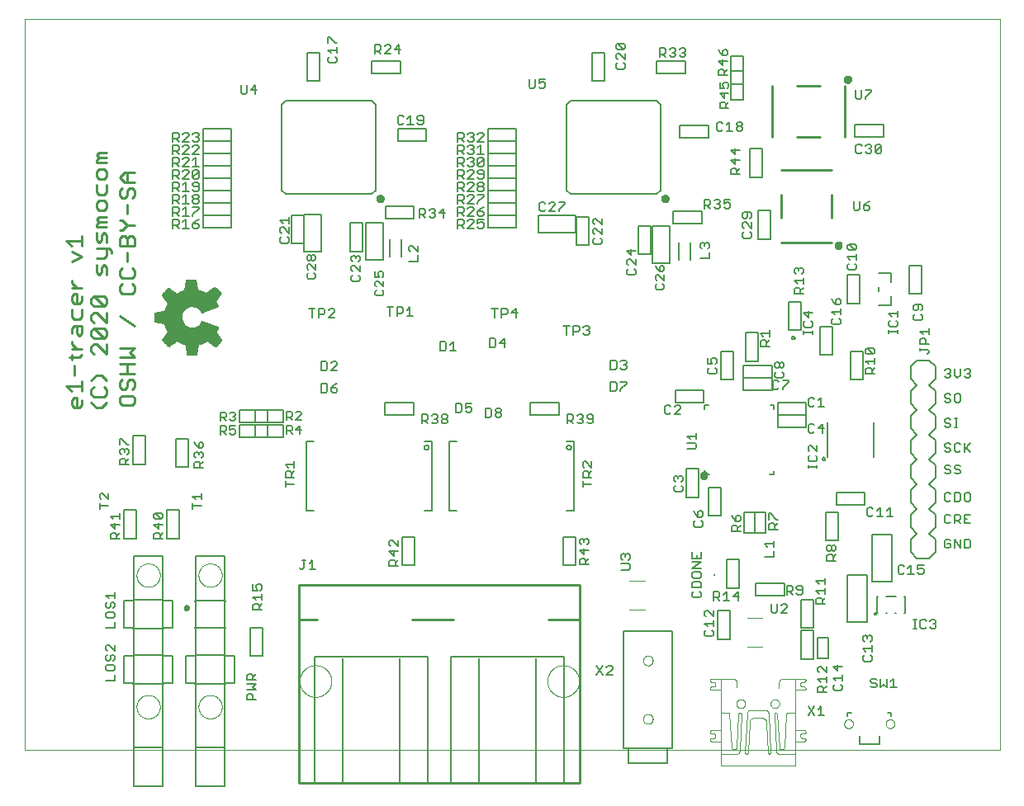
<source format=gto>
G75*
%MOIN*%
%OFA0B0*%
%FSLAX25Y25*%
%IPPOS*%
%LPD*%
%AMOC8*
5,1,8,0,0,1.08239X$1,22.5*
%
%ADD10C,0.00000*%
%ADD11C,0.01000*%
%ADD12C,0.01100*%
%ADD13C,0.00700*%
%ADD14C,0.00800*%
%ADD15R,0.00984X0.00984*%
%ADD16C,0.00600*%
%ADD17C,0.00500*%
%ADD18C,0.01200*%
%ADD19C,0.01600*%
%ADD20C,0.00400*%
%ADD21C,0.00200*%
D10*
X0004252Y0015829D02*
X0004252Y0311104D01*
X0397953Y0311104D01*
X0397953Y0015829D01*
X0004252Y0015829D01*
X0049528Y0033329D02*
X0049530Y0033466D01*
X0049536Y0033604D01*
X0049546Y0033741D01*
X0049560Y0033877D01*
X0049578Y0034014D01*
X0049600Y0034149D01*
X0049626Y0034284D01*
X0049655Y0034418D01*
X0049689Y0034552D01*
X0049726Y0034684D01*
X0049768Y0034815D01*
X0049813Y0034945D01*
X0049862Y0035073D01*
X0049914Y0035200D01*
X0049971Y0035325D01*
X0050030Y0035449D01*
X0050094Y0035571D01*
X0050161Y0035691D01*
X0050231Y0035809D01*
X0050305Y0035925D01*
X0050382Y0036039D01*
X0050463Y0036150D01*
X0050546Y0036259D01*
X0050633Y0036366D01*
X0050723Y0036469D01*
X0050816Y0036571D01*
X0050912Y0036669D01*
X0051010Y0036765D01*
X0051112Y0036858D01*
X0051215Y0036948D01*
X0051322Y0037035D01*
X0051431Y0037118D01*
X0051542Y0037199D01*
X0051656Y0037276D01*
X0051772Y0037350D01*
X0051890Y0037420D01*
X0052010Y0037487D01*
X0052132Y0037551D01*
X0052256Y0037610D01*
X0052381Y0037667D01*
X0052508Y0037719D01*
X0052636Y0037768D01*
X0052766Y0037813D01*
X0052897Y0037855D01*
X0053029Y0037892D01*
X0053163Y0037926D01*
X0053297Y0037955D01*
X0053432Y0037981D01*
X0053567Y0038003D01*
X0053704Y0038021D01*
X0053840Y0038035D01*
X0053977Y0038045D01*
X0054115Y0038051D01*
X0054252Y0038053D01*
X0054389Y0038051D01*
X0054527Y0038045D01*
X0054664Y0038035D01*
X0054800Y0038021D01*
X0054937Y0038003D01*
X0055072Y0037981D01*
X0055207Y0037955D01*
X0055341Y0037926D01*
X0055475Y0037892D01*
X0055607Y0037855D01*
X0055738Y0037813D01*
X0055868Y0037768D01*
X0055996Y0037719D01*
X0056123Y0037667D01*
X0056248Y0037610D01*
X0056372Y0037551D01*
X0056494Y0037487D01*
X0056614Y0037420D01*
X0056732Y0037350D01*
X0056848Y0037276D01*
X0056962Y0037199D01*
X0057073Y0037118D01*
X0057182Y0037035D01*
X0057289Y0036948D01*
X0057392Y0036858D01*
X0057494Y0036765D01*
X0057592Y0036669D01*
X0057688Y0036571D01*
X0057781Y0036469D01*
X0057871Y0036366D01*
X0057958Y0036259D01*
X0058041Y0036150D01*
X0058122Y0036039D01*
X0058199Y0035925D01*
X0058273Y0035809D01*
X0058343Y0035691D01*
X0058410Y0035571D01*
X0058474Y0035449D01*
X0058533Y0035325D01*
X0058590Y0035200D01*
X0058642Y0035073D01*
X0058691Y0034945D01*
X0058736Y0034815D01*
X0058778Y0034684D01*
X0058815Y0034552D01*
X0058849Y0034418D01*
X0058878Y0034284D01*
X0058904Y0034149D01*
X0058926Y0034014D01*
X0058944Y0033877D01*
X0058958Y0033741D01*
X0058968Y0033604D01*
X0058974Y0033466D01*
X0058976Y0033329D01*
X0058974Y0033192D01*
X0058968Y0033054D01*
X0058958Y0032917D01*
X0058944Y0032781D01*
X0058926Y0032644D01*
X0058904Y0032509D01*
X0058878Y0032374D01*
X0058849Y0032240D01*
X0058815Y0032106D01*
X0058778Y0031974D01*
X0058736Y0031843D01*
X0058691Y0031713D01*
X0058642Y0031585D01*
X0058590Y0031458D01*
X0058533Y0031333D01*
X0058474Y0031209D01*
X0058410Y0031087D01*
X0058343Y0030967D01*
X0058273Y0030849D01*
X0058199Y0030733D01*
X0058122Y0030619D01*
X0058041Y0030508D01*
X0057958Y0030399D01*
X0057871Y0030292D01*
X0057781Y0030189D01*
X0057688Y0030087D01*
X0057592Y0029989D01*
X0057494Y0029893D01*
X0057392Y0029800D01*
X0057289Y0029710D01*
X0057182Y0029623D01*
X0057073Y0029540D01*
X0056962Y0029459D01*
X0056848Y0029382D01*
X0056732Y0029308D01*
X0056614Y0029238D01*
X0056494Y0029171D01*
X0056372Y0029107D01*
X0056248Y0029048D01*
X0056123Y0028991D01*
X0055996Y0028939D01*
X0055868Y0028890D01*
X0055738Y0028845D01*
X0055607Y0028803D01*
X0055475Y0028766D01*
X0055341Y0028732D01*
X0055207Y0028703D01*
X0055072Y0028677D01*
X0054937Y0028655D01*
X0054800Y0028637D01*
X0054664Y0028623D01*
X0054527Y0028613D01*
X0054389Y0028607D01*
X0054252Y0028605D01*
X0054115Y0028607D01*
X0053977Y0028613D01*
X0053840Y0028623D01*
X0053704Y0028637D01*
X0053567Y0028655D01*
X0053432Y0028677D01*
X0053297Y0028703D01*
X0053163Y0028732D01*
X0053029Y0028766D01*
X0052897Y0028803D01*
X0052766Y0028845D01*
X0052636Y0028890D01*
X0052508Y0028939D01*
X0052381Y0028991D01*
X0052256Y0029048D01*
X0052132Y0029107D01*
X0052010Y0029171D01*
X0051890Y0029238D01*
X0051772Y0029308D01*
X0051656Y0029382D01*
X0051542Y0029459D01*
X0051431Y0029540D01*
X0051322Y0029623D01*
X0051215Y0029710D01*
X0051112Y0029800D01*
X0051010Y0029893D01*
X0050912Y0029989D01*
X0050816Y0030087D01*
X0050723Y0030189D01*
X0050633Y0030292D01*
X0050546Y0030399D01*
X0050463Y0030508D01*
X0050382Y0030619D01*
X0050305Y0030733D01*
X0050231Y0030849D01*
X0050161Y0030967D01*
X0050094Y0031087D01*
X0050030Y0031209D01*
X0049971Y0031333D01*
X0049914Y0031458D01*
X0049862Y0031585D01*
X0049813Y0031713D01*
X0049768Y0031843D01*
X0049726Y0031974D01*
X0049689Y0032106D01*
X0049655Y0032240D01*
X0049626Y0032374D01*
X0049600Y0032509D01*
X0049578Y0032644D01*
X0049560Y0032781D01*
X0049546Y0032917D01*
X0049536Y0033054D01*
X0049530Y0033192D01*
X0049528Y0033329D01*
X0074528Y0033329D02*
X0074530Y0033466D01*
X0074536Y0033604D01*
X0074546Y0033741D01*
X0074560Y0033877D01*
X0074578Y0034014D01*
X0074600Y0034149D01*
X0074626Y0034284D01*
X0074655Y0034418D01*
X0074689Y0034552D01*
X0074726Y0034684D01*
X0074768Y0034815D01*
X0074813Y0034945D01*
X0074862Y0035073D01*
X0074914Y0035200D01*
X0074971Y0035325D01*
X0075030Y0035449D01*
X0075094Y0035571D01*
X0075161Y0035691D01*
X0075231Y0035809D01*
X0075305Y0035925D01*
X0075382Y0036039D01*
X0075463Y0036150D01*
X0075546Y0036259D01*
X0075633Y0036366D01*
X0075723Y0036469D01*
X0075816Y0036571D01*
X0075912Y0036669D01*
X0076010Y0036765D01*
X0076112Y0036858D01*
X0076215Y0036948D01*
X0076322Y0037035D01*
X0076431Y0037118D01*
X0076542Y0037199D01*
X0076656Y0037276D01*
X0076772Y0037350D01*
X0076890Y0037420D01*
X0077010Y0037487D01*
X0077132Y0037551D01*
X0077256Y0037610D01*
X0077381Y0037667D01*
X0077508Y0037719D01*
X0077636Y0037768D01*
X0077766Y0037813D01*
X0077897Y0037855D01*
X0078029Y0037892D01*
X0078163Y0037926D01*
X0078297Y0037955D01*
X0078432Y0037981D01*
X0078567Y0038003D01*
X0078704Y0038021D01*
X0078840Y0038035D01*
X0078977Y0038045D01*
X0079115Y0038051D01*
X0079252Y0038053D01*
X0079389Y0038051D01*
X0079527Y0038045D01*
X0079664Y0038035D01*
X0079800Y0038021D01*
X0079937Y0038003D01*
X0080072Y0037981D01*
X0080207Y0037955D01*
X0080341Y0037926D01*
X0080475Y0037892D01*
X0080607Y0037855D01*
X0080738Y0037813D01*
X0080868Y0037768D01*
X0080996Y0037719D01*
X0081123Y0037667D01*
X0081248Y0037610D01*
X0081372Y0037551D01*
X0081494Y0037487D01*
X0081614Y0037420D01*
X0081732Y0037350D01*
X0081848Y0037276D01*
X0081962Y0037199D01*
X0082073Y0037118D01*
X0082182Y0037035D01*
X0082289Y0036948D01*
X0082392Y0036858D01*
X0082494Y0036765D01*
X0082592Y0036669D01*
X0082688Y0036571D01*
X0082781Y0036469D01*
X0082871Y0036366D01*
X0082958Y0036259D01*
X0083041Y0036150D01*
X0083122Y0036039D01*
X0083199Y0035925D01*
X0083273Y0035809D01*
X0083343Y0035691D01*
X0083410Y0035571D01*
X0083474Y0035449D01*
X0083533Y0035325D01*
X0083590Y0035200D01*
X0083642Y0035073D01*
X0083691Y0034945D01*
X0083736Y0034815D01*
X0083778Y0034684D01*
X0083815Y0034552D01*
X0083849Y0034418D01*
X0083878Y0034284D01*
X0083904Y0034149D01*
X0083926Y0034014D01*
X0083944Y0033877D01*
X0083958Y0033741D01*
X0083968Y0033604D01*
X0083974Y0033466D01*
X0083976Y0033329D01*
X0083974Y0033192D01*
X0083968Y0033054D01*
X0083958Y0032917D01*
X0083944Y0032781D01*
X0083926Y0032644D01*
X0083904Y0032509D01*
X0083878Y0032374D01*
X0083849Y0032240D01*
X0083815Y0032106D01*
X0083778Y0031974D01*
X0083736Y0031843D01*
X0083691Y0031713D01*
X0083642Y0031585D01*
X0083590Y0031458D01*
X0083533Y0031333D01*
X0083474Y0031209D01*
X0083410Y0031087D01*
X0083343Y0030967D01*
X0083273Y0030849D01*
X0083199Y0030733D01*
X0083122Y0030619D01*
X0083041Y0030508D01*
X0082958Y0030399D01*
X0082871Y0030292D01*
X0082781Y0030189D01*
X0082688Y0030087D01*
X0082592Y0029989D01*
X0082494Y0029893D01*
X0082392Y0029800D01*
X0082289Y0029710D01*
X0082182Y0029623D01*
X0082073Y0029540D01*
X0081962Y0029459D01*
X0081848Y0029382D01*
X0081732Y0029308D01*
X0081614Y0029238D01*
X0081494Y0029171D01*
X0081372Y0029107D01*
X0081248Y0029048D01*
X0081123Y0028991D01*
X0080996Y0028939D01*
X0080868Y0028890D01*
X0080738Y0028845D01*
X0080607Y0028803D01*
X0080475Y0028766D01*
X0080341Y0028732D01*
X0080207Y0028703D01*
X0080072Y0028677D01*
X0079937Y0028655D01*
X0079800Y0028637D01*
X0079664Y0028623D01*
X0079527Y0028613D01*
X0079389Y0028607D01*
X0079252Y0028605D01*
X0079115Y0028607D01*
X0078977Y0028613D01*
X0078840Y0028623D01*
X0078704Y0028637D01*
X0078567Y0028655D01*
X0078432Y0028677D01*
X0078297Y0028703D01*
X0078163Y0028732D01*
X0078029Y0028766D01*
X0077897Y0028803D01*
X0077766Y0028845D01*
X0077636Y0028890D01*
X0077508Y0028939D01*
X0077381Y0028991D01*
X0077256Y0029048D01*
X0077132Y0029107D01*
X0077010Y0029171D01*
X0076890Y0029238D01*
X0076772Y0029308D01*
X0076656Y0029382D01*
X0076542Y0029459D01*
X0076431Y0029540D01*
X0076322Y0029623D01*
X0076215Y0029710D01*
X0076112Y0029800D01*
X0076010Y0029893D01*
X0075912Y0029989D01*
X0075816Y0030087D01*
X0075723Y0030189D01*
X0075633Y0030292D01*
X0075546Y0030399D01*
X0075463Y0030508D01*
X0075382Y0030619D01*
X0075305Y0030733D01*
X0075231Y0030849D01*
X0075161Y0030967D01*
X0075094Y0031087D01*
X0075030Y0031209D01*
X0074971Y0031333D01*
X0074914Y0031458D01*
X0074862Y0031585D01*
X0074813Y0031713D01*
X0074768Y0031843D01*
X0074726Y0031974D01*
X0074689Y0032106D01*
X0074655Y0032240D01*
X0074626Y0032374D01*
X0074600Y0032509D01*
X0074578Y0032644D01*
X0074560Y0032781D01*
X0074546Y0032917D01*
X0074536Y0033054D01*
X0074530Y0033192D01*
X0074528Y0033329D01*
X0115352Y0043703D02*
X0115354Y0043863D01*
X0115360Y0044022D01*
X0115370Y0044181D01*
X0115384Y0044340D01*
X0115402Y0044499D01*
X0115423Y0044657D01*
X0115449Y0044814D01*
X0115479Y0044971D01*
X0115512Y0045127D01*
X0115550Y0045282D01*
X0115591Y0045436D01*
X0115636Y0045589D01*
X0115685Y0045741D01*
X0115738Y0045892D01*
X0115794Y0046041D01*
X0115855Y0046189D01*
X0115918Y0046335D01*
X0115986Y0046480D01*
X0116057Y0046623D01*
X0116131Y0046764D01*
X0116209Y0046903D01*
X0116291Y0047040D01*
X0116376Y0047175D01*
X0116464Y0047308D01*
X0116556Y0047439D01*
X0116650Y0047567D01*
X0116748Y0047693D01*
X0116849Y0047817D01*
X0116953Y0047938D01*
X0117060Y0048056D01*
X0117170Y0048172D01*
X0117283Y0048285D01*
X0117399Y0048395D01*
X0117517Y0048502D01*
X0117638Y0048606D01*
X0117762Y0048707D01*
X0117888Y0048805D01*
X0118016Y0048899D01*
X0118147Y0048991D01*
X0118280Y0049079D01*
X0118415Y0049164D01*
X0118552Y0049246D01*
X0118691Y0049324D01*
X0118832Y0049398D01*
X0118975Y0049469D01*
X0119120Y0049537D01*
X0119266Y0049600D01*
X0119414Y0049661D01*
X0119563Y0049717D01*
X0119714Y0049770D01*
X0119866Y0049819D01*
X0120019Y0049864D01*
X0120173Y0049905D01*
X0120328Y0049943D01*
X0120484Y0049976D01*
X0120641Y0050006D01*
X0120798Y0050032D01*
X0120956Y0050053D01*
X0121115Y0050071D01*
X0121274Y0050085D01*
X0121433Y0050095D01*
X0121592Y0050101D01*
X0121752Y0050103D01*
X0121912Y0050101D01*
X0122071Y0050095D01*
X0122230Y0050085D01*
X0122389Y0050071D01*
X0122548Y0050053D01*
X0122706Y0050032D01*
X0122863Y0050006D01*
X0123020Y0049976D01*
X0123176Y0049943D01*
X0123331Y0049905D01*
X0123485Y0049864D01*
X0123638Y0049819D01*
X0123790Y0049770D01*
X0123941Y0049717D01*
X0124090Y0049661D01*
X0124238Y0049600D01*
X0124384Y0049537D01*
X0124529Y0049469D01*
X0124672Y0049398D01*
X0124813Y0049324D01*
X0124952Y0049246D01*
X0125089Y0049164D01*
X0125224Y0049079D01*
X0125357Y0048991D01*
X0125488Y0048899D01*
X0125616Y0048805D01*
X0125742Y0048707D01*
X0125866Y0048606D01*
X0125987Y0048502D01*
X0126105Y0048395D01*
X0126221Y0048285D01*
X0126334Y0048172D01*
X0126444Y0048056D01*
X0126551Y0047938D01*
X0126655Y0047817D01*
X0126756Y0047693D01*
X0126854Y0047567D01*
X0126948Y0047439D01*
X0127040Y0047308D01*
X0127128Y0047175D01*
X0127213Y0047040D01*
X0127295Y0046903D01*
X0127373Y0046764D01*
X0127447Y0046623D01*
X0127518Y0046480D01*
X0127586Y0046335D01*
X0127649Y0046189D01*
X0127710Y0046041D01*
X0127766Y0045892D01*
X0127819Y0045741D01*
X0127868Y0045589D01*
X0127913Y0045436D01*
X0127954Y0045282D01*
X0127992Y0045127D01*
X0128025Y0044971D01*
X0128055Y0044814D01*
X0128081Y0044657D01*
X0128102Y0044499D01*
X0128120Y0044340D01*
X0128134Y0044181D01*
X0128144Y0044022D01*
X0128150Y0043863D01*
X0128152Y0043703D01*
X0128150Y0043543D01*
X0128144Y0043384D01*
X0128134Y0043225D01*
X0128120Y0043066D01*
X0128102Y0042907D01*
X0128081Y0042749D01*
X0128055Y0042592D01*
X0128025Y0042435D01*
X0127992Y0042279D01*
X0127954Y0042124D01*
X0127913Y0041970D01*
X0127868Y0041817D01*
X0127819Y0041665D01*
X0127766Y0041514D01*
X0127710Y0041365D01*
X0127649Y0041217D01*
X0127586Y0041071D01*
X0127518Y0040926D01*
X0127447Y0040783D01*
X0127373Y0040642D01*
X0127295Y0040503D01*
X0127213Y0040366D01*
X0127128Y0040231D01*
X0127040Y0040098D01*
X0126948Y0039967D01*
X0126854Y0039839D01*
X0126756Y0039713D01*
X0126655Y0039589D01*
X0126551Y0039468D01*
X0126444Y0039350D01*
X0126334Y0039234D01*
X0126221Y0039121D01*
X0126105Y0039011D01*
X0125987Y0038904D01*
X0125866Y0038800D01*
X0125742Y0038699D01*
X0125616Y0038601D01*
X0125488Y0038507D01*
X0125357Y0038415D01*
X0125224Y0038327D01*
X0125089Y0038242D01*
X0124952Y0038160D01*
X0124813Y0038082D01*
X0124672Y0038008D01*
X0124529Y0037937D01*
X0124384Y0037869D01*
X0124238Y0037806D01*
X0124090Y0037745D01*
X0123941Y0037689D01*
X0123790Y0037636D01*
X0123638Y0037587D01*
X0123485Y0037542D01*
X0123331Y0037501D01*
X0123176Y0037463D01*
X0123020Y0037430D01*
X0122863Y0037400D01*
X0122706Y0037374D01*
X0122548Y0037353D01*
X0122389Y0037335D01*
X0122230Y0037321D01*
X0122071Y0037311D01*
X0121912Y0037305D01*
X0121752Y0037303D01*
X0121592Y0037305D01*
X0121433Y0037311D01*
X0121274Y0037321D01*
X0121115Y0037335D01*
X0120956Y0037353D01*
X0120798Y0037374D01*
X0120641Y0037400D01*
X0120484Y0037430D01*
X0120328Y0037463D01*
X0120173Y0037501D01*
X0120019Y0037542D01*
X0119866Y0037587D01*
X0119714Y0037636D01*
X0119563Y0037689D01*
X0119414Y0037745D01*
X0119266Y0037806D01*
X0119120Y0037869D01*
X0118975Y0037937D01*
X0118832Y0038008D01*
X0118691Y0038082D01*
X0118552Y0038160D01*
X0118415Y0038242D01*
X0118280Y0038327D01*
X0118147Y0038415D01*
X0118016Y0038507D01*
X0117888Y0038601D01*
X0117762Y0038699D01*
X0117638Y0038800D01*
X0117517Y0038904D01*
X0117399Y0039011D01*
X0117283Y0039121D01*
X0117170Y0039234D01*
X0117060Y0039350D01*
X0116953Y0039468D01*
X0116849Y0039589D01*
X0116748Y0039713D01*
X0116650Y0039839D01*
X0116556Y0039967D01*
X0116464Y0040098D01*
X0116376Y0040231D01*
X0116291Y0040366D01*
X0116209Y0040503D01*
X0116131Y0040642D01*
X0116057Y0040783D01*
X0115986Y0040926D01*
X0115918Y0041071D01*
X0115855Y0041217D01*
X0115794Y0041365D01*
X0115738Y0041514D01*
X0115685Y0041665D01*
X0115636Y0041817D01*
X0115591Y0041970D01*
X0115550Y0042124D01*
X0115512Y0042279D01*
X0115479Y0042435D01*
X0115449Y0042592D01*
X0115423Y0042749D01*
X0115402Y0042907D01*
X0115384Y0043066D01*
X0115370Y0043225D01*
X0115360Y0043384D01*
X0115354Y0043543D01*
X0115352Y0043703D01*
X0074528Y0086478D02*
X0074530Y0086615D01*
X0074536Y0086753D01*
X0074546Y0086890D01*
X0074560Y0087026D01*
X0074578Y0087163D01*
X0074600Y0087298D01*
X0074626Y0087433D01*
X0074655Y0087567D01*
X0074689Y0087701D01*
X0074726Y0087833D01*
X0074768Y0087964D01*
X0074813Y0088094D01*
X0074862Y0088222D01*
X0074914Y0088349D01*
X0074971Y0088474D01*
X0075030Y0088598D01*
X0075094Y0088720D01*
X0075161Y0088840D01*
X0075231Y0088958D01*
X0075305Y0089074D01*
X0075382Y0089188D01*
X0075463Y0089299D01*
X0075546Y0089408D01*
X0075633Y0089515D01*
X0075723Y0089618D01*
X0075816Y0089720D01*
X0075912Y0089818D01*
X0076010Y0089914D01*
X0076112Y0090007D01*
X0076215Y0090097D01*
X0076322Y0090184D01*
X0076431Y0090267D01*
X0076542Y0090348D01*
X0076656Y0090425D01*
X0076772Y0090499D01*
X0076890Y0090569D01*
X0077010Y0090636D01*
X0077132Y0090700D01*
X0077256Y0090759D01*
X0077381Y0090816D01*
X0077508Y0090868D01*
X0077636Y0090917D01*
X0077766Y0090962D01*
X0077897Y0091004D01*
X0078029Y0091041D01*
X0078163Y0091075D01*
X0078297Y0091104D01*
X0078432Y0091130D01*
X0078567Y0091152D01*
X0078704Y0091170D01*
X0078840Y0091184D01*
X0078977Y0091194D01*
X0079115Y0091200D01*
X0079252Y0091202D01*
X0079389Y0091200D01*
X0079527Y0091194D01*
X0079664Y0091184D01*
X0079800Y0091170D01*
X0079937Y0091152D01*
X0080072Y0091130D01*
X0080207Y0091104D01*
X0080341Y0091075D01*
X0080475Y0091041D01*
X0080607Y0091004D01*
X0080738Y0090962D01*
X0080868Y0090917D01*
X0080996Y0090868D01*
X0081123Y0090816D01*
X0081248Y0090759D01*
X0081372Y0090700D01*
X0081494Y0090636D01*
X0081614Y0090569D01*
X0081732Y0090499D01*
X0081848Y0090425D01*
X0081962Y0090348D01*
X0082073Y0090267D01*
X0082182Y0090184D01*
X0082289Y0090097D01*
X0082392Y0090007D01*
X0082494Y0089914D01*
X0082592Y0089818D01*
X0082688Y0089720D01*
X0082781Y0089618D01*
X0082871Y0089515D01*
X0082958Y0089408D01*
X0083041Y0089299D01*
X0083122Y0089188D01*
X0083199Y0089074D01*
X0083273Y0088958D01*
X0083343Y0088840D01*
X0083410Y0088720D01*
X0083474Y0088598D01*
X0083533Y0088474D01*
X0083590Y0088349D01*
X0083642Y0088222D01*
X0083691Y0088094D01*
X0083736Y0087964D01*
X0083778Y0087833D01*
X0083815Y0087701D01*
X0083849Y0087567D01*
X0083878Y0087433D01*
X0083904Y0087298D01*
X0083926Y0087163D01*
X0083944Y0087026D01*
X0083958Y0086890D01*
X0083968Y0086753D01*
X0083974Y0086615D01*
X0083976Y0086478D01*
X0083974Y0086341D01*
X0083968Y0086203D01*
X0083958Y0086066D01*
X0083944Y0085930D01*
X0083926Y0085793D01*
X0083904Y0085658D01*
X0083878Y0085523D01*
X0083849Y0085389D01*
X0083815Y0085255D01*
X0083778Y0085123D01*
X0083736Y0084992D01*
X0083691Y0084862D01*
X0083642Y0084734D01*
X0083590Y0084607D01*
X0083533Y0084482D01*
X0083474Y0084358D01*
X0083410Y0084236D01*
X0083343Y0084116D01*
X0083273Y0083998D01*
X0083199Y0083882D01*
X0083122Y0083768D01*
X0083041Y0083657D01*
X0082958Y0083548D01*
X0082871Y0083441D01*
X0082781Y0083338D01*
X0082688Y0083236D01*
X0082592Y0083138D01*
X0082494Y0083042D01*
X0082392Y0082949D01*
X0082289Y0082859D01*
X0082182Y0082772D01*
X0082073Y0082689D01*
X0081962Y0082608D01*
X0081848Y0082531D01*
X0081732Y0082457D01*
X0081614Y0082387D01*
X0081494Y0082320D01*
X0081372Y0082256D01*
X0081248Y0082197D01*
X0081123Y0082140D01*
X0080996Y0082088D01*
X0080868Y0082039D01*
X0080738Y0081994D01*
X0080607Y0081952D01*
X0080475Y0081915D01*
X0080341Y0081881D01*
X0080207Y0081852D01*
X0080072Y0081826D01*
X0079937Y0081804D01*
X0079800Y0081786D01*
X0079664Y0081772D01*
X0079527Y0081762D01*
X0079389Y0081756D01*
X0079252Y0081754D01*
X0079115Y0081756D01*
X0078977Y0081762D01*
X0078840Y0081772D01*
X0078704Y0081786D01*
X0078567Y0081804D01*
X0078432Y0081826D01*
X0078297Y0081852D01*
X0078163Y0081881D01*
X0078029Y0081915D01*
X0077897Y0081952D01*
X0077766Y0081994D01*
X0077636Y0082039D01*
X0077508Y0082088D01*
X0077381Y0082140D01*
X0077256Y0082197D01*
X0077132Y0082256D01*
X0077010Y0082320D01*
X0076890Y0082387D01*
X0076772Y0082457D01*
X0076656Y0082531D01*
X0076542Y0082608D01*
X0076431Y0082689D01*
X0076322Y0082772D01*
X0076215Y0082859D01*
X0076112Y0082949D01*
X0076010Y0083042D01*
X0075912Y0083138D01*
X0075816Y0083236D01*
X0075723Y0083338D01*
X0075633Y0083441D01*
X0075546Y0083548D01*
X0075463Y0083657D01*
X0075382Y0083768D01*
X0075305Y0083882D01*
X0075231Y0083998D01*
X0075161Y0084116D01*
X0075094Y0084236D01*
X0075030Y0084358D01*
X0074971Y0084482D01*
X0074914Y0084607D01*
X0074862Y0084734D01*
X0074813Y0084862D01*
X0074768Y0084992D01*
X0074726Y0085123D01*
X0074689Y0085255D01*
X0074655Y0085389D01*
X0074626Y0085523D01*
X0074600Y0085658D01*
X0074578Y0085793D01*
X0074560Y0085930D01*
X0074546Y0086066D01*
X0074536Y0086203D01*
X0074530Y0086341D01*
X0074528Y0086478D01*
X0049528Y0086478D02*
X0049530Y0086615D01*
X0049536Y0086753D01*
X0049546Y0086890D01*
X0049560Y0087026D01*
X0049578Y0087163D01*
X0049600Y0087298D01*
X0049626Y0087433D01*
X0049655Y0087567D01*
X0049689Y0087701D01*
X0049726Y0087833D01*
X0049768Y0087964D01*
X0049813Y0088094D01*
X0049862Y0088222D01*
X0049914Y0088349D01*
X0049971Y0088474D01*
X0050030Y0088598D01*
X0050094Y0088720D01*
X0050161Y0088840D01*
X0050231Y0088958D01*
X0050305Y0089074D01*
X0050382Y0089188D01*
X0050463Y0089299D01*
X0050546Y0089408D01*
X0050633Y0089515D01*
X0050723Y0089618D01*
X0050816Y0089720D01*
X0050912Y0089818D01*
X0051010Y0089914D01*
X0051112Y0090007D01*
X0051215Y0090097D01*
X0051322Y0090184D01*
X0051431Y0090267D01*
X0051542Y0090348D01*
X0051656Y0090425D01*
X0051772Y0090499D01*
X0051890Y0090569D01*
X0052010Y0090636D01*
X0052132Y0090700D01*
X0052256Y0090759D01*
X0052381Y0090816D01*
X0052508Y0090868D01*
X0052636Y0090917D01*
X0052766Y0090962D01*
X0052897Y0091004D01*
X0053029Y0091041D01*
X0053163Y0091075D01*
X0053297Y0091104D01*
X0053432Y0091130D01*
X0053567Y0091152D01*
X0053704Y0091170D01*
X0053840Y0091184D01*
X0053977Y0091194D01*
X0054115Y0091200D01*
X0054252Y0091202D01*
X0054389Y0091200D01*
X0054527Y0091194D01*
X0054664Y0091184D01*
X0054800Y0091170D01*
X0054937Y0091152D01*
X0055072Y0091130D01*
X0055207Y0091104D01*
X0055341Y0091075D01*
X0055475Y0091041D01*
X0055607Y0091004D01*
X0055738Y0090962D01*
X0055868Y0090917D01*
X0055996Y0090868D01*
X0056123Y0090816D01*
X0056248Y0090759D01*
X0056372Y0090700D01*
X0056494Y0090636D01*
X0056614Y0090569D01*
X0056732Y0090499D01*
X0056848Y0090425D01*
X0056962Y0090348D01*
X0057073Y0090267D01*
X0057182Y0090184D01*
X0057289Y0090097D01*
X0057392Y0090007D01*
X0057494Y0089914D01*
X0057592Y0089818D01*
X0057688Y0089720D01*
X0057781Y0089618D01*
X0057871Y0089515D01*
X0057958Y0089408D01*
X0058041Y0089299D01*
X0058122Y0089188D01*
X0058199Y0089074D01*
X0058273Y0088958D01*
X0058343Y0088840D01*
X0058410Y0088720D01*
X0058474Y0088598D01*
X0058533Y0088474D01*
X0058590Y0088349D01*
X0058642Y0088222D01*
X0058691Y0088094D01*
X0058736Y0087964D01*
X0058778Y0087833D01*
X0058815Y0087701D01*
X0058849Y0087567D01*
X0058878Y0087433D01*
X0058904Y0087298D01*
X0058926Y0087163D01*
X0058944Y0087026D01*
X0058958Y0086890D01*
X0058968Y0086753D01*
X0058974Y0086615D01*
X0058976Y0086478D01*
X0058974Y0086341D01*
X0058968Y0086203D01*
X0058958Y0086066D01*
X0058944Y0085930D01*
X0058926Y0085793D01*
X0058904Y0085658D01*
X0058878Y0085523D01*
X0058849Y0085389D01*
X0058815Y0085255D01*
X0058778Y0085123D01*
X0058736Y0084992D01*
X0058691Y0084862D01*
X0058642Y0084734D01*
X0058590Y0084607D01*
X0058533Y0084482D01*
X0058474Y0084358D01*
X0058410Y0084236D01*
X0058343Y0084116D01*
X0058273Y0083998D01*
X0058199Y0083882D01*
X0058122Y0083768D01*
X0058041Y0083657D01*
X0057958Y0083548D01*
X0057871Y0083441D01*
X0057781Y0083338D01*
X0057688Y0083236D01*
X0057592Y0083138D01*
X0057494Y0083042D01*
X0057392Y0082949D01*
X0057289Y0082859D01*
X0057182Y0082772D01*
X0057073Y0082689D01*
X0056962Y0082608D01*
X0056848Y0082531D01*
X0056732Y0082457D01*
X0056614Y0082387D01*
X0056494Y0082320D01*
X0056372Y0082256D01*
X0056248Y0082197D01*
X0056123Y0082140D01*
X0055996Y0082088D01*
X0055868Y0082039D01*
X0055738Y0081994D01*
X0055607Y0081952D01*
X0055475Y0081915D01*
X0055341Y0081881D01*
X0055207Y0081852D01*
X0055072Y0081826D01*
X0054937Y0081804D01*
X0054800Y0081786D01*
X0054664Y0081772D01*
X0054527Y0081762D01*
X0054389Y0081756D01*
X0054252Y0081754D01*
X0054115Y0081756D01*
X0053977Y0081762D01*
X0053840Y0081772D01*
X0053704Y0081786D01*
X0053567Y0081804D01*
X0053432Y0081826D01*
X0053297Y0081852D01*
X0053163Y0081881D01*
X0053029Y0081915D01*
X0052897Y0081952D01*
X0052766Y0081994D01*
X0052636Y0082039D01*
X0052508Y0082088D01*
X0052381Y0082140D01*
X0052256Y0082197D01*
X0052132Y0082256D01*
X0052010Y0082320D01*
X0051890Y0082387D01*
X0051772Y0082457D01*
X0051656Y0082531D01*
X0051542Y0082608D01*
X0051431Y0082689D01*
X0051322Y0082772D01*
X0051215Y0082859D01*
X0051112Y0082949D01*
X0051010Y0083042D01*
X0050912Y0083138D01*
X0050816Y0083236D01*
X0050723Y0083338D01*
X0050633Y0083441D01*
X0050546Y0083548D01*
X0050463Y0083657D01*
X0050382Y0083768D01*
X0050305Y0083882D01*
X0050231Y0083998D01*
X0050161Y0084116D01*
X0050094Y0084236D01*
X0050030Y0084358D01*
X0049971Y0084482D01*
X0049914Y0084607D01*
X0049862Y0084734D01*
X0049813Y0084862D01*
X0049768Y0084992D01*
X0049726Y0085123D01*
X0049689Y0085255D01*
X0049655Y0085389D01*
X0049626Y0085523D01*
X0049600Y0085658D01*
X0049578Y0085793D01*
X0049560Y0085930D01*
X0049546Y0086066D01*
X0049536Y0086203D01*
X0049530Y0086341D01*
X0049528Y0086478D01*
X0215352Y0043703D02*
X0215354Y0043863D01*
X0215360Y0044022D01*
X0215370Y0044181D01*
X0215384Y0044340D01*
X0215402Y0044499D01*
X0215423Y0044657D01*
X0215449Y0044814D01*
X0215479Y0044971D01*
X0215512Y0045127D01*
X0215550Y0045282D01*
X0215591Y0045436D01*
X0215636Y0045589D01*
X0215685Y0045741D01*
X0215738Y0045892D01*
X0215794Y0046041D01*
X0215855Y0046189D01*
X0215918Y0046335D01*
X0215986Y0046480D01*
X0216057Y0046623D01*
X0216131Y0046764D01*
X0216209Y0046903D01*
X0216291Y0047040D01*
X0216376Y0047175D01*
X0216464Y0047308D01*
X0216556Y0047439D01*
X0216650Y0047567D01*
X0216748Y0047693D01*
X0216849Y0047817D01*
X0216953Y0047938D01*
X0217060Y0048056D01*
X0217170Y0048172D01*
X0217283Y0048285D01*
X0217399Y0048395D01*
X0217517Y0048502D01*
X0217638Y0048606D01*
X0217762Y0048707D01*
X0217888Y0048805D01*
X0218016Y0048899D01*
X0218147Y0048991D01*
X0218280Y0049079D01*
X0218415Y0049164D01*
X0218552Y0049246D01*
X0218691Y0049324D01*
X0218832Y0049398D01*
X0218975Y0049469D01*
X0219120Y0049537D01*
X0219266Y0049600D01*
X0219414Y0049661D01*
X0219563Y0049717D01*
X0219714Y0049770D01*
X0219866Y0049819D01*
X0220019Y0049864D01*
X0220173Y0049905D01*
X0220328Y0049943D01*
X0220484Y0049976D01*
X0220641Y0050006D01*
X0220798Y0050032D01*
X0220956Y0050053D01*
X0221115Y0050071D01*
X0221274Y0050085D01*
X0221433Y0050095D01*
X0221592Y0050101D01*
X0221752Y0050103D01*
X0221912Y0050101D01*
X0222071Y0050095D01*
X0222230Y0050085D01*
X0222389Y0050071D01*
X0222548Y0050053D01*
X0222706Y0050032D01*
X0222863Y0050006D01*
X0223020Y0049976D01*
X0223176Y0049943D01*
X0223331Y0049905D01*
X0223485Y0049864D01*
X0223638Y0049819D01*
X0223790Y0049770D01*
X0223941Y0049717D01*
X0224090Y0049661D01*
X0224238Y0049600D01*
X0224384Y0049537D01*
X0224529Y0049469D01*
X0224672Y0049398D01*
X0224813Y0049324D01*
X0224952Y0049246D01*
X0225089Y0049164D01*
X0225224Y0049079D01*
X0225357Y0048991D01*
X0225488Y0048899D01*
X0225616Y0048805D01*
X0225742Y0048707D01*
X0225866Y0048606D01*
X0225987Y0048502D01*
X0226105Y0048395D01*
X0226221Y0048285D01*
X0226334Y0048172D01*
X0226444Y0048056D01*
X0226551Y0047938D01*
X0226655Y0047817D01*
X0226756Y0047693D01*
X0226854Y0047567D01*
X0226948Y0047439D01*
X0227040Y0047308D01*
X0227128Y0047175D01*
X0227213Y0047040D01*
X0227295Y0046903D01*
X0227373Y0046764D01*
X0227447Y0046623D01*
X0227518Y0046480D01*
X0227586Y0046335D01*
X0227649Y0046189D01*
X0227710Y0046041D01*
X0227766Y0045892D01*
X0227819Y0045741D01*
X0227868Y0045589D01*
X0227913Y0045436D01*
X0227954Y0045282D01*
X0227992Y0045127D01*
X0228025Y0044971D01*
X0228055Y0044814D01*
X0228081Y0044657D01*
X0228102Y0044499D01*
X0228120Y0044340D01*
X0228134Y0044181D01*
X0228144Y0044022D01*
X0228150Y0043863D01*
X0228152Y0043703D01*
X0228150Y0043543D01*
X0228144Y0043384D01*
X0228134Y0043225D01*
X0228120Y0043066D01*
X0228102Y0042907D01*
X0228081Y0042749D01*
X0228055Y0042592D01*
X0228025Y0042435D01*
X0227992Y0042279D01*
X0227954Y0042124D01*
X0227913Y0041970D01*
X0227868Y0041817D01*
X0227819Y0041665D01*
X0227766Y0041514D01*
X0227710Y0041365D01*
X0227649Y0041217D01*
X0227586Y0041071D01*
X0227518Y0040926D01*
X0227447Y0040783D01*
X0227373Y0040642D01*
X0227295Y0040503D01*
X0227213Y0040366D01*
X0227128Y0040231D01*
X0227040Y0040098D01*
X0226948Y0039967D01*
X0226854Y0039839D01*
X0226756Y0039713D01*
X0226655Y0039589D01*
X0226551Y0039468D01*
X0226444Y0039350D01*
X0226334Y0039234D01*
X0226221Y0039121D01*
X0226105Y0039011D01*
X0225987Y0038904D01*
X0225866Y0038800D01*
X0225742Y0038699D01*
X0225616Y0038601D01*
X0225488Y0038507D01*
X0225357Y0038415D01*
X0225224Y0038327D01*
X0225089Y0038242D01*
X0224952Y0038160D01*
X0224813Y0038082D01*
X0224672Y0038008D01*
X0224529Y0037937D01*
X0224384Y0037869D01*
X0224238Y0037806D01*
X0224090Y0037745D01*
X0223941Y0037689D01*
X0223790Y0037636D01*
X0223638Y0037587D01*
X0223485Y0037542D01*
X0223331Y0037501D01*
X0223176Y0037463D01*
X0223020Y0037430D01*
X0222863Y0037400D01*
X0222706Y0037374D01*
X0222548Y0037353D01*
X0222389Y0037335D01*
X0222230Y0037321D01*
X0222071Y0037311D01*
X0221912Y0037305D01*
X0221752Y0037303D01*
X0221592Y0037305D01*
X0221433Y0037311D01*
X0221274Y0037321D01*
X0221115Y0037335D01*
X0220956Y0037353D01*
X0220798Y0037374D01*
X0220641Y0037400D01*
X0220484Y0037430D01*
X0220328Y0037463D01*
X0220173Y0037501D01*
X0220019Y0037542D01*
X0219866Y0037587D01*
X0219714Y0037636D01*
X0219563Y0037689D01*
X0219414Y0037745D01*
X0219266Y0037806D01*
X0219120Y0037869D01*
X0218975Y0037937D01*
X0218832Y0038008D01*
X0218691Y0038082D01*
X0218552Y0038160D01*
X0218415Y0038242D01*
X0218280Y0038327D01*
X0218147Y0038415D01*
X0218016Y0038507D01*
X0217888Y0038601D01*
X0217762Y0038699D01*
X0217638Y0038800D01*
X0217517Y0038904D01*
X0217399Y0039011D01*
X0217283Y0039121D01*
X0217170Y0039234D01*
X0217060Y0039350D01*
X0216953Y0039468D01*
X0216849Y0039589D01*
X0216748Y0039713D01*
X0216650Y0039839D01*
X0216556Y0039967D01*
X0216464Y0040098D01*
X0216376Y0040231D01*
X0216291Y0040366D01*
X0216209Y0040503D01*
X0216131Y0040642D01*
X0216057Y0040783D01*
X0215986Y0040926D01*
X0215918Y0041071D01*
X0215855Y0041217D01*
X0215794Y0041365D01*
X0215738Y0041514D01*
X0215685Y0041665D01*
X0215636Y0041817D01*
X0215591Y0041970D01*
X0215550Y0042124D01*
X0215512Y0042279D01*
X0215479Y0042435D01*
X0215449Y0042592D01*
X0215423Y0042749D01*
X0215402Y0042907D01*
X0215384Y0043066D01*
X0215370Y0043225D01*
X0215360Y0043384D01*
X0215354Y0043543D01*
X0215352Y0043703D01*
X0253971Y0052014D02*
X0253973Y0052102D01*
X0253979Y0052190D01*
X0253989Y0052278D01*
X0254003Y0052366D01*
X0254020Y0052452D01*
X0254042Y0052538D01*
X0254067Y0052622D01*
X0254097Y0052706D01*
X0254129Y0052788D01*
X0254166Y0052868D01*
X0254206Y0052947D01*
X0254250Y0053024D01*
X0254297Y0053099D01*
X0254347Y0053171D01*
X0254401Y0053242D01*
X0254457Y0053309D01*
X0254517Y0053375D01*
X0254579Y0053437D01*
X0254645Y0053497D01*
X0254712Y0053553D01*
X0254783Y0053607D01*
X0254855Y0053657D01*
X0254930Y0053704D01*
X0255007Y0053748D01*
X0255086Y0053788D01*
X0255166Y0053825D01*
X0255248Y0053857D01*
X0255332Y0053887D01*
X0255416Y0053912D01*
X0255502Y0053934D01*
X0255588Y0053951D01*
X0255676Y0053965D01*
X0255764Y0053975D01*
X0255852Y0053981D01*
X0255940Y0053983D01*
X0256028Y0053981D01*
X0256116Y0053975D01*
X0256204Y0053965D01*
X0256292Y0053951D01*
X0256378Y0053934D01*
X0256464Y0053912D01*
X0256548Y0053887D01*
X0256632Y0053857D01*
X0256714Y0053825D01*
X0256794Y0053788D01*
X0256873Y0053748D01*
X0256950Y0053704D01*
X0257025Y0053657D01*
X0257097Y0053607D01*
X0257168Y0053553D01*
X0257235Y0053497D01*
X0257301Y0053437D01*
X0257363Y0053375D01*
X0257423Y0053309D01*
X0257479Y0053242D01*
X0257533Y0053171D01*
X0257583Y0053099D01*
X0257630Y0053024D01*
X0257674Y0052947D01*
X0257714Y0052868D01*
X0257751Y0052788D01*
X0257783Y0052706D01*
X0257813Y0052622D01*
X0257838Y0052538D01*
X0257860Y0052452D01*
X0257877Y0052366D01*
X0257891Y0052278D01*
X0257901Y0052190D01*
X0257907Y0052102D01*
X0257909Y0052014D01*
X0257907Y0051926D01*
X0257901Y0051838D01*
X0257891Y0051750D01*
X0257877Y0051662D01*
X0257860Y0051576D01*
X0257838Y0051490D01*
X0257813Y0051406D01*
X0257783Y0051322D01*
X0257751Y0051240D01*
X0257714Y0051160D01*
X0257674Y0051081D01*
X0257630Y0051004D01*
X0257583Y0050929D01*
X0257533Y0050857D01*
X0257479Y0050786D01*
X0257423Y0050719D01*
X0257363Y0050653D01*
X0257301Y0050591D01*
X0257235Y0050531D01*
X0257168Y0050475D01*
X0257097Y0050421D01*
X0257025Y0050371D01*
X0256950Y0050324D01*
X0256873Y0050280D01*
X0256794Y0050240D01*
X0256714Y0050203D01*
X0256632Y0050171D01*
X0256548Y0050141D01*
X0256464Y0050116D01*
X0256378Y0050094D01*
X0256292Y0050077D01*
X0256204Y0050063D01*
X0256116Y0050053D01*
X0256028Y0050047D01*
X0255940Y0050045D01*
X0255852Y0050047D01*
X0255764Y0050053D01*
X0255676Y0050063D01*
X0255588Y0050077D01*
X0255502Y0050094D01*
X0255416Y0050116D01*
X0255332Y0050141D01*
X0255248Y0050171D01*
X0255166Y0050203D01*
X0255086Y0050240D01*
X0255007Y0050280D01*
X0254930Y0050324D01*
X0254855Y0050371D01*
X0254783Y0050421D01*
X0254712Y0050475D01*
X0254645Y0050531D01*
X0254579Y0050591D01*
X0254517Y0050653D01*
X0254457Y0050719D01*
X0254401Y0050786D01*
X0254347Y0050857D01*
X0254297Y0050929D01*
X0254250Y0051004D01*
X0254206Y0051081D01*
X0254166Y0051160D01*
X0254129Y0051240D01*
X0254097Y0051322D01*
X0254067Y0051406D01*
X0254042Y0051490D01*
X0254020Y0051576D01*
X0254003Y0051662D01*
X0253989Y0051750D01*
X0253979Y0051838D01*
X0253973Y0051926D01*
X0253971Y0052014D01*
X0253971Y0028394D02*
X0253973Y0028482D01*
X0253979Y0028570D01*
X0253989Y0028658D01*
X0254003Y0028746D01*
X0254020Y0028832D01*
X0254042Y0028918D01*
X0254067Y0029002D01*
X0254097Y0029086D01*
X0254129Y0029168D01*
X0254166Y0029248D01*
X0254206Y0029327D01*
X0254250Y0029404D01*
X0254297Y0029479D01*
X0254347Y0029551D01*
X0254401Y0029622D01*
X0254457Y0029689D01*
X0254517Y0029755D01*
X0254579Y0029817D01*
X0254645Y0029877D01*
X0254712Y0029933D01*
X0254783Y0029987D01*
X0254855Y0030037D01*
X0254930Y0030084D01*
X0255007Y0030128D01*
X0255086Y0030168D01*
X0255166Y0030205D01*
X0255248Y0030237D01*
X0255332Y0030267D01*
X0255416Y0030292D01*
X0255502Y0030314D01*
X0255588Y0030331D01*
X0255676Y0030345D01*
X0255764Y0030355D01*
X0255852Y0030361D01*
X0255940Y0030363D01*
X0256028Y0030361D01*
X0256116Y0030355D01*
X0256204Y0030345D01*
X0256292Y0030331D01*
X0256378Y0030314D01*
X0256464Y0030292D01*
X0256548Y0030267D01*
X0256632Y0030237D01*
X0256714Y0030205D01*
X0256794Y0030168D01*
X0256873Y0030128D01*
X0256950Y0030084D01*
X0257025Y0030037D01*
X0257097Y0029987D01*
X0257168Y0029933D01*
X0257235Y0029877D01*
X0257301Y0029817D01*
X0257363Y0029755D01*
X0257423Y0029689D01*
X0257479Y0029622D01*
X0257533Y0029551D01*
X0257583Y0029479D01*
X0257630Y0029404D01*
X0257674Y0029327D01*
X0257714Y0029248D01*
X0257751Y0029168D01*
X0257783Y0029086D01*
X0257813Y0029002D01*
X0257838Y0028918D01*
X0257860Y0028832D01*
X0257877Y0028746D01*
X0257891Y0028658D01*
X0257901Y0028570D01*
X0257907Y0028482D01*
X0257909Y0028394D01*
X0257907Y0028306D01*
X0257901Y0028218D01*
X0257891Y0028130D01*
X0257877Y0028042D01*
X0257860Y0027956D01*
X0257838Y0027870D01*
X0257813Y0027786D01*
X0257783Y0027702D01*
X0257751Y0027620D01*
X0257714Y0027540D01*
X0257674Y0027461D01*
X0257630Y0027384D01*
X0257583Y0027309D01*
X0257533Y0027237D01*
X0257479Y0027166D01*
X0257423Y0027099D01*
X0257363Y0027033D01*
X0257301Y0026971D01*
X0257235Y0026911D01*
X0257168Y0026855D01*
X0257097Y0026801D01*
X0257025Y0026751D01*
X0256950Y0026704D01*
X0256873Y0026660D01*
X0256794Y0026620D01*
X0256714Y0026583D01*
X0256632Y0026551D01*
X0256548Y0026521D01*
X0256464Y0026496D01*
X0256378Y0026474D01*
X0256292Y0026457D01*
X0256204Y0026443D01*
X0256116Y0026433D01*
X0256028Y0026427D01*
X0255940Y0026425D01*
X0255852Y0026427D01*
X0255764Y0026433D01*
X0255676Y0026443D01*
X0255588Y0026457D01*
X0255502Y0026474D01*
X0255416Y0026496D01*
X0255332Y0026521D01*
X0255248Y0026551D01*
X0255166Y0026583D01*
X0255086Y0026620D01*
X0255007Y0026660D01*
X0254930Y0026704D01*
X0254855Y0026751D01*
X0254783Y0026801D01*
X0254712Y0026855D01*
X0254645Y0026911D01*
X0254579Y0026971D01*
X0254517Y0027033D01*
X0254457Y0027099D01*
X0254401Y0027166D01*
X0254347Y0027237D01*
X0254297Y0027309D01*
X0254250Y0027384D01*
X0254206Y0027461D01*
X0254166Y0027540D01*
X0254129Y0027620D01*
X0254097Y0027702D01*
X0254067Y0027786D01*
X0254042Y0027870D01*
X0254020Y0027956D01*
X0254003Y0028042D01*
X0253989Y0028130D01*
X0253979Y0028218D01*
X0253973Y0028306D01*
X0253971Y0028394D01*
X0291654Y0034579D02*
X0291656Y0034663D01*
X0291662Y0034746D01*
X0291672Y0034829D01*
X0291686Y0034912D01*
X0291703Y0034994D01*
X0291725Y0035075D01*
X0291750Y0035154D01*
X0291779Y0035233D01*
X0291812Y0035310D01*
X0291848Y0035385D01*
X0291888Y0035459D01*
X0291931Y0035531D01*
X0291978Y0035600D01*
X0292028Y0035667D01*
X0292081Y0035732D01*
X0292137Y0035794D01*
X0292195Y0035854D01*
X0292257Y0035911D01*
X0292321Y0035964D01*
X0292388Y0036015D01*
X0292457Y0036062D01*
X0292528Y0036107D01*
X0292601Y0036147D01*
X0292676Y0036184D01*
X0292753Y0036218D01*
X0292831Y0036248D01*
X0292910Y0036274D01*
X0292991Y0036297D01*
X0293073Y0036315D01*
X0293155Y0036330D01*
X0293238Y0036341D01*
X0293321Y0036348D01*
X0293405Y0036351D01*
X0293489Y0036350D01*
X0293572Y0036345D01*
X0293656Y0036336D01*
X0293738Y0036323D01*
X0293820Y0036307D01*
X0293901Y0036286D01*
X0293982Y0036262D01*
X0294060Y0036234D01*
X0294138Y0036202D01*
X0294214Y0036166D01*
X0294288Y0036127D01*
X0294360Y0036085D01*
X0294430Y0036039D01*
X0294498Y0035990D01*
X0294563Y0035938D01*
X0294626Y0035883D01*
X0294686Y0035825D01*
X0294744Y0035764D01*
X0294798Y0035700D01*
X0294850Y0035634D01*
X0294898Y0035566D01*
X0294943Y0035495D01*
X0294984Y0035422D01*
X0295023Y0035348D01*
X0295057Y0035272D01*
X0295088Y0035194D01*
X0295115Y0035115D01*
X0295139Y0035034D01*
X0295158Y0034953D01*
X0295174Y0034871D01*
X0295186Y0034788D01*
X0295194Y0034704D01*
X0295198Y0034621D01*
X0295198Y0034537D01*
X0295194Y0034454D01*
X0295186Y0034370D01*
X0295174Y0034287D01*
X0295158Y0034205D01*
X0295139Y0034124D01*
X0295115Y0034043D01*
X0295088Y0033964D01*
X0295057Y0033886D01*
X0295023Y0033810D01*
X0294984Y0033736D01*
X0294943Y0033663D01*
X0294898Y0033592D01*
X0294850Y0033524D01*
X0294798Y0033458D01*
X0294744Y0033394D01*
X0294686Y0033333D01*
X0294626Y0033275D01*
X0294563Y0033220D01*
X0294498Y0033168D01*
X0294430Y0033119D01*
X0294360Y0033073D01*
X0294288Y0033031D01*
X0294214Y0032992D01*
X0294138Y0032956D01*
X0294060Y0032924D01*
X0293982Y0032896D01*
X0293901Y0032872D01*
X0293820Y0032851D01*
X0293738Y0032835D01*
X0293656Y0032822D01*
X0293572Y0032813D01*
X0293489Y0032808D01*
X0293405Y0032807D01*
X0293321Y0032810D01*
X0293238Y0032817D01*
X0293155Y0032828D01*
X0293073Y0032843D01*
X0292991Y0032861D01*
X0292910Y0032884D01*
X0292831Y0032910D01*
X0292753Y0032940D01*
X0292676Y0032974D01*
X0292601Y0033011D01*
X0292528Y0033051D01*
X0292457Y0033096D01*
X0292388Y0033143D01*
X0292321Y0033194D01*
X0292257Y0033247D01*
X0292195Y0033304D01*
X0292137Y0033364D01*
X0292081Y0033426D01*
X0292028Y0033491D01*
X0291978Y0033558D01*
X0291931Y0033627D01*
X0291888Y0033699D01*
X0291848Y0033773D01*
X0291812Y0033848D01*
X0291779Y0033925D01*
X0291750Y0034004D01*
X0291725Y0034083D01*
X0291703Y0034164D01*
X0291686Y0034246D01*
X0291672Y0034329D01*
X0291662Y0034412D01*
X0291656Y0034495D01*
X0291654Y0034579D01*
X0305433Y0034579D02*
X0305435Y0034663D01*
X0305441Y0034746D01*
X0305451Y0034829D01*
X0305465Y0034912D01*
X0305482Y0034994D01*
X0305504Y0035075D01*
X0305529Y0035154D01*
X0305558Y0035233D01*
X0305591Y0035310D01*
X0305627Y0035385D01*
X0305667Y0035459D01*
X0305710Y0035531D01*
X0305757Y0035600D01*
X0305807Y0035667D01*
X0305860Y0035732D01*
X0305916Y0035794D01*
X0305974Y0035854D01*
X0306036Y0035911D01*
X0306100Y0035964D01*
X0306167Y0036015D01*
X0306236Y0036062D01*
X0306307Y0036107D01*
X0306380Y0036147D01*
X0306455Y0036184D01*
X0306532Y0036218D01*
X0306610Y0036248D01*
X0306689Y0036274D01*
X0306770Y0036297D01*
X0306852Y0036315D01*
X0306934Y0036330D01*
X0307017Y0036341D01*
X0307100Y0036348D01*
X0307184Y0036351D01*
X0307268Y0036350D01*
X0307351Y0036345D01*
X0307435Y0036336D01*
X0307517Y0036323D01*
X0307599Y0036307D01*
X0307680Y0036286D01*
X0307761Y0036262D01*
X0307839Y0036234D01*
X0307917Y0036202D01*
X0307993Y0036166D01*
X0308067Y0036127D01*
X0308139Y0036085D01*
X0308209Y0036039D01*
X0308277Y0035990D01*
X0308342Y0035938D01*
X0308405Y0035883D01*
X0308465Y0035825D01*
X0308523Y0035764D01*
X0308577Y0035700D01*
X0308629Y0035634D01*
X0308677Y0035566D01*
X0308722Y0035495D01*
X0308763Y0035422D01*
X0308802Y0035348D01*
X0308836Y0035272D01*
X0308867Y0035194D01*
X0308894Y0035115D01*
X0308918Y0035034D01*
X0308937Y0034953D01*
X0308953Y0034871D01*
X0308965Y0034788D01*
X0308973Y0034704D01*
X0308977Y0034621D01*
X0308977Y0034537D01*
X0308973Y0034454D01*
X0308965Y0034370D01*
X0308953Y0034287D01*
X0308937Y0034205D01*
X0308918Y0034124D01*
X0308894Y0034043D01*
X0308867Y0033964D01*
X0308836Y0033886D01*
X0308802Y0033810D01*
X0308763Y0033736D01*
X0308722Y0033663D01*
X0308677Y0033592D01*
X0308629Y0033524D01*
X0308577Y0033458D01*
X0308523Y0033394D01*
X0308465Y0033333D01*
X0308405Y0033275D01*
X0308342Y0033220D01*
X0308277Y0033168D01*
X0308209Y0033119D01*
X0308139Y0033073D01*
X0308067Y0033031D01*
X0307993Y0032992D01*
X0307917Y0032956D01*
X0307839Y0032924D01*
X0307761Y0032896D01*
X0307680Y0032872D01*
X0307599Y0032851D01*
X0307517Y0032835D01*
X0307435Y0032822D01*
X0307351Y0032813D01*
X0307268Y0032808D01*
X0307184Y0032807D01*
X0307100Y0032810D01*
X0307017Y0032817D01*
X0306934Y0032828D01*
X0306852Y0032843D01*
X0306770Y0032861D01*
X0306689Y0032884D01*
X0306610Y0032910D01*
X0306532Y0032940D01*
X0306455Y0032974D01*
X0306380Y0033011D01*
X0306307Y0033051D01*
X0306236Y0033096D01*
X0306167Y0033143D01*
X0306100Y0033194D01*
X0306036Y0033247D01*
X0305974Y0033304D01*
X0305916Y0033364D01*
X0305860Y0033426D01*
X0305807Y0033491D01*
X0305757Y0033558D01*
X0305710Y0033627D01*
X0305667Y0033699D01*
X0305627Y0033773D01*
X0305591Y0033848D01*
X0305558Y0033925D01*
X0305529Y0034004D01*
X0305504Y0034083D01*
X0305482Y0034164D01*
X0305465Y0034246D01*
X0305451Y0034329D01*
X0305441Y0034412D01*
X0305435Y0034495D01*
X0305433Y0034579D01*
X0335177Y0026454D02*
X0335179Y0026538D01*
X0335185Y0026621D01*
X0335195Y0026704D01*
X0335209Y0026787D01*
X0335226Y0026869D01*
X0335248Y0026950D01*
X0335273Y0027029D01*
X0335302Y0027108D01*
X0335335Y0027185D01*
X0335371Y0027260D01*
X0335411Y0027334D01*
X0335454Y0027406D01*
X0335501Y0027475D01*
X0335551Y0027542D01*
X0335604Y0027607D01*
X0335660Y0027669D01*
X0335718Y0027729D01*
X0335780Y0027786D01*
X0335844Y0027839D01*
X0335911Y0027890D01*
X0335980Y0027937D01*
X0336051Y0027982D01*
X0336124Y0028022D01*
X0336199Y0028059D01*
X0336276Y0028093D01*
X0336354Y0028123D01*
X0336433Y0028149D01*
X0336514Y0028172D01*
X0336596Y0028190D01*
X0336678Y0028205D01*
X0336761Y0028216D01*
X0336844Y0028223D01*
X0336928Y0028226D01*
X0337012Y0028225D01*
X0337095Y0028220D01*
X0337179Y0028211D01*
X0337261Y0028198D01*
X0337343Y0028182D01*
X0337424Y0028161D01*
X0337505Y0028137D01*
X0337583Y0028109D01*
X0337661Y0028077D01*
X0337737Y0028041D01*
X0337811Y0028002D01*
X0337883Y0027960D01*
X0337953Y0027914D01*
X0338021Y0027865D01*
X0338086Y0027813D01*
X0338149Y0027758D01*
X0338209Y0027700D01*
X0338267Y0027639D01*
X0338321Y0027575D01*
X0338373Y0027509D01*
X0338421Y0027441D01*
X0338466Y0027370D01*
X0338507Y0027297D01*
X0338546Y0027223D01*
X0338580Y0027147D01*
X0338611Y0027069D01*
X0338638Y0026990D01*
X0338662Y0026909D01*
X0338681Y0026828D01*
X0338697Y0026746D01*
X0338709Y0026663D01*
X0338717Y0026579D01*
X0338721Y0026496D01*
X0338721Y0026412D01*
X0338717Y0026329D01*
X0338709Y0026245D01*
X0338697Y0026162D01*
X0338681Y0026080D01*
X0338662Y0025999D01*
X0338638Y0025918D01*
X0338611Y0025839D01*
X0338580Y0025761D01*
X0338546Y0025685D01*
X0338507Y0025611D01*
X0338466Y0025538D01*
X0338421Y0025467D01*
X0338373Y0025399D01*
X0338321Y0025333D01*
X0338267Y0025269D01*
X0338209Y0025208D01*
X0338149Y0025150D01*
X0338086Y0025095D01*
X0338021Y0025043D01*
X0337953Y0024994D01*
X0337883Y0024948D01*
X0337811Y0024906D01*
X0337737Y0024867D01*
X0337661Y0024831D01*
X0337583Y0024799D01*
X0337505Y0024771D01*
X0337424Y0024747D01*
X0337343Y0024726D01*
X0337261Y0024710D01*
X0337179Y0024697D01*
X0337095Y0024688D01*
X0337012Y0024683D01*
X0336928Y0024682D01*
X0336844Y0024685D01*
X0336761Y0024692D01*
X0336678Y0024703D01*
X0336596Y0024718D01*
X0336514Y0024736D01*
X0336433Y0024759D01*
X0336354Y0024785D01*
X0336276Y0024815D01*
X0336199Y0024849D01*
X0336124Y0024886D01*
X0336051Y0024926D01*
X0335980Y0024971D01*
X0335911Y0025018D01*
X0335844Y0025069D01*
X0335780Y0025122D01*
X0335718Y0025179D01*
X0335660Y0025239D01*
X0335604Y0025301D01*
X0335551Y0025366D01*
X0335501Y0025433D01*
X0335454Y0025502D01*
X0335411Y0025574D01*
X0335371Y0025648D01*
X0335335Y0025723D01*
X0335302Y0025800D01*
X0335273Y0025879D01*
X0335248Y0025958D01*
X0335226Y0026039D01*
X0335209Y0026121D01*
X0335195Y0026204D01*
X0335185Y0026287D01*
X0335179Y0026370D01*
X0335177Y0026454D01*
X0351909Y0026454D02*
X0351911Y0026538D01*
X0351917Y0026621D01*
X0351927Y0026704D01*
X0351941Y0026787D01*
X0351958Y0026869D01*
X0351980Y0026950D01*
X0352005Y0027029D01*
X0352034Y0027108D01*
X0352067Y0027185D01*
X0352103Y0027260D01*
X0352143Y0027334D01*
X0352186Y0027406D01*
X0352233Y0027475D01*
X0352283Y0027542D01*
X0352336Y0027607D01*
X0352392Y0027669D01*
X0352450Y0027729D01*
X0352512Y0027786D01*
X0352576Y0027839D01*
X0352643Y0027890D01*
X0352712Y0027937D01*
X0352783Y0027982D01*
X0352856Y0028022D01*
X0352931Y0028059D01*
X0353008Y0028093D01*
X0353086Y0028123D01*
X0353165Y0028149D01*
X0353246Y0028172D01*
X0353328Y0028190D01*
X0353410Y0028205D01*
X0353493Y0028216D01*
X0353576Y0028223D01*
X0353660Y0028226D01*
X0353744Y0028225D01*
X0353827Y0028220D01*
X0353911Y0028211D01*
X0353993Y0028198D01*
X0354075Y0028182D01*
X0354156Y0028161D01*
X0354237Y0028137D01*
X0354315Y0028109D01*
X0354393Y0028077D01*
X0354469Y0028041D01*
X0354543Y0028002D01*
X0354615Y0027960D01*
X0354685Y0027914D01*
X0354753Y0027865D01*
X0354818Y0027813D01*
X0354881Y0027758D01*
X0354941Y0027700D01*
X0354999Y0027639D01*
X0355053Y0027575D01*
X0355105Y0027509D01*
X0355153Y0027441D01*
X0355198Y0027370D01*
X0355239Y0027297D01*
X0355278Y0027223D01*
X0355312Y0027147D01*
X0355343Y0027069D01*
X0355370Y0026990D01*
X0355394Y0026909D01*
X0355413Y0026828D01*
X0355429Y0026746D01*
X0355441Y0026663D01*
X0355449Y0026579D01*
X0355453Y0026496D01*
X0355453Y0026412D01*
X0355449Y0026329D01*
X0355441Y0026245D01*
X0355429Y0026162D01*
X0355413Y0026080D01*
X0355394Y0025999D01*
X0355370Y0025918D01*
X0355343Y0025839D01*
X0355312Y0025761D01*
X0355278Y0025685D01*
X0355239Y0025611D01*
X0355198Y0025538D01*
X0355153Y0025467D01*
X0355105Y0025399D01*
X0355053Y0025333D01*
X0354999Y0025269D01*
X0354941Y0025208D01*
X0354881Y0025150D01*
X0354818Y0025095D01*
X0354753Y0025043D01*
X0354685Y0024994D01*
X0354615Y0024948D01*
X0354543Y0024906D01*
X0354469Y0024867D01*
X0354393Y0024831D01*
X0354315Y0024799D01*
X0354237Y0024771D01*
X0354156Y0024747D01*
X0354075Y0024726D01*
X0353993Y0024710D01*
X0353911Y0024697D01*
X0353827Y0024688D01*
X0353744Y0024683D01*
X0353660Y0024682D01*
X0353576Y0024685D01*
X0353493Y0024692D01*
X0353410Y0024703D01*
X0353328Y0024718D01*
X0353246Y0024736D01*
X0353165Y0024759D01*
X0353086Y0024785D01*
X0353008Y0024815D01*
X0352931Y0024849D01*
X0352856Y0024886D01*
X0352783Y0024926D01*
X0352712Y0024971D01*
X0352643Y0025018D01*
X0352576Y0025069D01*
X0352512Y0025122D01*
X0352450Y0025179D01*
X0352392Y0025239D01*
X0352336Y0025301D01*
X0352283Y0025366D01*
X0352233Y0025433D01*
X0352186Y0025502D01*
X0352143Y0025574D01*
X0352103Y0025648D01*
X0352067Y0025723D01*
X0352034Y0025800D01*
X0352005Y0025879D01*
X0351980Y0025958D01*
X0351958Y0026039D01*
X0351941Y0026121D01*
X0351927Y0026204D01*
X0351917Y0026287D01*
X0351911Y0026370D01*
X0351909Y0026454D01*
D11*
X0228552Y0002703D02*
X0228552Y0068703D01*
X0215752Y0068703D01*
X0228552Y0068703D02*
X0228552Y0082703D01*
X0114952Y0082703D01*
X0114952Y0068703D01*
X0122552Y0068703D01*
X0114952Y0068703D02*
X0114952Y0002703D01*
X0132752Y0002703D01*
X0155752Y0002703D01*
X0187752Y0002703D01*
X0210752Y0002703D01*
X0228552Y0002703D01*
X0177552Y0068703D02*
X0169952Y0068703D01*
X0174252Y0068703D01*
X0169952Y0068703D02*
X0160752Y0068703D01*
X0037246Y0156340D02*
X0035244Y0154338D01*
X0033242Y0154338D01*
X0031240Y0156340D01*
X0032241Y0158635D02*
X0031240Y0159636D01*
X0031240Y0161638D01*
X0032241Y0162639D01*
X0031240Y0165081D02*
X0033242Y0167083D01*
X0035244Y0167083D01*
X0037246Y0165081D01*
X0036245Y0162639D02*
X0037246Y0161638D01*
X0037246Y0159636D01*
X0036245Y0158635D01*
X0032241Y0158635D01*
X0027246Y0157341D02*
X0027246Y0155339D01*
X0026245Y0154338D01*
X0024243Y0154338D01*
X0023242Y0155339D01*
X0023242Y0157341D01*
X0024243Y0158342D01*
X0025244Y0158342D01*
X0025244Y0154338D01*
X0027246Y0160784D02*
X0027246Y0164787D01*
X0027246Y0162786D02*
X0021240Y0162786D01*
X0023242Y0160784D01*
X0024243Y0167229D02*
X0024243Y0171233D01*
X0023242Y0173675D02*
X0023242Y0175677D01*
X0022241Y0174676D02*
X0026245Y0174676D01*
X0027246Y0175677D01*
X0027246Y0177972D02*
X0023242Y0177972D01*
X0023242Y0179974D02*
X0023242Y0180974D01*
X0023242Y0179974D02*
X0025244Y0177972D01*
X0031240Y0178826D02*
X0031240Y0176824D01*
X0032241Y0175823D01*
X0031240Y0178826D02*
X0032241Y0179827D01*
X0033242Y0179827D01*
X0037246Y0175823D01*
X0037246Y0179827D01*
X0036245Y0182269D02*
X0032241Y0186272D01*
X0036245Y0186272D01*
X0037246Y0185271D01*
X0037246Y0183270D01*
X0036245Y0182269D01*
X0032241Y0182269D01*
X0031240Y0183270D01*
X0031240Y0185271D01*
X0032241Y0186272D01*
X0032241Y0188714D02*
X0031240Y0189715D01*
X0031240Y0191717D01*
X0032241Y0192718D01*
X0033242Y0192718D01*
X0037246Y0188714D01*
X0037246Y0192718D01*
X0036245Y0195160D02*
X0032241Y0195160D01*
X0031240Y0196161D01*
X0031240Y0198162D01*
X0032241Y0199163D01*
X0036245Y0195160D01*
X0037246Y0196161D01*
X0037246Y0198162D01*
X0036245Y0199163D01*
X0032241Y0199163D01*
X0027246Y0199237D02*
X0027246Y0197235D01*
X0026245Y0196234D01*
X0024243Y0196234D01*
X0023242Y0197235D01*
X0023242Y0199237D01*
X0024243Y0200238D01*
X0025244Y0200238D01*
X0025244Y0196234D01*
X0027246Y0193792D02*
X0027246Y0190789D01*
X0026245Y0189789D01*
X0024243Y0189789D01*
X0023242Y0190789D01*
X0023242Y0193792D01*
X0024243Y0187347D02*
X0023242Y0186346D01*
X0023242Y0184344D01*
X0025244Y0184344D02*
X0025244Y0187347D01*
X0024243Y0187347D02*
X0027246Y0187347D01*
X0027246Y0184344D01*
X0026245Y0183343D01*
X0025244Y0184344D01*
X0025244Y0202680D02*
X0023242Y0204681D01*
X0023242Y0205682D01*
X0023242Y0202680D02*
X0027246Y0202680D01*
X0033242Y0209052D02*
X0033242Y0212054D01*
X0035244Y0211053D02*
X0035244Y0209052D01*
X0034243Y0208051D01*
X0033242Y0209052D01*
X0035244Y0211053D02*
X0036245Y0212054D01*
X0037246Y0211053D01*
X0037246Y0208051D01*
X0036245Y0214496D02*
X0033242Y0214496D01*
X0036245Y0214496D02*
X0037246Y0215497D01*
X0037246Y0218500D01*
X0038246Y0218500D02*
X0039247Y0217499D01*
X0039247Y0216498D01*
X0038246Y0218500D02*
X0033242Y0218500D01*
X0034243Y0220942D02*
X0033242Y0221943D01*
X0033242Y0224945D01*
X0035244Y0223944D02*
X0035244Y0221943D01*
X0034243Y0220942D01*
X0037246Y0220942D02*
X0037246Y0223944D01*
X0036245Y0224945D01*
X0035244Y0223944D01*
X0037246Y0227387D02*
X0033242Y0227387D01*
X0033242Y0228388D01*
X0034243Y0229389D01*
X0033242Y0230390D01*
X0034243Y0231391D01*
X0037246Y0231391D01*
X0037246Y0229389D02*
X0034243Y0229389D01*
X0034243Y0233833D02*
X0036245Y0233833D01*
X0037246Y0234834D01*
X0037246Y0236835D01*
X0036245Y0237836D01*
X0034243Y0237836D01*
X0033242Y0236835D01*
X0033242Y0234834D01*
X0034243Y0233833D01*
X0034243Y0240278D02*
X0036245Y0240278D01*
X0037246Y0241279D01*
X0037246Y0244282D01*
X0036245Y0246724D02*
X0034243Y0246724D01*
X0033242Y0247725D01*
X0033242Y0249726D01*
X0034243Y0250727D01*
X0036245Y0250727D01*
X0037246Y0249726D01*
X0037246Y0247725D01*
X0036245Y0246724D01*
X0033242Y0244282D02*
X0033242Y0241279D01*
X0034243Y0240278D01*
X0033242Y0253169D02*
X0033242Y0254170D01*
X0034243Y0255171D01*
X0033242Y0256172D01*
X0034243Y0257173D01*
X0037246Y0257173D01*
X0037246Y0255171D02*
X0034243Y0255171D01*
X0033242Y0253169D02*
X0037246Y0253169D01*
X0027246Y0223537D02*
X0027246Y0219534D01*
X0027246Y0221536D02*
X0021240Y0221536D01*
X0023242Y0219534D01*
X0023242Y0217092D02*
X0027246Y0215090D01*
X0023242Y0213088D01*
X0306014Y0263673D02*
X0306014Y0284146D01*
X0316014Y0284146D02*
X0325542Y0284146D01*
X0335542Y0284146D02*
X0335542Y0263673D01*
X0325542Y0263673D02*
X0316014Y0263673D01*
X0309597Y0250317D02*
X0330069Y0250317D01*
X0330069Y0240317D02*
X0330069Y0230789D01*
X0330069Y0220789D02*
X0309597Y0220789D01*
X0309597Y0230789D02*
X0309597Y0240317D01*
D12*
X0048702Y0239904D02*
X0047718Y0238920D01*
X0048702Y0239904D02*
X0048702Y0241873D01*
X0047718Y0242857D01*
X0046734Y0242857D01*
X0045750Y0241873D01*
X0045750Y0239904D01*
X0044766Y0238920D01*
X0043781Y0238920D01*
X0042797Y0239904D01*
X0042797Y0241873D01*
X0043781Y0242857D01*
X0044766Y0245366D02*
X0042797Y0247334D01*
X0044766Y0249302D01*
X0048702Y0249302D01*
X0045750Y0249302D02*
X0045750Y0245366D01*
X0044766Y0245366D02*
X0048702Y0245366D01*
X0045750Y0236411D02*
X0045750Y0232475D01*
X0043781Y0229966D02*
X0045750Y0227998D01*
X0048702Y0227998D01*
X0045750Y0227998D02*
X0043781Y0226029D01*
X0042797Y0226029D01*
X0043781Y0223520D02*
X0044766Y0223520D01*
X0045750Y0222536D01*
X0045750Y0219584D01*
X0045750Y0217075D02*
X0045750Y0213138D01*
X0047718Y0210629D02*
X0048702Y0209645D01*
X0048702Y0207677D01*
X0047718Y0206693D01*
X0043781Y0206693D01*
X0042797Y0207677D01*
X0042797Y0209645D01*
X0043781Y0210629D01*
X0042797Y0219584D02*
X0042797Y0222536D01*
X0043781Y0223520D01*
X0045750Y0222536D02*
X0046734Y0223520D01*
X0047718Y0223520D01*
X0048702Y0222536D01*
X0048702Y0219584D01*
X0042797Y0219584D01*
X0042797Y0229966D02*
X0043781Y0229966D01*
X0043781Y0204184D02*
X0042797Y0203200D01*
X0042797Y0201231D01*
X0043781Y0200247D01*
X0047718Y0200247D01*
X0048702Y0201231D01*
X0048702Y0203200D01*
X0047718Y0204184D01*
X0042797Y0191293D02*
X0048702Y0187356D01*
X0048702Y0178402D02*
X0042797Y0178402D01*
X0042797Y0174465D02*
X0048702Y0174465D01*
X0046734Y0176434D01*
X0048702Y0178402D01*
X0048702Y0171956D02*
X0042797Y0171956D01*
X0045750Y0171956D02*
X0045750Y0168020D01*
X0046734Y0165511D02*
X0047718Y0165511D01*
X0048702Y0164527D01*
X0048702Y0162558D01*
X0047718Y0161574D01*
X0045750Y0162558D02*
X0045750Y0164527D01*
X0046734Y0165511D01*
X0043781Y0165511D02*
X0042797Y0164527D01*
X0042797Y0162558D01*
X0043781Y0161574D01*
X0044766Y0161574D01*
X0045750Y0162558D01*
X0047718Y0159065D02*
X0043781Y0159065D01*
X0042797Y0158081D01*
X0042797Y0156113D01*
X0043781Y0155129D01*
X0047718Y0155129D01*
X0048702Y0156113D01*
X0048702Y0158081D01*
X0047718Y0159065D01*
X0048702Y0168020D02*
X0042797Y0168020D01*
D13*
X0042768Y0141577D02*
X0043374Y0141577D01*
X0045797Y0139154D01*
X0046402Y0139154D01*
X0045797Y0137589D02*
X0046402Y0136983D01*
X0046402Y0135772D01*
X0045797Y0135166D01*
X0046402Y0133601D02*
X0045191Y0132390D01*
X0045191Y0132996D02*
X0045191Y0131179D01*
X0046402Y0131179D02*
X0042768Y0131179D01*
X0042768Y0132996D01*
X0043374Y0133601D01*
X0044585Y0133601D01*
X0045191Y0132996D01*
X0043374Y0135166D02*
X0042768Y0135772D01*
X0042768Y0136983D01*
X0043374Y0137589D01*
X0043980Y0137589D01*
X0044585Y0136983D01*
X0045191Y0137589D01*
X0045797Y0137589D01*
X0044585Y0136983D02*
X0044585Y0136378D01*
X0042768Y0139154D02*
X0042768Y0141577D01*
X0038233Y0119614D02*
X0038233Y0117191D01*
X0035810Y0119614D01*
X0035205Y0119614D01*
X0034599Y0119008D01*
X0034599Y0117797D01*
X0035205Y0117191D01*
X0034599Y0115626D02*
X0034599Y0113203D01*
X0034599Y0114415D02*
X0038233Y0114415D01*
X0039018Y0110365D02*
X0042652Y0110365D01*
X0042652Y0109154D02*
X0042652Y0111577D01*
X0040230Y0109154D02*
X0039018Y0110365D01*
X0040835Y0107589D02*
X0040835Y0105166D01*
X0039018Y0106983D01*
X0042652Y0106983D01*
X0042652Y0103601D02*
X0041441Y0102390D01*
X0041441Y0102996D02*
X0041441Y0101179D01*
X0042652Y0101179D02*
X0039018Y0101179D01*
X0039018Y0102996D01*
X0039624Y0103601D01*
X0040835Y0103601D01*
X0041441Y0102996D01*
X0056518Y0102996D02*
X0057124Y0103601D01*
X0058335Y0103601D01*
X0058941Y0102996D01*
X0058941Y0101179D01*
X0058941Y0102390D02*
X0060152Y0103601D01*
X0058335Y0105166D02*
X0058335Y0107589D01*
X0056518Y0106983D02*
X0058335Y0105166D01*
X0060152Y0106983D02*
X0056518Y0106983D01*
X0057124Y0109154D02*
X0056518Y0109760D01*
X0056518Y0110971D01*
X0057124Y0111577D01*
X0059547Y0109154D01*
X0060152Y0109760D01*
X0060152Y0110971D01*
X0059547Y0111577D01*
X0057124Y0111577D01*
X0057124Y0109154D02*
X0059547Y0109154D01*
X0056518Y0102996D02*
X0056518Y0101179D01*
X0060152Y0101179D01*
X0072099Y0113203D02*
X0072099Y0115626D01*
X0072099Y0114415D02*
X0075733Y0114415D01*
X0075733Y0117191D02*
X0075733Y0119614D01*
X0075733Y0118402D02*
X0072099Y0118402D01*
X0073310Y0117191D01*
X0072768Y0129929D02*
X0072768Y0131746D01*
X0073374Y0132351D01*
X0074585Y0132351D01*
X0075191Y0131746D01*
X0075191Y0129929D01*
X0075191Y0131140D02*
X0076402Y0132351D01*
X0075797Y0133916D02*
X0076402Y0134522D01*
X0076402Y0135733D01*
X0075797Y0136339D01*
X0075191Y0136339D01*
X0074585Y0135733D01*
X0074585Y0135128D01*
X0074585Y0135733D02*
X0073980Y0136339D01*
X0073374Y0136339D01*
X0072768Y0135733D01*
X0072768Y0134522D01*
X0073374Y0133916D01*
X0072768Y0129929D02*
X0076402Y0129929D01*
X0075797Y0137904D02*
X0076402Y0138510D01*
X0076402Y0139721D01*
X0075797Y0140327D01*
X0075191Y0140327D01*
X0074585Y0139721D01*
X0074585Y0137904D01*
X0075797Y0137904D01*
X0074585Y0137904D02*
X0073374Y0139115D01*
X0072768Y0140327D01*
X0109599Y0131276D02*
X0113233Y0131276D01*
X0113233Y0130065D02*
X0113233Y0132488D01*
X0110810Y0130065D02*
X0109599Y0131276D01*
X0110205Y0128500D02*
X0111416Y0128500D01*
X0112022Y0127894D01*
X0112022Y0126077D01*
X0113233Y0126077D02*
X0109599Y0126077D01*
X0109599Y0127894D01*
X0110205Y0128500D01*
X0112022Y0127289D02*
X0113233Y0128500D01*
X0113233Y0123301D02*
X0109599Y0123301D01*
X0109599Y0122090D02*
X0109599Y0124512D01*
X0116464Y0092482D02*
X0117675Y0092482D01*
X0117070Y0092482D02*
X0117070Y0089454D01*
X0116464Y0088848D01*
X0115859Y0088848D01*
X0115253Y0089454D01*
X0119241Y0088848D02*
X0121663Y0088848D01*
X0120452Y0088848D02*
X0120452Y0092482D01*
X0119241Y0091271D01*
X0100152Y0082221D02*
X0100152Y0081010D01*
X0099547Y0080404D01*
X0098335Y0080404D02*
X0097730Y0081615D01*
X0097730Y0082221D01*
X0098335Y0082827D01*
X0099547Y0082827D01*
X0100152Y0082221D01*
X0098335Y0080404D02*
X0096518Y0080404D01*
X0096518Y0082827D01*
X0100152Y0078839D02*
X0100152Y0076416D01*
X0100152Y0077628D02*
X0096518Y0077628D01*
X0097730Y0076416D01*
X0098335Y0074851D02*
X0098941Y0074246D01*
X0098941Y0072429D01*
X0098941Y0073640D02*
X0100152Y0074851D01*
X0098335Y0074851D02*
X0097124Y0074851D01*
X0096518Y0074246D01*
X0096518Y0072429D01*
X0100152Y0072429D01*
X0097652Y0046577D02*
X0096441Y0045365D01*
X0096441Y0045971D02*
X0096441Y0044154D01*
X0097652Y0044154D02*
X0094018Y0044154D01*
X0094018Y0045971D01*
X0094624Y0046577D01*
X0095835Y0046577D01*
X0096441Y0045971D01*
X0097652Y0042589D02*
X0094018Y0042589D01*
X0094018Y0040166D02*
X0097652Y0040166D01*
X0096441Y0041378D01*
X0097652Y0042589D01*
X0095835Y0038601D02*
X0096441Y0037996D01*
X0096441Y0036179D01*
X0097652Y0036179D02*
X0094018Y0036179D01*
X0094018Y0037996D01*
X0094624Y0038601D01*
X0095835Y0038601D01*
X0040733Y0043978D02*
X0040733Y0046401D01*
X0040127Y0047966D02*
X0037705Y0047966D01*
X0037099Y0048571D01*
X0037099Y0049783D01*
X0037705Y0050388D01*
X0040127Y0050388D01*
X0040733Y0049783D01*
X0040733Y0048571D01*
X0040127Y0047966D01*
X0040127Y0051953D02*
X0040733Y0052559D01*
X0040733Y0053770D01*
X0040127Y0054376D01*
X0039522Y0054376D01*
X0038916Y0053770D01*
X0038916Y0052559D01*
X0038310Y0051953D01*
X0037705Y0051953D01*
X0037099Y0052559D01*
X0037099Y0053770D01*
X0037705Y0054376D01*
X0037705Y0055941D02*
X0037099Y0056547D01*
X0037099Y0057758D01*
X0037705Y0058364D01*
X0038310Y0058364D01*
X0040733Y0055941D01*
X0040733Y0058364D01*
X0040733Y0065228D02*
X0037099Y0065228D01*
X0040733Y0065228D02*
X0040733Y0067651D01*
X0040127Y0069216D02*
X0037705Y0069216D01*
X0037099Y0069821D01*
X0037099Y0071033D01*
X0037705Y0071638D01*
X0040127Y0071638D01*
X0040733Y0071033D01*
X0040733Y0069821D01*
X0040127Y0069216D01*
X0040127Y0073203D02*
X0040733Y0073809D01*
X0040733Y0075020D01*
X0040127Y0075626D01*
X0039522Y0075626D01*
X0038916Y0075020D01*
X0038916Y0073809D01*
X0038310Y0073203D01*
X0037705Y0073203D01*
X0037099Y0073809D01*
X0037099Y0075020D01*
X0037705Y0075626D01*
X0038310Y0077191D02*
X0037099Y0078402D01*
X0040733Y0078402D01*
X0040733Y0077191D02*
X0040733Y0079614D01*
X0040733Y0043978D02*
X0037099Y0043978D01*
X0151518Y0090303D02*
X0151518Y0092120D01*
X0152124Y0092725D01*
X0153335Y0092725D01*
X0153941Y0092120D01*
X0153941Y0090303D01*
X0153941Y0091514D02*
X0155152Y0092725D01*
X0153335Y0094290D02*
X0151518Y0096107D01*
X0155152Y0096107D01*
X0153335Y0096713D02*
X0153335Y0094290D01*
X0152124Y0098278D02*
X0151518Y0098884D01*
X0151518Y0100095D01*
X0152124Y0100701D01*
X0152730Y0100701D01*
X0155152Y0098278D01*
X0155152Y0100701D01*
X0155152Y0090303D02*
X0151518Y0090303D01*
X0164602Y0147803D02*
X0164602Y0151437D01*
X0166419Y0151437D01*
X0167025Y0150831D01*
X0167025Y0149620D01*
X0166419Y0149014D01*
X0164602Y0149014D01*
X0165814Y0149014D02*
X0167025Y0147803D01*
X0168590Y0148408D02*
X0169196Y0147803D01*
X0170407Y0147803D01*
X0171012Y0148408D01*
X0171012Y0149014D01*
X0170407Y0149620D01*
X0169801Y0149620D01*
X0170407Y0149620D02*
X0171012Y0150225D01*
X0171012Y0150831D01*
X0170407Y0151437D01*
X0169196Y0151437D01*
X0168590Y0150831D01*
X0172578Y0150831D02*
X0173183Y0151437D01*
X0174395Y0151437D01*
X0175000Y0150831D01*
X0175000Y0150225D01*
X0174395Y0149620D01*
X0173183Y0149620D01*
X0172578Y0150225D01*
X0172578Y0150831D01*
X0173183Y0149620D02*
X0172578Y0149014D01*
X0172578Y0148408D01*
X0173183Y0147803D01*
X0174395Y0147803D01*
X0175000Y0148408D01*
X0175000Y0149014D01*
X0174395Y0149620D01*
X0178352Y0152242D02*
X0180169Y0152242D01*
X0180775Y0152847D01*
X0180775Y0155270D01*
X0180169Y0155876D01*
X0178352Y0155876D01*
X0178352Y0152242D01*
X0182340Y0152847D02*
X0182946Y0152242D01*
X0184157Y0152242D01*
X0184762Y0152847D01*
X0184762Y0154059D01*
X0184157Y0154664D01*
X0183551Y0154664D01*
X0182340Y0154059D01*
X0182340Y0155876D01*
X0184762Y0155876D01*
X0190377Y0154045D02*
X0192194Y0154045D01*
X0192800Y0153439D01*
X0192800Y0151017D01*
X0192194Y0150411D01*
X0190377Y0150411D01*
X0190377Y0154045D01*
X0194365Y0153439D02*
X0194365Y0152834D01*
X0194970Y0152228D01*
X0196182Y0152228D01*
X0196787Y0151622D01*
X0196787Y0151017D01*
X0196182Y0150411D01*
X0194970Y0150411D01*
X0194365Y0151017D01*
X0194365Y0151622D01*
X0194970Y0152228D01*
X0196182Y0152228D02*
X0196787Y0152834D01*
X0196787Y0153439D01*
X0196182Y0154045D01*
X0194970Y0154045D01*
X0194365Y0153439D01*
X0223352Y0151437D02*
X0223352Y0147803D01*
X0223352Y0149014D02*
X0225169Y0149014D01*
X0225775Y0149620D01*
X0225775Y0150831D01*
X0225169Y0151437D01*
X0223352Y0151437D01*
X0224564Y0149014D02*
X0225775Y0147803D01*
X0227340Y0148408D02*
X0227946Y0147803D01*
X0229157Y0147803D01*
X0229762Y0148408D01*
X0229762Y0149014D01*
X0229157Y0149620D01*
X0228551Y0149620D01*
X0229157Y0149620D02*
X0229762Y0150225D01*
X0229762Y0150831D01*
X0229157Y0151437D01*
X0227946Y0151437D01*
X0227340Y0150831D01*
X0231328Y0150831D02*
X0231933Y0151437D01*
X0233145Y0151437D01*
X0233750Y0150831D01*
X0233750Y0148408D01*
X0233145Y0147803D01*
X0231933Y0147803D01*
X0231328Y0148408D01*
X0231933Y0149620D02*
X0233750Y0149620D01*
X0231933Y0149620D02*
X0231328Y0150225D01*
X0231328Y0150831D01*
X0240852Y0160992D02*
X0242669Y0160992D01*
X0243275Y0161597D01*
X0243275Y0164020D01*
X0242669Y0164626D01*
X0240852Y0164626D01*
X0240852Y0160992D01*
X0244840Y0160992D02*
X0244840Y0161597D01*
X0247262Y0164020D01*
X0247262Y0164626D01*
X0244840Y0164626D01*
X0245446Y0169742D02*
X0244840Y0170347D01*
X0245446Y0169742D02*
X0246657Y0169742D01*
X0247262Y0170347D01*
X0247262Y0170953D01*
X0246657Y0171559D01*
X0246051Y0171559D01*
X0246657Y0171559D02*
X0247262Y0172164D01*
X0247262Y0172770D01*
X0246657Y0173376D01*
X0245446Y0173376D01*
X0244840Y0172770D01*
X0243275Y0172770D02*
X0242669Y0173376D01*
X0240852Y0173376D01*
X0240852Y0169742D01*
X0242669Y0169742D01*
X0243275Y0170347D01*
X0243275Y0172770D01*
X0232250Y0184284D02*
X0231645Y0183679D01*
X0230433Y0183679D01*
X0229828Y0184284D01*
X0231039Y0185496D02*
X0231645Y0185496D01*
X0232250Y0184890D01*
X0232250Y0184284D01*
X0231645Y0185496D02*
X0232250Y0186101D01*
X0232250Y0186707D01*
X0231645Y0187313D01*
X0230433Y0187313D01*
X0229828Y0186707D01*
X0228262Y0186707D02*
X0228262Y0185496D01*
X0227657Y0184890D01*
X0225840Y0184890D01*
X0225840Y0183679D02*
X0225840Y0187313D01*
X0227657Y0187313D01*
X0228262Y0186707D01*
X0224275Y0187313D02*
X0221852Y0187313D01*
X0223064Y0187313D02*
X0223064Y0183679D01*
X0202682Y0190598D02*
X0202682Y0194232D01*
X0200865Y0192415D01*
X0203287Y0192415D01*
X0199300Y0192415D02*
X0198694Y0191809D01*
X0196877Y0191809D01*
X0196877Y0190598D02*
X0196877Y0194232D01*
X0198694Y0194232D01*
X0199300Y0193626D01*
X0199300Y0192415D01*
X0195312Y0194232D02*
X0192889Y0194232D01*
X0194101Y0194232D02*
X0194101Y0190598D01*
X0193919Y0182126D02*
X0192102Y0182126D01*
X0192102Y0178492D01*
X0193919Y0178492D01*
X0194525Y0179097D01*
X0194525Y0181520D01*
X0193919Y0182126D01*
X0196090Y0180309D02*
X0198512Y0180309D01*
X0197907Y0182126D02*
X0196090Y0180309D01*
X0197907Y0178492D02*
X0197907Y0182126D01*
X0178512Y0177242D02*
X0176090Y0177242D01*
X0177301Y0177242D02*
X0177301Y0180876D01*
X0176090Y0179664D01*
X0174525Y0180270D02*
X0174525Y0177847D01*
X0173919Y0177242D01*
X0172102Y0177242D01*
X0172102Y0180876D01*
X0173919Y0180876D01*
X0174525Y0180270D01*
X0161000Y0191179D02*
X0158578Y0191179D01*
X0159789Y0191179D02*
X0159789Y0194813D01*
X0158578Y0193601D01*
X0157012Y0192996D02*
X0156407Y0192390D01*
X0154590Y0192390D01*
X0154590Y0191179D02*
X0154590Y0194813D01*
X0156407Y0194813D01*
X0157012Y0194207D01*
X0157012Y0192996D01*
X0153025Y0194813D02*
X0150602Y0194813D01*
X0151814Y0194813D02*
X0151814Y0191179D01*
X0139192Y0205279D02*
X0139798Y0205884D01*
X0139798Y0207096D01*
X0139192Y0207701D01*
X0139798Y0209266D02*
X0137375Y0211689D01*
X0136770Y0211689D01*
X0136164Y0211083D01*
X0136164Y0209872D01*
X0136770Y0209266D01*
X0136770Y0207701D02*
X0136164Y0207096D01*
X0136164Y0205884D01*
X0136770Y0205279D01*
X0139192Y0205279D01*
X0139798Y0209266D02*
X0139798Y0211689D01*
X0139192Y0213254D02*
X0139798Y0213860D01*
X0139798Y0215071D01*
X0139192Y0215677D01*
X0138587Y0215677D01*
X0137981Y0215071D01*
X0137981Y0214465D01*
X0137981Y0215071D02*
X0137375Y0215677D01*
X0136770Y0215677D01*
X0136164Y0215071D01*
X0136164Y0213860D01*
X0136770Y0213254D01*
X0159464Y0213328D02*
X0163098Y0213328D01*
X0163098Y0215751D01*
X0163098Y0217316D02*
X0160676Y0219739D01*
X0160070Y0219739D01*
X0159464Y0219133D01*
X0159464Y0217922D01*
X0160070Y0217316D01*
X0163098Y0217316D02*
X0163098Y0219739D01*
X0163667Y0230992D02*
X0163667Y0234626D01*
X0165484Y0234626D01*
X0166090Y0234020D01*
X0166090Y0232809D01*
X0165484Y0232203D01*
X0163667Y0232203D01*
X0164879Y0232203D02*
X0166090Y0230992D01*
X0167655Y0231597D02*
X0168261Y0230992D01*
X0169472Y0230992D01*
X0170077Y0231597D01*
X0170077Y0232203D01*
X0169472Y0232809D01*
X0168866Y0232809D01*
X0169472Y0232809D02*
X0170077Y0233414D01*
X0170077Y0234020D01*
X0169472Y0234626D01*
X0168261Y0234626D01*
X0167655Y0234020D01*
X0171643Y0232809D02*
X0174065Y0232809D01*
X0173459Y0234626D02*
X0171643Y0232809D01*
X0173459Y0230992D02*
X0173459Y0234626D01*
X0179204Y0235295D02*
X0179204Y0231661D01*
X0179204Y0232872D02*
X0181021Y0232872D01*
X0181627Y0233478D01*
X0181627Y0234689D01*
X0181021Y0235295D01*
X0179204Y0235295D01*
X0179204Y0236661D02*
X0179204Y0240295D01*
X0181021Y0240295D01*
X0181627Y0239689D01*
X0181627Y0238478D01*
X0181021Y0237872D01*
X0179204Y0237872D01*
X0180416Y0237872D02*
X0181627Y0236661D01*
X0183192Y0236661D02*
X0185614Y0239084D01*
X0185614Y0239689D01*
X0185009Y0240295D01*
X0183798Y0240295D01*
X0183192Y0239689D01*
X0183192Y0241661D02*
X0185614Y0244084D01*
X0185614Y0244689D01*
X0185009Y0245295D01*
X0183798Y0245295D01*
X0183192Y0244689D01*
X0181627Y0244689D02*
X0181627Y0243478D01*
X0181021Y0242872D01*
X0179204Y0242872D01*
X0179204Y0241661D02*
X0179204Y0245295D01*
X0181021Y0245295D01*
X0181627Y0244689D01*
X0181627Y0246661D02*
X0180416Y0247872D01*
X0181021Y0247872D02*
X0179204Y0247872D01*
X0179204Y0246661D02*
X0179204Y0250295D01*
X0181021Y0250295D01*
X0181627Y0249689D01*
X0181627Y0248478D01*
X0181021Y0247872D01*
X0183192Y0246661D02*
X0185614Y0249084D01*
X0185614Y0249689D01*
X0185009Y0250295D01*
X0183798Y0250295D01*
X0183192Y0249689D01*
X0183798Y0251661D02*
X0183192Y0252267D01*
X0183798Y0251661D02*
X0185009Y0251661D01*
X0185614Y0252267D01*
X0185614Y0252872D01*
X0185009Y0253478D01*
X0184403Y0253478D01*
X0185009Y0253478D02*
X0185614Y0254084D01*
X0185614Y0254689D01*
X0185009Y0255295D01*
X0183798Y0255295D01*
X0183192Y0254689D01*
X0181627Y0254689D02*
X0181627Y0253478D01*
X0181021Y0252872D01*
X0179204Y0252872D01*
X0179204Y0251661D02*
X0179204Y0255295D01*
X0181021Y0255295D01*
X0181627Y0254689D01*
X0181627Y0256661D02*
X0180416Y0257872D01*
X0181021Y0257872D02*
X0179204Y0257872D01*
X0179204Y0256661D02*
X0179204Y0260295D01*
X0181021Y0260295D01*
X0181627Y0259689D01*
X0181627Y0258478D01*
X0181021Y0257872D01*
X0183192Y0257267D02*
X0183798Y0256661D01*
X0185009Y0256661D01*
X0185614Y0257267D01*
X0185614Y0257872D01*
X0185009Y0258478D01*
X0184403Y0258478D01*
X0185009Y0258478D02*
X0185614Y0259084D01*
X0185614Y0259689D01*
X0185009Y0260295D01*
X0183798Y0260295D01*
X0183192Y0259689D01*
X0183798Y0261661D02*
X0183192Y0262267D01*
X0183798Y0261661D02*
X0185009Y0261661D01*
X0185614Y0262267D01*
X0185614Y0262872D01*
X0185009Y0263478D01*
X0184403Y0263478D01*
X0185009Y0263478D02*
X0185614Y0264084D01*
X0185614Y0264689D01*
X0185009Y0265295D01*
X0183798Y0265295D01*
X0183192Y0264689D01*
X0181627Y0264689D02*
X0181627Y0263478D01*
X0181021Y0262872D01*
X0179204Y0262872D01*
X0179204Y0261661D02*
X0179204Y0265295D01*
X0181021Y0265295D01*
X0181627Y0264689D01*
X0180416Y0262872D02*
X0181627Y0261661D01*
X0187180Y0261661D02*
X0189602Y0264084D01*
X0189602Y0264689D01*
X0188996Y0265295D01*
X0187785Y0265295D01*
X0187180Y0264689D01*
X0187180Y0261661D02*
X0189602Y0261661D01*
X0188391Y0260295D02*
X0187180Y0259084D01*
X0188391Y0260295D02*
X0188391Y0256661D01*
X0187180Y0256661D02*
X0189602Y0256661D01*
X0188996Y0255295D02*
X0189602Y0254689D01*
X0187180Y0252267D01*
X0187785Y0251661D01*
X0188996Y0251661D01*
X0189602Y0252267D01*
X0189602Y0254689D01*
X0188996Y0255295D02*
X0187785Y0255295D01*
X0187180Y0254689D01*
X0187180Y0252267D01*
X0187785Y0250295D02*
X0187180Y0249689D01*
X0187180Y0249084D01*
X0187785Y0248478D01*
X0189602Y0248478D01*
X0189602Y0249689D02*
X0188996Y0250295D01*
X0187785Y0250295D01*
X0189602Y0249689D02*
X0189602Y0247267D01*
X0188996Y0246661D01*
X0187785Y0246661D01*
X0187180Y0247267D01*
X0185614Y0246661D02*
X0183192Y0246661D01*
X0187180Y0244689D02*
X0187180Y0244084D01*
X0187785Y0243478D01*
X0188996Y0243478D01*
X0189602Y0242872D01*
X0189602Y0242267D01*
X0188996Y0241661D01*
X0187785Y0241661D01*
X0187180Y0242267D01*
X0187180Y0242872D01*
X0187785Y0243478D01*
X0188996Y0243478D02*
X0189602Y0244084D01*
X0189602Y0244689D01*
X0188996Y0245295D01*
X0187785Y0245295D01*
X0187180Y0244689D01*
X0185614Y0241661D02*
X0183192Y0241661D01*
X0181627Y0241661D02*
X0180416Y0242872D01*
X0187180Y0240295D02*
X0189602Y0240295D01*
X0189602Y0239689D01*
X0187180Y0237267D01*
X0187180Y0236661D01*
X0185614Y0236661D02*
X0183192Y0236661D01*
X0183798Y0235295D02*
X0183192Y0234689D01*
X0183798Y0235295D02*
X0185009Y0235295D01*
X0185614Y0234689D01*
X0185614Y0234084D01*
X0183192Y0231661D01*
X0185614Y0231661D01*
X0185009Y0230295D02*
X0183798Y0230295D01*
X0183192Y0229689D01*
X0181627Y0229689D02*
X0181627Y0228478D01*
X0181021Y0227872D01*
X0179204Y0227872D01*
X0179204Y0226661D02*
X0179204Y0230295D01*
X0181021Y0230295D01*
X0181627Y0229689D01*
X0181627Y0231661D02*
X0180416Y0232872D01*
X0185009Y0230295D02*
X0185614Y0229689D01*
X0185614Y0229084D01*
X0183192Y0226661D01*
X0185614Y0226661D01*
X0187180Y0227267D02*
X0187785Y0226661D01*
X0188996Y0226661D01*
X0189602Y0227267D01*
X0189602Y0228478D01*
X0188996Y0229084D01*
X0188391Y0229084D01*
X0187180Y0228478D01*
X0187180Y0230295D01*
X0189602Y0230295D01*
X0188996Y0231661D02*
X0189602Y0232267D01*
X0189602Y0232872D01*
X0188996Y0233478D01*
X0187180Y0233478D01*
X0187180Y0232267D01*
X0187785Y0231661D01*
X0188996Y0231661D01*
X0187180Y0233478D02*
X0188391Y0234689D01*
X0189602Y0235295D01*
X0181627Y0226661D02*
X0180416Y0227872D01*
X0212102Y0234284D02*
X0212708Y0233679D01*
X0213919Y0233679D01*
X0214525Y0234284D01*
X0216090Y0233679D02*
X0218512Y0236101D01*
X0218512Y0236707D01*
X0217907Y0237313D01*
X0216696Y0237313D01*
X0216090Y0236707D01*
X0214525Y0236707D02*
X0213919Y0237313D01*
X0212708Y0237313D01*
X0212102Y0236707D01*
X0212102Y0234284D01*
X0216090Y0233679D02*
X0218512Y0233679D01*
X0220078Y0233679D02*
X0220078Y0234284D01*
X0222500Y0236707D01*
X0222500Y0237313D01*
X0220078Y0237313D01*
X0233664Y0230071D02*
X0233664Y0228860D01*
X0234270Y0228254D01*
X0234270Y0226689D02*
X0233664Y0226083D01*
X0233664Y0224872D01*
X0234270Y0224266D01*
X0234270Y0222701D02*
X0233664Y0222096D01*
X0233664Y0220884D01*
X0234270Y0220279D01*
X0236692Y0220279D01*
X0237298Y0220884D01*
X0237298Y0222096D01*
X0236692Y0222701D01*
X0237298Y0224266D02*
X0234875Y0226689D01*
X0234270Y0226689D01*
X0237298Y0226689D02*
X0237298Y0224266D01*
X0237298Y0228254D02*
X0234875Y0230677D01*
X0234270Y0230677D01*
X0233664Y0230071D01*
X0237298Y0230677D02*
X0237298Y0228254D01*
X0247414Y0217571D02*
X0249231Y0215754D01*
X0249231Y0218177D01*
X0251048Y0217571D02*
X0247414Y0217571D01*
X0248020Y0214189D02*
X0247414Y0213583D01*
X0247414Y0212372D01*
X0248020Y0211766D01*
X0248020Y0210201D02*
X0247414Y0209596D01*
X0247414Y0208384D01*
X0248020Y0207779D01*
X0250442Y0207779D01*
X0251048Y0208384D01*
X0251048Y0209596D01*
X0250442Y0210201D01*
X0251048Y0211766D02*
X0248625Y0214189D01*
X0248020Y0214189D01*
X0251048Y0214189D02*
X0251048Y0211766D01*
X0277087Y0214450D02*
X0280721Y0214450D01*
X0280721Y0216873D01*
X0280116Y0218438D02*
X0280721Y0219044D01*
X0280721Y0220255D01*
X0280116Y0220861D01*
X0279510Y0220861D01*
X0278904Y0220255D01*
X0278904Y0219649D01*
X0278904Y0220255D02*
X0278299Y0220861D01*
X0277693Y0220861D01*
X0277087Y0220255D01*
X0277087Y0219044D01*
X0277693Y0218438D01*
X0294205Y0223349D02*
X0294811Y0222744D01*
X0297234Y0222744D01*
X0297839Y0223349D01*
X0297839Y0224561D01*
X0297234Y0225166D01*
X0297839Y0226731D02*
X0295417Y0229154D01*
X0294811Y0229154D01*
X0294205Y0228548D01*
X0294205Y0227337D01*
X0294811Y0226731D01*
X0294811Y0225166D02*
X0294205Y0224561D01*
X0294205Y0223349D01*
X0297839Y0226731D02*
X0297839Y0229154D01*
X0297234Y0230719D02*
X0297839Y0231325D01*
X0297839Y0232536D01*
X0297234Y0233142D01*
X0294811Y0233142D01*
X0294205Y0232536D01*
X0294205Y0231325D01*
X0294811Y0230719D01*
X0295417Y0230719D01*
X0296022Y0231325D01*
X0296022Y0233142D01*
X0289065Y0235347D02*
X0289065Y0236559D01*
X0288459Y0237164D01*
X0287854Y0237164D01*
X0286643Y0236559D01*
X0286643Y0238376D01*
X0289065Y0238376D01*
X0289065Y0235347D02*
X0288459Y0234742D01*
X0287248Y0234742D01*
X0286643Y0235347D01*
X0285077Y0235347D02*
X0284472Y0234742D01*
X0283261Y0234742D01*
X0282655Y0235347D01*
X0281090Y0234742D02*
X0279879Y0235953D01*
X0280484Y0235953D02*
X0278667Y0235953D01*
X0278667Y0234742D02*
X0278667Y0238376D01*
X0280484Y0238376D01*
X0281090Y0237770D01*
X0281090Y0236559D01*
X0280484Y0235953D01*
X0282655Y0237770D02*
X0283261Y0238376D01*
X0284472Y0238376D01*
X0285077Y0237770D01*
X0285077Y0237164D01*
X0284472Y0236559D01*
X0285077Y0235953D01*
X0285077Y0235347D01*
X0284472Y0236559D02*
X0283866Y0236559D01*
X0289333Y0248492D02*
X0289333Y0250309D01*
X0289939Y0250914D01*
X0291150Y0250914D01*
X0291756Y0250309D01*
X0291756Y0248492D01*
X0291756Y0249703D02*
X0292967Y0250914D01*
X0291150Y0252479D02*
X0291150Y0254902D01*
X0291150Y0256467D02*
X0291150Y0258890D01*
X0289333Y0258284D02*
X0291150Y0256467D01*
X0292967Y0258284D02*
X0289333Y0258284D01*
X0289333Y0254296D02*
X0291150Y0252479D01*
X0292967Y0254296D02*
X0289333Y0254296D01*
X0289333Y0248492D02*
X0292967Y0248492D01*
X0293459Y0265992D02*
X0292248Y0265992D01*
X0291643Y0266597D01*
X0291643Y0267203D01*
X0292248Y0267809D01*
X0293459Y0267809D01*
X0294065Y0267203D01*
X0294065Y0266597D01*
X0293459Y0265992D01*
X0293459Y0267809D02*
X0294065Y0268414D01*
X0294065Y0269020D01*
X0293459Y0269626D01*
X0292248Y0269626D01*
X0291643Y0269020D01*
X0291643Y0268414D01*
X0292248Y0267809D01*
X0290077Y0265992D02*
X0287655Y0265992D01*
X0288866Y0265992D02*
X0288866Y0269626D01*
X0287655Y0268414D01*
X0286090Y0269020D02*
X0285484Y0269626D01*
X0284273Y0269626D01*
X0283667Y0269020D01*
X0283667Y0266597D01*
X0284273Y0265992D01*
X0285484Y0265992D01*
X0286090Y0266597D01*
X0284914Y0275279D02*
X0284914Y0277096D01*
X0285520Y0277701D01*
X0286731Y0277701D01*
X0287337Y0277096D01*
X0287337Y0275279D01*
X0288548Y0275279D02*
X0284914Y0275279D01*
X0287337Y0276490D02*
X0288548Y0277701D01*
X0286731Y0279266D02*
X0286731Y0281689D01*
X0286731Y0283254D02*
X0286125Y0284465D01*
X0286125Y0285071D01*
X0286731Y0285677D01*
X0287942Y0285677D01*
X0288548Y0285071D01*
X0288548Y0283860D01*
X0287942Y0283254D01*
X0286731Y0283254D02*
X0284914Y0283254D01*
X0284914Y0285677D01*
X0284333Y0288492D02*
X0284333Y0290309D01*
X0284939Y0290914D01*
X0286150Y0290914D01*
X0286756Y0290309D01*
X0286756Y0288492D01*
X0286756Y0289703D02*
X0287967Y0290914D01*
X0286150Y0292479D02*
X0286150Y0294902D01*
X0286150Y0296467D02*
X0286150Y0298284D01*
X0286756Y0298890D01*
X0287362Y0298890D01*
X0287967Y0298284D01*
X0287967Y0297073D01*
X0287362Y0296467D01*
X0286150Y0296467D01*
X0284939Y0297678D01*
X0284333Y0298890D01*
X0284333Y0294296D02*
X0286150Y0292479D01*
X0287967Y0294296D02*
X0284333Y0294296D01*
X0284333Y0288492D02*
X0287967Y0288492D01*
X0288548Y0281083D02*
X0284914Y0281083D01*
X0286731Y0279266D01*
X0270458Y0295864D02*
X0269246Y0295864D01*
X0268641Y0296469D01*
X0267075Y0296469D02*
X0266470Y0295864D01*
X0265259Y0295864D01*
X0264653Y0296469D01*
X0263088Y0295864D02*
X0261877Y0297075D01*
X0262482Y0297075D02*
X0260665Y0297075D01*
X0260665Y0295864D02*
X0260665Y0299498D01*
X0262482Y0299498D01*
X0263088Y0298892D01*
X0263088Y0297681D01*
X0262482Y0297075D01*
X0264653Y0298892D02*
X0265259Y0299498D01*
X0266470Y0299498D01*
X0267075Y0298892D01*
X0267075Y0298286D01*
X0266470Y0297681D01*
X0267075Y0297075D01*
X0267075Y0296469D01*
X0266470Y0297681D02*
X0265864Y0297681D01*
X0268641Y0298892D02*
X0269246Y0299498D01*
X0270458Y0299498D01*
X0271063Y0298892D01*
X0271063Y0298286D01*
X0270458Y0297681D01*
X0271063Y0297075D01*
X0271063Y0296469D01*
X0270458Y0295864D01*
X0270458Y0297681D02*
X0269852Y0297681D01*
X0246717Y0297402D02*
X0246717Y0294979D01*
X0244295Y0297402D01*
X0243689Y0297402D01*
X0243083Y0296796D01*
X0243083Y0295585D01*
X0243689Y0294979D01*
X0243689Y0293414D02*
X0243083Y0292809D01*
X0243083Y0291597D01*
X0243689Y0290992D01*
X0246112Y0290992D01*
X0246717Y0291597D01*
X0246717Y0292809D01*
X0246112Y0293414D01*
X0246112Y0298967D02*
X0243689Y0301390D01*
X0246112Y0301390D01*
X0246717Y0300784D01*
X0246717Y0299573D01*
X0246112Y0298967D01*
X0243689Y0298967D01*
X0243083Y0299573D01*
X0243083Y0300784D01*
X0243689Y0301390D01*
X0214352Y0287045D02*
X0211930Y0287045D01*
X0211930Y0285228D01*
X0213141Y0285834D01*
X0213746Y0285834D01*
X0214352Y0285228D01*
X0214352Y0284017D01*
X0213746Y0283411D01*
X0212535Y0283411D01*
X0211930Y0284017D01*
X0210364Y0284017D02*
X0210364Y0287045D01*
X0207942Y0287045D02*
X0207942Y0284017D01*
X0208548Y0283411D01*
X0209759Y0283411D01*
X0210364Y0284017D01*
X0180416Y0252872D02*
X0181627Y0251661D01*
X0164709Y0268492D02*
X0163498Y0268492D01*
X0162893Y0269097D01*
X0163498Y0270309D02*
X0165315Y0270309D01*
X0165315Y0271520D02*
X0164709Y0272126D01*
X0163498Y0272126D01*
X0162893Y0271520D01*
X0162893Y0270914D01*
X0163498Y0270309D01*
X0165315Y0271520D02*
X0165315Y0269097D01*
X0164709Y0268492D01*
X0161327Y0268492D02*
X0158905Y0268492D01*
X0160116Y0268492D02*
X0160116Y0272126D01*
X0158905Y0270914D01*
X0157340Y0271520D02*
X0156734Y0272126D01*
X0155523Y0272126D01*
X0154917Y0271520D01*
X0154917Y0269097D01*
X0155523Y0268492D01*
X0156734Y0268492D01*
X0157340Y0269097D01*
X0130467Y0294097D02*
X0130467Y0295309D01*
X0129862Y0295914D01*
X0130467Y0297479D02*
X0130467Y0299902D01*
X0130467Y0298691D02*
X0126833Y0298691D01*
X0128045Y0297479D01*
X0127439Y0295914D02*
X0126833Y0295309D01*
X0126833Y0294097D01*
X0127439Y0293492D01*
X0129862Y0293492D01*
X0130467Y0294097D01*
X0130467Y0301467D02*
X0129862Y0301467D01*
X0127439Y0303890D01*
X0126833Y0303890D01*
X0126833Y0301467D01*
X0145665Y0300748D02*
X0145665Y0297114D01*
X0145665Y0298325D02*
X0147482Y0298325D01*
X0148088Y0298931D01*
X0148088Y0300142D01*
X0147482Y0300748D01*
X0145665Y0300748D01*
X0146877Y0298325D02*
X0148088Y0297114D01*
X0149653Y0297114D02*
X0152075Y0299536D01*
X0152075Y0300142D01*
X0151470Y0300748D01*
X0150259Y0300748D01*
X0149653Y0300142D01*
X0149653Y0297114D02*
X0152075Y0297114D01*
X0153641Y0298931D02*
X0156063Y0298931D01*
X0155458Y0300748D02*
X0153641Y0298931D01*
X0155458Y0297114D02*
X0155458Y0300748D01*
X0098102Y0282728D02*
X0095680Y0282728D01*
X0097496Y0284545D01*
X0097496Y0280911D01*
X0094114Y0281517D02*
X0094114Y0284545D01*
X0091692Y0284545D02*
X0091692Y0281517D01*
X0092298Y0280911D01*
X0093509Y0280911D01*
X0094114Y0281517D01*
X0074602Y0264689D02*
X0074602Y0264084D01*
X0073996Y0263478D01*
X0074602Y0262872D01*
X0074602Y0262267D01*
X0073996Y0261661D01*
X0072785Y0261661D01*
X0072180Y0262267D01*
X0070614Y0261661D02*
X0068192Y0261661D01*
X0070614Y0264084D01*
X0070614Y0264689D01*
X0070009Y0265295D01*
X0068798Y0265295D01*
X0068192Y0264689D01*
X0066627Y0264689D02*
X0066627Y0263478D01*
X0066021Y0262872D01*
X0064204Y0262872D01*
X0064204Y0261661D02*
X0064204Y0265295D01*
X0066021Y0265295D01*
X0066627Y0264689D01*
X0065416Y0262872D02*
X0066627Y0261661D01*
X0066021Y0260295D02*
X0066627Y0259689D01*
X0066627Y0258478D01*
X0066021Y0257872D01*
X0064204Y0257872D01*
X0064204Y0256661D02*
X0064204Y0260295D01*
X0066021Y0260295D01*
X0068192Y0259689D02*
X0068798Y0260295D01*
X0070009Y0260295D01*
X0070614Y0259689D01*
X0070614Y0259084D01*
X0068192Y0256661D01*
X0070614Y0256661D01*
X0070009Y0255295D02*
X0068798Y0255295D01*
X0068192Y0254689D01*
X0066627Y0254689D02*
X0066627Y0253478D01*
X0066021Y0252872D01*
X0064204Y0252872D01*
X0064204Y0251661D02*
X0064204Y0255295D01*
X0066021Y0255295D01*
X0066627Y0254689D01*
X0066627Y0256661D02*
X0065416Y0257872D01*
X0070009Y0255295D02*
X0070614Y0254689D01*
X0070614Y0254084D01*
X0068192Y0251661D01*
X0070614Y0251661D01*
X0070009Y0250295D02*
X0068798Y0250295D01*
X0068192Y0249689D01*
X0066627Y0249689D02*
X0066627Y0248478D01*
X0066021Y0247872D01*
X0064204Y0247872D01*
X0064204Y0246661D02*
X0064204Y0250295D01*
X0066021Y0250295D01*
X0066627Y0249689D01*
X0066627Y0251661D02*
X0065416Y0252872D01*
X0070009Y0250295D02*
X0070614Y0249689D01*
X0070614Y0249084D01*
X0068192Y0246661D01*
X0070614Y0246661D01*
X0072180Y0247267D02*
X0074602Y0249689D01*
X0074602Y0247267D01*
X0073996Y0246661D01*
X0072785Y0246661D01*
X0072180Y0247267D01*
X0072180Y0249689D01*
X0072785Y0250295D01*
X0073996Y0250295D01*
X0074602Y0249689D01*
X0074602Y0251661D02*
X0072180Y0251661D01*
X0073391Y0251661D02*
X0073391Y0255295D01*
X0072180Y0254084D01*
X0072180Y0256661D02*
X0074602Y0259084D01*
X0074602Y0259689D01*
X0073996Y0260295D01*
X0072785Y0260295D01*
X0072180Y0259689D01*
X0072180Y0256661D02*
X0074602Y0256661D01*
X0073996Y0263478D02*
X0073391Y0263478D01*
X0074602Y0264689D02*
X0073996Y0265295D01*
X0072785Y0265295D01*
X0072180Y0264689D01*
X0065416Y0247872D02*
X0066627Y0246661D01*
X0066021Y0245295D02*
X0066627Y0244689D01*
X0066627Y0243478D01*
X0066021Y0242872D01*
X0064204Y0242872D01*
X0064204Y0241661D02*
X0064204Y0245295D01*
X0066021Y0245295D01*
X0068192Y0244084D02*
X0069403Y0245295D01*
X0069403Y0241661D01*
X0068192Y0241661D02*
X0070614Y0241661D01*
X0072180Y0242267D02*
X0072785Y0241661D01*
X0073996Y0241661D01*
X0074602Y0242267D01*
X0074602Y0244689D01*
X0073996Y0245295D01*
X0072785Y0245295D01*
X0072180Y0244689D01*
X0072180Y0244084D01*
X0072785Y0243478D01*
X0074602Y0243478D01*
X0073996Y0240295D02*
X0074602Y0239689D01*
X0074602Y0239084D01*
X0073996Y0238478D01*
X0072785Y0238478D01*
X0072180Y0239084D01*
X0072180Y0239689D01*
X0072785Y0240295D01*
X0073996Y0240295D01*
X0073996Y0238478D02*
X0074602Y0237872D01*
X0074602Y0237267D01*
X0073996Y0236661D01*
X0072785Y0236661D01*
X0072180Y0237267D01*
X0072180Y0237872D01*
X0072785Y0238478D01*
X0070614Y0236661D02*
X0068192Y0236661D01*
X0069403Y0236661D02*
X0069403Y0240295D01*
X0068192Y0239084D01*
X0066627Y0239689D02*
X0066627Y0238478D01*
X0066021Y0237872D01*
X0064204Y0237872D01*
X0064204Y0236661D02*
X0064204Y0240295D01*
X0066021Y0240295D01*
X0066627Y0239689D01*
X0066627Y0241661D02*
X0065416Y0242872D01*
X0065416Y0237872D02*
X0066627Y0236661D01*
X0066021Y0235295D02*
X0066627Y0234689D01*
X0066627Y0233478D01*
X0066021Y0232872D01*
X0064204Y0232872D01*
X0064204Y0231661D02*
X0064204Y0235295D01*
X0066021Y0235295D01*
X0068192Y0234084D02*
X0069403Y0235295D01*
X0069403Y0231661D01*
X0068192Y0231661D02*
X0070614Y0231661D01*
X0072180Y0231661D02*
X0072180Y0232267D01*
X0074602Y0234689D01*
X0074602Y0235295D01*
X0072180Y0235295D01*
X0074602Y0230295D02*
X0073391Y0229689D01*
X0072180Y0228478D01*
X0073996Y0228478D01*
X0074602Y0227872D01*
X0074602Y0227267D01*
X0073996Y0226661D01*
X0072785Y0226661D01*
X0072180Y0227267D01*
X0072180Y0228478D01*
X0070614Y0226661D02*
X0068192Y0226661D01*
X0069403Y0226661D02*
X0069403Y0230295D01*
X0068192Y0229084D01*
X0066627Y0229689D02*
X0066627Y0228478D01*
X0066021Y0227872D01*
X0064204Y0227872D01*
X0064204Y0226661D02*
X0064204Y0230295D01*
X0066021Y0230295D01*
X0066627Y0229689D01*
X0066627Y0231661D02*
X0065416Y0232872D01*
X0065416Y0227872D02*
X0066627Y0226661D01*
X0107454Y0226545D02*
X0107454Y0225334D01*
X0108059Y0224728D01*
X0108059Y0223163D02*
X0107454Y0222558D01*
X0107454Y0221346D01*
X0108059Y0220741D01*
X0110482Y0220741D01*
X0111087Y0221346D01*
X0111087Y0222558D01*
X0110482Y0223163D01*
X0111087Y0224728D02*
X0108665Y0227151D01*
X0108059Y0227151D01*
X0107454Y0226545D01*
X0108665Y0228716D02*
X0107454Y0229927D01*
X0111087Y0229927D01*
X0111087Y0228716D02*
X0111087Y0231139D01*
X0111087Y0227151D02*
X0111087Y0224728D01*
X0119139Y0194232D02*
X0121562Y0194232D01*
X0120351Y0194232D02*
X0120351Y0190598D01*
X0123127Y0190598D02*
X0123127Y0194232D01*
X0124944Y0194232D01*
X0125550Y0193626D01*
X0125550Y0192415D01*
X0124944Y0191809D01*
X0123127Y0191809D01*
X0127115Y0190598D02*
X0129537Y0193021D01*
X0129537Y0193626D01*
X0128932Y0194232D01*
X0127720Y0194232D01*
X0127115Y0193626D01*
X0127115Y0190598D02*
X0129537Y0190598D01*
X0129932Y0172795D02*
X0128720Y0172795D01*
X0128115Y0172189D01*
X0126550Y0172189D02*
X0125944Y0172795D01*
X0124127Y0172795D01*
X0124127Y0169161D01*
X0125944Y0169161D01*
X0126550Y0169767D01*
X0126550Y0172189D01*
X0128115Y0169161D02*
X0130537Y0171584D01*
X0130537Y0172189D01*
X0129932Y0172795D01*
X0130537Y0169161D02*
X0128115Y0169161D01*
X0125944Y0164045D02*
X0124127Y0164045D01*
X0124127Y0160411D01*
X0125944Y0160411D01*
X0126550Y0161017D01*
X0126550Y0163439D01*
X0125944Y0164045D01*
X0128115Y0162228D02*
X0129932Y0162228D01*
X0130537Y0161622D01*
X0130537Y0161017D01*
X0129932Y0160411D01*
X0128720Y0160411D01*
X0128115Y0161017D01*
X0128115Y0162228D01*
X0129326Y0163439D01*
X0130537Y0164045D01*
X0229599Y0131882D02*
X0229599Y0130671D01*
X0230205Y0130065D01*
X0230205Y0128500D02*
X0231416Y0128500D01*
X0232022Y0127894D01*
X0232022Y0126077D01*
X0233233Y0126077D02*
X0229599Y0126077D01*
X0229599Y0127894D01*
X0230205Y0128500D01*
X0232022Y0127289D02*
X0233233Y0128500D01*
X0233233Y0130065D02*
X0230810Y0132488D01*
X0230205Y0132488D01*
X0229599Y0131882D01*
X0233233Y0132488D02*
X0233233Y0130065D01*
X0229599Y0124512D02*
X0229599Y0122090D01*
X0229599Y0123301D02*
X0233233Y0123301D01*
X0231377Y0101238D02*
X0231983Y0100632D01*
X0231983Y0099421D01*
X0231377Y0098815D01*
X0230166Y0100026D02*
X0230166Y0100632D01*
X0230772Y0101238D01*
X0231377Y0101238D01*
X0230166Y0100632D02*
X0229560Y0101238D01*
X0228955Y0101238D01*
X0228349Y0100632D01*
X0228349Y0099421D01*
X0228955Y0098815D01*
X0230166Y0097250D02*
X0230166Y0094827D01*
X0228349Y0096644D01*
X0231983Y0096644D01*
X0231983Y0093262D02*
X0230772Y0092051D01*
X0230772Y0092657D02*
X0230772Y0090840D01*
X0231983Y0090840D02*
X0228349Y0090840D01*
X0228349Y0092657D01*
X0228955Y0093262D01*
X0230166Y0093262D01*
X0230772Y0092657D01*
X0245081Y0093272D02*
X0245081Y0094483D01*
X0245687Y0095089D01*
X0246293Y0095089D01*
X0246898Y0094483D01*
X0247504Y0095089D01*
X0248110Y0095089D01*
X0248715Y0094483D01*
X0248715Y0093272D01*
X0248110Y0092666D01*
X0248110Y0091101D02*
X0245081Y0091101D01*
X0245687Y0092666D02*
X0245081Y0093272D01*
X0246898Y0093878D02*
X0246898Y0094483D01*
X0248110Y0091101D02*
X0248715Y0090496D01*
X0248715Y0089284D01*
X0248110Y0088679D01*
X0245081Y0088679D01*
X0273831Y0089392D02*
X0277465Y0091814D01*
X0273831Y0091814D01*
X0273831Y0093379D02*
X0277465Y0093379D01*
X0277465Y0095802D01*
X0275648Y0094591D02*
X0275648Y0093379D01*
X0273831Y0093379D02*
X0273831Y0095802D01*
X0273831Y0089392D02*
X0277465Y0089392D01*
X0276860Y0087827D02*
X0274437Y0087827D01*
X0273831Y0087221D01*
X0273831Y0086010D01*
X0274437Y0085404D01*
X0276860Y0085404D01*
X0277465Y0086010D01*
X0277465Y0087221D01*
X0276860Y0087827D01*
X0276860Y0083839D02*
X0274437Y0083839D01*
X0273831Y0083233D01*
X0273831Y0081416D01*
X0277465Y0081416D01*
X0277465Y0083233D01*
X0276860Y0083839D01*
X0276860Y0079851D02*
X0277465Y0079246D01*
X0277465Y0078034D01*
X0276860Y0077429D01*
X0274437Y0077429D01*
X0273831Y0078034D01*
X0273831Y0079246D01*
X0274437Y0079851D01*
X0282452Y0079856D02*
X0282452Y0076222D01*
X0282452Y0077434D02*
X0284269Y0077434D01*
X0284875Y0078039D01*
X0284875Y0079251D01*
X0284269Y0079856D01*
X0282452Y0079856D01*
X0283664Y0077434D02*
X0284875Y0076222D01*
X0286440Y0076222D02*
X0288863Y0076222D01*
X0287651Y0076222D02*
X0287651Y0079856D01*
X0286440Y0078645D01*
X0290428Y0078039D02*
X0292850Y0078039D01*
X0292245Y0076222D02*
X0292245Y0079856D01*
X0290428Y0078039D01*
X0282465Y0072202D02*
X0282465Y0069779D01*
X0280043Y0072202D01*
X0279437Y0072202D01*
X0278831Y0071596D01*
X0278831Y0070385D01*
X0279437Y0069779D01*
X0278831Y0067003D02*
X0282465Y0067003D01*
X0282465Y0068214D02*
X0282465Y0065791D01*
X0281860Y0064226D02*
X0282465Y0063621D01*
X0282465Y0062409D01*
X0281860Y0061804D01*
X0279437Y0061804D01*
X0278831Y0062409D01*
X0278831Y0063621D01*
X0279437Y0064226D01*
X0280043Y0065791D02*
X0278831Y0067003D01*
X0305665Y0071784D02*
X0306271Y0071179D01*
X0307482Y0071179D01*
X0308088Y0071784D01*
X0308088Y0074813D01*
X0309653Y0074207D02*
X0310259Y0074813D01*
X0311470Y0074813D01*
X0312075Y0074207D01*
X0312075Y0073601D01*
X0309653Y0071179D01*
X0312075Y0071179D01*
X0305665Y0071784D02*
X0305665Y0074813D01*
X0311915Y0078679D02*
X0311915Y0082313D01*
X0313732Y0082313D01*
X0314338Y0081707D01*
X0314338Y0080496D01*
X0313732Y0079890D01*
X0311915Y0079890D01*
X0313127Y0079890D02*
X0314338Y0078679D01*
X0315903Y0079284D02*
X0316509Y0078679D01*
X0317720Y0078679D01*
X0318325Y0079284D01*
X0318325Y0081707D01*
X0317720Y0082313D01*
X0316509Y0082313D01*
X0315903Y0081707D01*
X0315903Y0081101D01*
X0316509Y0080496D01*
X0318325Y0080496D01*
X0323831Y0080128D02*
X0327465Y0080128D01*
X0327465Y0081339D02*
X0327465Y0078916D01*
X0327465Y0077351D02*
X0326254Y0076140D01*
X0326254Y0076746D02*
X0326254Y0074929D01*
X0327465Y0074929D02*
X0323831Y0074929D01*
X0323831Y0076746D01*
X0324437Y0077351D01*
X0325648Y0077351D01*
X0326254Y0076746D01*
X0325043Y0078916D02*
X0323831Y0080128D01*
X0325043Y0082904D02*
X0323831Y0084115D01*
X0327465Y0084115D01*
X0327465Y0082904D02*
X0327465Y0085327D01*
X0328162Y0092327D02*
X0328162Y0094144D01*
X0328768Y0094750D01*
X0329979Y0094750D01*
X0330585Y0094144D01*
X0330585Y0092327D01*
X0331796Y0092327D02*
X0328162Y0092327D01*
X0330585Y0093539D02*
X0331796Y0094750D01*
X0331190Y0096315D02*
X0330585Y0096315D01*
X0329979Y0096921D01*
X0329979Y0098132D01*
X0330585Y0098738D01*
X0331190Y0098738D01*
X0331796Y0098132D01*
X0331796Y0096921D01*
X0331190Y0096315D01*
X0329979Y0096921D02*
X0329373Y0096315D01*
X0328768Y0096315D01*
X0328162Y0096921D01*
X0328162Y0098132D01*
X0328768Y0098738D01*
X0329373Y0098738D01*
X0329979Y0098132D01*
X0344415Y0110908D02*
X0345021Y0110303D01*
X0346232Y0110303D01*
X0346838Y0110908D01*
X0348403Y0110303D02*
X0350825Y0110303D01*
X0349614Y0110303D02*
X0349614Y0113937D01*
X0348403Y0112725D01*
X0346838Y0113331D02*
X0346232Y0113937D01*
X0345021Y0113937D01*
X0344415Y0113331D01*
X0344415Y0110908D01*
X0352391Y0110303D02*
X0354813Y0110303D01*
X0353602Y0110303D02*
X0353602Y0113937D01*
X0352391Y0112725D01*
X0375665Y0110457D02*
X0375665Y0108034D01*
X0376271Y0107429D01*
X0377482Y0107429D01*
X0378088Y0108034D01*
X0379653Y0107429D02*
X0379653Y0111063D01*
X0381470Y0111063D01*
X0382075Y0110457D01*
X0382075Y0109246D01*
X0381470Y0108640D01*
X0379653Y0108640D01*
X0380864Y0108640D02*
X0382075Y0107429D01*
X0383641Y0107429D02*
X0386063Y0107429D01*
X0384852Y0109246D02*
X0383641Y0109246D01*
X0383641Y0111063D02*
X0383641Y0107429D01*
X0383641Y0111063D02*
X0386063Y0111063D01*
X0385458Y0116179D02*
X0386063Y0116784D01*
X0386063Y0119207D01*
X0385458Y0119813D01*
X0384246Y0119813D01*
X0383641Y0119207D01*
X0383641Y0116784D01*
X0384246Y0116179D01*
X0385458Y0116179D01*
X0382075Y0116784D02*
X0382075Y0119207D01*
X0381470Y0119813D01*
X0379653Y0119813D01*
X0379653Y0116179D01*
X0381470Y0116179D01*
X0382075Y0116784D01*
X0378088Y0116784D02*
X0377482Y0116179D01*
X0376271Y0116179D01*
X0375665Y0116784D01*
X0375665Y0119207D01*
X0376271Y0119813D01*
X0377482Y0119813D01*
X0378088Y0119207D01*
X0377482Y0111063D02*
X0376271Y0111063D01*
X0375665Y0110457D01*
X0377482Y0111063D02*
X0378088Y0110457D01*
X0377482Y0101063D02*
X0376271Y0101063D01*
X0375665Y0100457D01*
X0375665Y0098034D01*
X0376271Y0097429D01*
X0377482Y0097429D01*
X0378088Y0098034D01*
X0378088Y0099246D01*
X0376877Y0099246D01*
X0378088Y0100457D02*
X0377482Y0101063D01*
X0379653Y0101063D02*
X0382075Y0097429D01*
X0382075Y0101063D01*
X0383641Y0101063D02*
X0385458Y0101063D01*
X0386063Y0100457D01*
X0386063Y0098034D01*
X0385458Y0097429D01*
X0383641Y0097429D01*
X0383641Y0101063D01*
X0379653Y0101063D02*
X0379653Y0097429D01*
X0367313Y0090563D02*
X0364891Y0090563D01*
X0364891Y0088746D01*
X0366102Y0089351D01*
X0366708Y0089351D01*
X0367313Y0088746D01*
X0367313Y0087534D01*
X0366708Y0086929D01*
X0365496Y0086929D01*
X0364891Y0087534D01*
X0363325Y0086929D02*
X0360903Y0086929D01*
X0362114Y0086929D02*
X0362114Y0090563D01*
X0360903Y0089351D01*
X0359338Y0089957D02*
X0358732Y0090563D01*
X0357521Y0090563D01*
X0356915Y0089957D01*
X0356915Y0087534D01*
X0357521Y0086929D01*
X0358732Y0086929D01*
X0359338Y0087534D01*
X0363165Y0068563D02*
X0364377Y0068563D01*
X0363771Y0068563D02*
X0363771Y0064929D01*
X0363165Y0064929D02*
X0364377Y0064929D01*
X0365824Y0065534D02*
X0366429Y0064929D01*
X0367641Y0064929D01*
X0368246Y0065534D01*
X0369811Y0065534D02*
X0370417Y0064929D01*
X0371628Y0064929D01*
X0372234Y0065534D01*
X0372234Y0066140D01*
X0371628Y0066746D01*
X0371023Y0066746D01*
X0371628Y0066746D02*
X0372234Y0067351D01*
X0372234Y0067957D01*
X0371628Y0068563D01*
X0370417Y0068563D01*
X0369811Y0067957D01*
X0368246Y0067957D02*
X0367641Y0068563D01*
X0366429Y0068563D01*
X0365824Y0067957D01*
X0365824Y0065534D01*
X0346296Y0061508D02*
X0346296Y0060297D01*
X0345690Y0059691D01*
X0346296Y0058126D02*
X0346296Y0055703D01*
X0346296Y0056915D02*
X0342662Y0056915D01*
X0343873Y0055703D01*
X0343268Y0054138D02*
X0342662Y0053533D01*
X0342662Y0052321D01*
X0343268Y0051716D01*
X0345690Y0051716D01*
X0346296Y0052321D01*
X0346296Y0053533D01*
X0345690Y0054138D01*
X0343268Y0059691D02*
X0342662Y0060297D01*
X0342662Y0061508D01*
X0343268Y0062114D01*
X0343873Y0062114D01*
X0344479Y0061508D01*
X0345085Y0062114D01*
X0345690Y0062114D01*
X0346296Y0061508D01*
X0344479Y0061508D02*
X0344479Y0060902D01*
X0334297Y0049633D02*
X0330663Y0049633D01*
X0332480Y0047816D01*
X0332480Y0050239D01*
X0334297Y0046251D02*
X0334297Y0043828D01*
X0334297Y0045040D02*
X0330663Y0045040D01*
X0331874Y0043828D01*
X0331268Y0042263D02*
X0330663Y0041658D01*
X0330663Y0040446D01*
X0331268Y0039841D01*
X0333691Y0039841D01*
X0334297Y0040446D01*
X0334297Y0041658D01*
X0333691Y0042263D01*
X0328046Y0041638D02*
X0326835Y0040427D01*
X0326835Y0041033D02*
X0326835Y0039216D01*
X0328046Y0039216D02*
X0324412Y0039216D01*
X0324412Y0041033D01*
X0325018Y0041638D01*
X0326229Y0041638D01*
X0326835Y0041033D01*
X0328046Y0043203D02*
X0328046Y0045626D01*
X0328046Y0044415D02*
X0324412Y0044415D01*
X0325623Y0043203D01*
X0325018Y0047191D02*
X0324412Y0047797D01*
X0324412Y0049008D01*
X0325018Y0049614D01*
X0325623Y0049614D01*
X0328046Y0047191D01*
X0328046Y0049614D01*
X0325864Y0033563D02*
X0325864Y0029929D01*
X0324653Y0029929D02*
X0327075Y0029929D01*
X0324653Y0032351D02*
X0325864Y0033563D01*
X0323088Y0033563D02*
X0320665Y0029929D01*
X0323088Y0029929D02*
X0320665Y0033563D01*
X0345867Y0041712D02*
X0346473Y0041106D01*
X0347684Y0041106D01*
X0348290Y0041712D01*
X0348290Y0042318D01*
X0347684Y0042923D01*
X0346473Y0042923D01*
X0345867Y0043529D01*
X0345867Y0044134D01*
X0346473Y0044740D01*
X0347684Y0044740D01*
X0348290Y0044134D01*
X0349855Y0044740D02*
X0349855Y0041106D01*
X0351066Y0042318D01*
X0352277Y0041106D01*
X0352277Y0044740D01*
X0353842Y0043529D02*
X0355054Y0044740D01*
X0355054Y0041106D01*
X0356265Y0041106D02*
X0353842Y0041106D01*
X0306604Y0093910D02*
X0302970Y0093910D01*
X0306604Y0093910D02*
X0306604Y0096332D01*
X0306604Y0097898D02*
X0306604Y0100320D01*
X0306604Y0099109D02*
X0302970Y0099109D01*
X0304182Y0097898D01*
X0304708Y0105078D02*
X0304708Y0106895D01*
X0305314Y0107501D01*
X0306525Y0107501D01*
X0307131Y0106895D01*
X0307131Y0105078D01*
X0308342Y0105078D02*
X0304708Y0105078D01*
X0307131Y0106290D02*
X0308342Y0107501D01*
X0308342Y0109066D02*
X0307736Y0109066D01*
X0305314Y0111489D01*
X0304708Y0111489D01*
X0304708Y0109066D01*
X0293385Y0108897D02*
X0293385Y0110108D01*
X0292779Y0110714D01*
X0292174Y0110714D01*
X0291568Y0110108D01*
X0291568Y0108291D01*
X0292779Y0108291D01*
X0293385Y0108897D01*
X0291568Y0108291D02*
X0290357Y0109503D01*
X0289751Y0110714D01*
X0290357Y0106726D02*
X0291568Y0106726D01*
X0292174Y0106121D01*
X0292174Y0104304D01*
X0293385Y0104304D02*
X0289751Y0104304D01*
X0289751Y0106121D01*
X0290357Y0106726D01*
X0292174Y0105515D02*
X0293385Y0106726D01*
X0278046Y0106683D02*
X0278046Y0107894D01*
X0277440Y0108500D01*
X0277440Y0110065D02*
X0278046Y0110671D01*
X0278046Y0111882D01*
X0277440Y0112488D01*
X0276835Y0112488D01*
X0276229Y0111882D01*
X0276229Y0110065D01*
X0277440Y0110065D01*
X0276229Y0110065D02*
X0275018Y0111276D01*
X0274412Y0112488D01*
X0275018Y0108500D02*
X0274412Y0107894D01*
X0274412Y0106683D01*
X0275018Y0106077D01*
X0277440Y0106077D01*
X0278046Y0106683D01*
X0269360Y0120303D02*
X0266937Y0120303D01*
X0266331Y0120908D01*
X0266331Y0122120D01*
X0266937Y0122725D01*
X0266937Y0124290D02*
X0266331Y0124896D01*
X0266331Y0126107D01*
X0266937Y0126713D01*
X0267543Y0126713D01*
X0268148Y0126107D01*
X0268754Y0126713D01*
X0269360Y0126713D01*
X0269965Y0126107D01*
X0269965Y0124896D01*
X0269360Y0124290D01*
X0269360Y0122725D02*
X0269965Y0122120D01*
X0269965Y0120908D01*
X0269360Y0120303D01*
X0268148Y0125502D02*
X0268148Y0126107D01*
X0271902Y0137491D02*
X0274931Y0137491D01*
X0275536Y0138097D01*
X0275536Y0139308D01*
X0274931Y0139914D01*
X0271902Y0139914D01*
X0273114Y0141479D02*
X0271902Y0142690D01*
X0275536Y0142690D01*
X0275536Y0141479D02*
X0275536Y0143901D01*
X0269100Y0151597D02*
X0266678Y0151597D01*
X0269100Y0154020D01*
X0269100Y0154625D01*
X0268495Y0155231D01*
X0267283Y0155231D01*
X0266678Y0154625D01*
X0265113Y0154625D02*
X0264507Y0155231D01*
X0263296Y0155231D01*
X0262690Y0154625D01*
X0262690Y0152203D01*
X0263296Y0151597D01*
X0264507Y0151597D01*
X0265113Y0152203D01*
X0280687Y0167803D02*
X0280081Y0168408D01*
X0280081Y0169620D01*
X0280687Y0170225D01*
X0280081Y0171790D02*
X0281898Y0171790D01*
X0281293Y0173002D01*
X0281293Y0173607D01*
X0281898Y0174213D01*
X0283110Y0174213D01*
X0283715Y0173607D01*
X0283715Y0172396D01*
X0283110Y0171790D01*
X0283110Y0170225D02*
X0283715Y0169620D01*
X0283715Y0168408D01*
X0283110Y0167803D01*
X0280687Y0167803D01*
X0280081Y0171790D02*
X0280081Y0174213D01*
X0301331Y0179053D02*
X0301331Y0180870D01*
X0301937Y0181475D01*
X0303148Y0181475D01*
X0303754Y0180870D01*
X0303754Y0179053D01*
X0303754Y0180264D02*
X0304965Y0181475D01*
X0304965Y0183040D02*
X0304965Y0185463D01*
X0304965Y0184252D02*
X0301331Y0184252D01*
X0302543Y0183040D01*
X0301331Y0179053D02*
X0304965Y0179053D01*
X0307813Y0172589D02*
X0308419Y0172589D01*
X0309024Y0171983D01*
X0309024Y0170772D01*
X0308419Y0170166D01*
X0307813Y0170166D01*
X0307207Y0170772D01*
X0307207Y0171983D01*
X0307813Y0172589D01*
X0309024Y0171983D02*
X0309630Y0172589D01*
X0310236Y0172589D01*
X0310841Y0171983D01*
X0310841Y0170772D01*
X0310236Y0170166D01*
X0309630Y0170166D01*
X0309024Y0170772D01*
X0307813Y0168601D02*
X0307207Y0167996D01*
X0307207Y0166784D01*
X0307813Y0166179D01*
X0310236Y0166179D01*
X0310841Y0166784D01*
X0310841Y0167996D01*
X0310236Y0168601D01*
X0310278Y0165187D02*
X0312700Y0165187D01*
X0312700Y0164581D01*
X0310278Y0162158D01*
X0310278Y0161553D01*
X0308713Y0162158D02*
X0308107Y0161553D01*
X0306896Y0161553D01*
X0306290Y0162158D01*
X0306290Y0164581D01*
X0306896Y0165187D01*
X0308107Y0165187D01*
X0308713Y0164581D01*
X0320665Y0157706D02*
X0320665Y0155283D01*
X0321271Y0154678D01*
X0322482Y0154678D01*
X0323088Y0155283D01*
X0324653Y0154678D02*
X0327075Y0154678D01*
X0325864Y0154678D02*
X0325864Y0158312D01*
X0324653Y0157100D01*
X0323088Y0157706D02*
X0322482Y0158312D01*
X0321271Y0158312D01*
X0320665Y0157706D01*
X0321271Y0147687D02*
X0320665Y0147081D01*
X0320665Y0144658D01*
X0321271Y0144053D01*
X0322482Y0144053D01*
X0323088Y0144658D01*
X0324653Y0145870D02*
X0327075Y0145870D01*
X0326470Y0147687D02*
X0324653Y0145870D01*
X0323088Y0147081D02*
X0322482Y0147687D01*
X0321271Y0147687D01*
X0326470Y0147687D02*
X0326470Y0144053D01*
X0324215Y0138871D02*
X0324215Y0136449D01*
X0321793Y0138871D01*
X0321187Y0138871D01*
X0320581Y0138266D01*
X0320581Y0137054D01*
X0321187Y0136449D01*
X0321187Y0134884D02*
X0320581Y0134278D01*
X0320581Y0133067D01*
X0321187Y0132461D01*
X0323610Y0132461D01*
X0324215Y0133067D01*
X0324215Y0134278D01*
X0323610Y0134884D01*
X0324215Y0131014D02*
X0324215Y0129803D01*
X0324215Y0130408D02*
X0320581Y0130408D01*
X0320581Y0129803D02*
X0320581Y0131014D01*
X0343831Y0167803D02*
X0343831Y0169620D01*
X0344437Y0170225D01*
X0345648Y0170225D01*
X0346254Y0169620D01*
X0346254Y0167803D01*
X0346254Y0169014D02*
X0347465Y0170225D01*
X0347465Y0171790D02*
X0347465Y0174213D01*
X0347465Y0173002D02*
X0343831Y0173002D01*
X0345043Y0171790D01*
X0344437Y0175778D02*
X0343831Y0176384D01*
X0343831Y0177595D01*
X0344437Y0178201D01*
X0346860Y0175778D01*
X0347465Y0176384D01*
X0347465Y0177595D01*
X0346860Y0178201D01*
X0344437Y0178201D01*
X0344437Y0175778D02*
X0346860Y0175778D01*
X0347465Y0167803D02*
X0343831Y0167803D01*
X0353162Y0184295D02*
X0353162Y0185506D01*
X0353162Y0184901D02*
X0356796Y0184901D01*
X0356796Y0185506D02*
X0356796Y0184295D01*
X0356190Y0186953D02*
X0353768Y0186953D01*
X0353162Y0187559D01*
X0353162Y0188770D01*
X0353768Y0189376D01*
X0354373Y0190941D02*
X0353162Y0192152D01*
X0356796Y0192152D01*
X0356796Y0190941D02*
X0356796Y0193364D01*
X0356190Y0189376D02*
X0356796Y0188770D01*
X0356796Y0187559D01*
X0356190Y0186953D01*
X0363162Y0190059D02*
X0363768Y0189453D01*
X0366190Y0189453D01*
X0366796Y0190059D01*
X0366796Y0191270D01*
X0366190Y0191876D01*
X0366190Y0193441D02*
X0366796Y0194047D01*
X0366796Y0195258D01*
X0366190Y0195864D01*
X0363768Y0195864D01*
X0363162Y0195258D01*
X0363162Y0194047D01*
X0363768Y0193441D01*
X0364373Y0193441D01*
X0364979Y0194047D01*
X0364979Y0195864D01*
X0363768Y0191876D02*
X0363162Y0191270D01*
X0363162Y0190059D01*
X0365726Y0185065D02*
X0369360Y0185065D01*
X0369360Y0183854D02*
X0369360Y0186277D01*
X0366937Y0183854D02*
X0365726Y0185065D01*
X0366332Y0182289D02*
X0367543Y0182289D01*
X0368148Y0181683D01*
X0368148Y0179866D01*
X0369360Y0179866D02*
X0365726Y0179866D01*
X0365726Y0181683D01*
X0366332Y0182289D01*
X0365726Y0178301D02*
X0365726Y0177090D01*
X0365726Y0177696D02*
X0368754Y0177696D01*
X0369360Y0177090D01*
X0369360Y0176484D01*
X0368754Y0175879D01*
X0375665Y0169207D02*
X0376271Y0169813D01*
X0377482Y0169813D01*
X0378088Y0169207D01*
X0378088Y0168601D01*
X0377482Y0167996D01*
X0378088Y0167390D01*
X0378088Y0166784D01*
X0377482Y0166179D01*
X0376271Y0166179D01*
X0375665Y0166784D01*
X0376877Y0167996D02*
X0377482Y0167996D01*
X0379653Y0167390D02*
X0380864Y0166179D01*
X0382075Y0167390D01*
X0382075Y0169813D01*
X0383641Y0169207D02*
X0384246Y0169813D01*
X0385458Y0169813D01*
X0386063Y0169207D01*
X0386063Y0168601D01*
X0385458Y0167996D01*
X0386063Y0167390D01*
X0386063Y0166784D01*
X0385458Y0166179D01*
X0384246Y0166179D01*
X0383641Y0166784D01*
X0384852Y0167996D02*
X0385458Y0167996D01*
X0379653Y0167390D02*
X0379653Y0169813D01*
X0380259Y0159813D02*
X0379653Y0159207D01*
X0379653Y0156784D01*
X0380259Y0156179D01*
X0381470Y0156179D01*
X0382075Y0156784D01*
X0382075Y0159207D01*
X0381470Y0159813D01*
X0380259Y0159813D01*
X0378088Y0159207D02*
X0377482Y0159813D01*
X0376271Y0159813D01*
X0375665Y0159207D01*
X0375665Y0158601D01*
X0376271Y0157996D01*
X0377482Y0157996D01*
X0378088Y0157390D01*
X0378088Y0156784D01*
X0377482Y0156179D01*
X0376271Y0156179D01*
X0375665Y0156784D01*
X0376271Y0149813D02*
X0375665Y0149207D01*
X0375665Y0148601D01*
X0376271Y0147996D01*
X0377482Y0147996D01*
X0378088Y0147390D01*
X0378088Y0146784D01*
X0377482Y0146179D01*
X0376271Y0146179D01*
X0375665Y0146784D01*
X0376271Y0149813D02*
X0377482Y0149813D01*
X0378088Y0149207D01*
X0379653Y0149813D02*
X0380864Y0149813D01*
X0380259Y0149813D02*
X0380259Y0146179D01*
X0380864Y0146179D02*
X0379653Y0146179D01*
X0380259Y0139813D02*
X0379653Y0139207D01*
X0379653Y0136784D01*
X0380259Y0136179D01*
X0381470Y0136179D01*
X0382075Y0136784D01*
X0383641Y0136179D02*
X0383641Y0139813D01*
X0382075Y0139207D02*
X0381470Y0139813D01*
X0380259Y0139813D01*
X0378088Y0139207D02*
X0377482Y0139813D01*
X0376271Y0139813D01*
X0375665Y0139207D01*
X0375665Y0138601D01*
X0376271Y0137996D01*
X0377482Y0137996D01*
X0378088Y0137390D01*
X0378088Y0136784D01*
X0377482Y0136179D01*
X0376271Y0136179D01*
X0375665Y0136784D01*
X0376271Y0131063D02*
X0375665Y0130457D01*
X0375665Y0129851D01*
X0376271Y0129246D01*
X0377482Y0129246D01*
X0378088Y0128640D01*
X0378088Y0128034D01*
X0377482Y0127429D01*
X0376271Y0127429D01*
X0375665Y0128034D01*
X0376271Y0131063D02*
X0377482Y0131063D01*
X0378088Y0130457D01*
X0379653Y0130457D02*
X0379653Y0129851D01*
X0380259Y0129246D01*
X0381470Y0129246D01*
X0382075Y0128640D01*
X0382075Y0128034D01*
X0381470Y0127429D01*
X0380259Y0127429D01*
X0379653Y0128034D01*
X0379653Y0130457D02*
X0380259Y0131063D01*
X0381470Y0131063D01*
X0382075Y0130457D01*
X0386063Y0136179D02*
X0384246Y0137996D01*
X0383641Y0137390D02*
X0386063Y0139813D01*
X0333715Y0188408D02*
X0333715Y0189620D01*
X0333110Y0190225D01*
X0333715Y0191790D02*
X0333715Y0194213D01*
X0333715Y0193002D02*
X0330081Y0193002D01*
X0331293Y0191790D01*
X0330687Y0190225D02*
X0330081Y0189620D01*
X0330081Y0188408D01*
X0330687Y0187803D01*
X0333110Y0187803D01*
X0333715Y0188408D01*
X0333110Y0195778D02*
X0331898Y0195778D01*
X0331898Y0197595D01*
X0332504Y0198201D01*
X0333110Y0198201D01*
X0333715Y0197595D01*
X0333715Y0196384D01*
X0333110Y0195778D01*
X0331898Y0195778D02*
X0330687Y0196989D01*
X0330081Y0198201D01*
X0322465Y0192516D02*
X0318831Y0192516D01*
X0320648Y0190699D01*
X0320648Y0193121D01*
X0319437Y0189134D02*
X0318831Y0188528D01*
X0318831Y0187317D01*
X0319437Y0186711D01*
X0321860Y0186711D01*
X0322465Y0187317D01*
X0322465Y0188528D01*
X0321860Y0189134D01*
X0322465Y0185264D02*
X0322465Y0184053D01*
X0322465Y0184658D02*
X0318831Y0184658D01*
X0318831Y0184053D02*
X0318831Y0185264D01*
X0318715Y0200303D02*
X0315081Y0200303D01*
X0315081Y0202120D01*
X0315687Y0202725D01*
X0316898Y0202725D01*
X0317504Y0202120D01*
X0317504Y0200303D01*
X0317504Y0201514D02*
X0318715Y0202725D01*
X0318715Y0204290D02*
X0318715Y0206713D01*
X0318715Y0205502D02*
X0315081Y0205502D01*
X0316293Y0204290D01*
X0315687Y0208278D02*
X0315081Y0208884D01*
X0315081Y0210095D01*
X0315687Y0210701D01*
X0316293Y0210701D01*
X0316898Y0210095D01*
X0317504Y0210701D01*
X0318110Y0210701D01*
X0318715Y0210095D01*
X0318715Y0208884D01*
X0318110Y0208278D01*
X0316898Y0209489D02*
X0316898Y0210095D01*
X0336331Y0210534D02*
X0336937Y0209929D01*
X0339360Y0209929D01*
X0339965Y0210534D01*
X0339965Y0211746D01*
X0339360Y0212351D01*
X0339965Y0213916D02*
X0339965Y0216339D01*
X0339965Y0215128D02*
X0336331Y0215128D01*
X0337543Y0213916D01*
X0336937Y0212351D02*
X0336331Y0211746D01*
X0336331Y0210534D01*
X0336937Y0217904D02*
X0336331Y0218510D01*
X0336331Y0219721D01*
X0336937Y0220327D01*
X0339360Y0217904D01*
X0339965Y0218510D01*
X0339965Y0219721D01*
X0339360Y0220327D01*
X0336937Y0220327D01*
X0336937Y0217904D02*
X0339360Y0217904D01*
X0339546Y0234033D02*
X0340757Y0234033D01*
X0341363Y0234639D01*
X0341363Y0237667D01*
X0342928Y0235850D02*
X0344745Y0235850D01*
X0345350Y0235244D01*
X0345350Y0234639D01*
X0344745Y0234033D01*
X0343533Y0234033D01*
X0342928Y0234639D01*
X0342928Y0235850D01*
X0344139Y0237061D01*
X0345350Y0237667D01*
X0338940Y0237667D02*
X0338940Y0234639D01*
X0339546Y0234033D01*
X0340430Y0257035D02*
X0339824Y0257641D01*
X0339824Y0260063D01*
X0340430Y0260669D01*
X0341641Y0260669D01*
X0342247Y0260063D01*
X0343812Y0260063D02*
X0344418Y0260669D01*
X0345629Y0260669D01*
X0346235Y0260063D01*
X0346235Y0259458D01*
X0345629Y0258852D01*
X0346235Y0258246D01*
X0346235Y0257641D01*
X0345629Y0257035D01*
X0344418Y0257035D01*
X0343812Y0257641D01*
X0342247Y0257641D02*
X0341641Y0257035D01*
X0340430Y0257035D01*
X0345023Y0258852D02*
X0345629Y0258852D01*
X0347800Y0260063D02*
X0348405Y0260669D01*
X0349617Y0260669D01*
X0350222Y0260063D01*
X0347800Y0257641D01*
X0348405Y0257035D01*
X0349617Y0257035D01*
X0350222Y0257641D01*
X0350222Y0260063D01*
X0347800Y0260063D02*
X0347800Y0257641D01*
X0343777Y0278994D02*
X0343777Y0279599D01*
X0346199Y0282022D01*
X0346199Y0282628D01*
X0343777Y0282628D01*
X0342212Y0282628D02*
X0342212Y0279599D01*
X0341606Y0278994D01*
X0340395Y0278994D01*
X0339789Y0279599D01*
X0339789Y0282628D01*
X0240999Y0049749D02*
X0239788Y0049749D01*
X0239183Y0049143D01*
X0237617Y0049749D02*
X0235195Y0046115D01*
X0237617Y0046115D02*
X0235195Y0049749D01*
X0239183Y0046115D02*
X0241605Y0048537D01*
X0241605Y0049143D01*
X0240999Y0049749D01*
X0241605Y0046115D02*
X0239183Y0046115D01*
D14*
X0284065Y0060704D02*
X0289065Y0060704D01*
X0289065Y0072204D01*
X0284065Y0072204D01*
X0284065Y0060704D01*
X0299565Y0078329D02*
X0299565Y0083329D01*
X0311065Y0083329D01*
X0311065Y0078329D01*
X0299565Y0078329D01*
X0292815Y0081329D02*
X0287815Y0081329D01*
X0287815Y0092829D01*
X0292815Y0092829D01*
X0292815Y0081329D01*
X0317815Y0076579D02*
X0317815Y0065079D01*
X0322815Y0065079D01*
X0322815Y0076579D01*
X0317815Y0076579D01*
X0317815Y0064079D02*
X0322815Y0064079D01*
X0322815Y0052579D01*
X0317815Y0052579D01*
X0317815Y0064079D01*
X0324377Y0061241D02*
X0328753Y0061241D01*
X0328753Y0052916D01*
X0324377Y0052916D01*
X0324377Y0061241D01*
X0336378Y0067630D02*
X0344252Y0067630D01*
X0344252Y0086528D01*
X0336378Y0086528D01*
X0336378Y0067630D01*
X0346378Y0083880D02*
X0354252Y0083880D01*
X0354252Y0102778D01*
X0346378Y0102778D01*
X0346378Y0083880D01*
X0361910Y0095829D02*
X0361910Y0100829D01*
X0364410Y0103329D01*
X0361910Y0105829D01*
X0361910Y0110829D01*
X0364410Y0113329D01*
X0361910Y0115829D01*
X0361910Y0120829D01*
X0364410Y0123329D01*
X0361910Y0125829D01*
X0361910Y0130829D01*
X0364410Y0133329D01*
X0361910Y0135829D01*
X0361910Y0140829D01*
X0364410Y0143329D01*
X0361910Y0145829D01*
X0361910Y0150829D01*
X0364410Y0153329D01*
X0361910Y0155829D01*
X0361910Y0160829D01*
X0364410Y0163329D01*
X0361910Y0165829D01*
X0361910Y0170829D01*
X0364410Y0173329D01*
X0369410Y0173329D01*
X0371910Y0170829D01*
X0371910Y0165829D01*
X0369410Y0163329D01*
X0371910Y0160829D01*
X0371910Y0155829D01*
X0369410Y0153329D01*
X0371910Y0150829D01*
X0371910Y0145829D01*
X0369410Y0143329D01*
X0371910Y0140829D01*
X0371910Y0135829D01*
X0369410Y0133329D01*
X0371910Y0130829D01*
X0371910Y0125829D01*
X0369410Y0123329D01*
X0371910Y0120829D01*
X0371910Y0115829D01*
X0369410Y0113329D01*
X0371910Y0110829D01*
X0371910Y0105829D01*
X0369410Y0103329D01*
X0371910Y0100829D01*
X0371910Y0095829D01*
X0369410Y0093329D01*
X0364410Y0093329D01*
X0361910Y0095829D01*
X0343565Y0114953D02*
X0343565Y0119953D01*
X0332065Y0119953D01*
X0332065Y0114953D01*
X0343565Y0114953D01*
X0332815Y0111953D02*
X0327815Y0111953D01*
X0327815Y0100453D01*
X0332815Y0100453D01*
X0332815Y0111953D01*
X0326400Y0133553D02*
X0326402Y0133600D01*
X0326408Y0133647D01*
X0326418Y0133694D01*
X0326431Y0133739D01*
X0326449Y0133783D01*
X0326470Y0133825D01*
X0326494Y0133866D01*
X0326522Y0133904D01*
X0326553Y0133940D01*
X0326587Y0133973D01*
X0326623Y0134003D01*
X0326662Y0134030D01*
X0326703Y0134054D01*
X0326746Y0134074D01*
X0326790Y0134090D01*
X0326836Y0134103D01*
X0326882Y0134112D01*
X0326930Y0134117D01*
X0326977Y0134118D01*
X0327024Y0134115D01*
X0327071Y0134108D01*
X0327117Y0134097D01*
X0327162Y0134083D01*
X0327206Y0134064D01*
X0327247Y0134042D01*
X0327287Y0134017D01*
X0327325Y0133988D01*
X0327360Y0133957D01*
X0327393Y0133922D01*
X0327422Y0133885D01*
X0327448Y0133846D01*
X0327471Y0133804D01*
X0327490Y0133761D01*
X0327506Y0133716D01*
X0327518Y0133670D01*
X0327526Y0133624D01*
X0327530Y0133577D01*
X0327530Y0133529D01*
X0327526Y0133482D01*
X0327518Y0133436D01*
X0327506Y0133390D01*
X0327490Y0133345D01*
X0327471Y0133302D01*
X0327448Y0133260D01*
X0327422Y0133221D01*
X0327393Y0133184D01*
X0327360Y0133149D01*
X0327325Y0133118D01*
X0327287Y0133089D01*
X0327248Y0133064D01*
X0327206Y0133042D01*
X0327162Y0133023D01*
X0327117Y0133009D01*
X0327071Y0132998D01*
X0327024Y0132991D01*
X0326977Y0132988D01*
X0326930Y0132989D01*
X0326882Y0132994D01*
X0326836Y0133003D01*
X0326790Y0133016D01*
X0326746Y0133032D01*
X0326703Y0133052D01*
X0326662Y0133076D01*
X0326623Y0133103D01*
X0326587Y0133133D01*
X0326553Y0133166D01*
X0326522Y0133202D01*
X0326494Y0133240D01*
X0326470Y0133281D01*
X0326449Y0133323D01*
X0326431Y0133367D01*
X0326418Y0133412D01*
X0326408Y0133459D01*
X0326402Y0133506D01*
X0326400Y0133553D01*
X0319815Y0146203D02*
X0308315Y0146203D01*
X0308315Y0151203D01*
X0319815Y0151203D01*
X0319815Y0146203D01*
X0319815Y0151203D02*
X0308315Y0151203D01*
X0308315Y0156203D01*
X0319815Y0156203D01*
X0319815Y0151203D01*
X0306065Y0161203D02*
X0306065Y0166203D01*
X0306065Y0171203D01*
X0294565Y0171203D01*
X0294565Y0166203D01*
X0306065Y0166203D01*
X0294565Y0166203D01*
X0294565Y0161203D01*
X0306065Y0161203D01*
X0300315Y0172953D02*
X0295315Y0172953D01*
X0295315Y0184453D01*
X0300315Y0184453D01*
X0300315Y0172953D01*
X0290315Y0176953D02*
X0290315Y0165453D01*
X0285315Y0165453D01*
X0285315Y0176953D01*
X0290315Y0176953D01*
X0278565Y0161203D02*
X0278565Y0156203D01*
X0267065Y0156203D01*
X0267065Y0161203D01*
X0278565Y0161203D01*
X0312815Y0185453D02*
X0317815Y0185453D01*
X0317815Y0196953D01*
X0312815Y0196953D01*
X0312815Y0185453D01*
X0325315Y0186953D02*
X0330315Y0186953D01*
X0330315Y0175453D01*
X0325315Y0175453D01*
X0325315Y0186953D01*
X0336565Y0196329D02*
X0341565Y0196329D01*
X0341565Y0207829D01*
X0336565Y0207829D01*
X0336565Y0196329D01*
X0348997Y0195494D02*
X0354165Y0195494D01*
X0354165Y0199269D01*
X0348965Y0201203D02*
X0348965Y0203009D01*
X0354165Y0204888D02*
X0354165Y0208663D01*
X0348997Y0208663D01*
X0361565Y0211579D02*
X0361565Y0200079D01*
X0366565Y0200079D01*
X0366565Y0211579D01*
X0361565Y0211579D01*
X0342815Y0176953D02*
X0337815Y0176953D01*
X0337815Y0165453D01*
X0342815Y0165453D01*
X0342815Y0176953D01*
X0305315Y0222264D02*
X0300315Y0222264D01*
X0300315Y0233764D01*
X0305315Y0233764D01*
X0305315Y0222264D01*
X0277689Y0228644D02*
X0277689Y0233644D01*
X0266189Y0233644D01*
X0266189Y0228644D01*
X0277689Y0228644D01*
X0273179Y0221060D02*
X0273179Y0213973D01*
X0268455Y0213973D02*
X0268455Y0221060D01*
X0264627Y0227704D02*
X0264627Y0212704D01*
X0257627Y0212704D01*
X0257627Y0227704D01*
X0264627Y0227704D01*
X0257067Y0227642D02*
X0252067Y0227642D01*
X0252067Y0216142D01*
X0257067Y0216142D01*
X0257067Y0227642D01*
X0259390Y0240494D02*
X0224744Y0240494D01*
X0223170Y0242069D01*
X0223170Y0276715D01*
X0224744Y0278289D01*
X0259390Y0278289D01*
X0260965Y0276715D01*
X0260965Y0242069D01*
X0259390Y0240494D01*
X0268817Y0263142D02*
X0268817Y0268142D01*
X0280317Y0268142D01*
X0280317Y0263142D01*
X0268817Y0263142D01*
X0289567Y0278642D02*
X0294567Y0278642D01*
X0294567Y0290142D01*
X0289567Y0290142D01*
X0289567Y0278642D01*
X0289567Y0284892D02*
X0294567Y0284892D01*
X0294567Y0296392D01*
X0289567Y0296392D01*
X0289567Y0284892D01*
X0271065Y0289264D02*
X0259565Y0289264D01*
X0259565Y0294264D01*
X0271065Y0294264D01*
X0271065Y0289264D01*
X0238317Y0286142D02*
X0233317Y0286142D01*
X0233317Y0297642D01*
X0238317Y0297642D01*
X0238317Y0286142D01*
X0202817Y0266892D02*
X0202817Y0261892D01*
X0191317Y0261892D01*
X0191317Y0266892D01*
X0202817Y0266892D01*
X0202817Y0261892D02*
X0202817Y0256892D01*
X0191317Y0256892D01*
X0191317Y0261892D01*
X0202817Y0261892D01*
X0202817Y0256892D02*
X0202817Y0251892D01*
X0191317Y0251892D01*
X0191317Y0256892D01*
X0202817Y0256892D01*
X0202817Y0251892D02*
X0202817Y0246892D01*
X0191317Y0246892D01*
X0191317Y0251892D01*
X0202817Y0251892D01*
X0202817Y0246892D02*
X0202817Y0241892D01*
X0191317Y0241892D01*
X0191317Y0246892D01*
X0202817Y0246892D01*
X0202817Y0241892D02*
X0202817Y0236892D01*
X0191317Y0236892D01*
X0191317Y0241892D01*
X0202817Y0241892D01*
X0202817Y0236892D02*
X0202817Y0231892D01*
X0191317Y0231892D01*
X0191317Y0236892D01*
X0202817Y0236892D01*
X0202817Y0231892D02*
X0202817Y0226892D01*
X0191317Y0226892D01*
X0191317Y0231892D01*
X0202817Y0231892D01*
X0211752Y0231829D02*
X0211752Y0224829D01*
X0226752Y0224829D01*
X0226752Y0231829D01*
X0211752Y0231829D01*
X0227067Y0231392D02*
X0227067Y0219892D01*
X0232067Y0219892D01*
X0232067Y0231392D01*
X0227067Y0231392D01*
X0166567Y0261892D02*
X0155067Y0261892D01*
X0155067Y0266892D01*
X0166567Y0266892D01*
X0166567Y0261892D01*
X0145965Y0276715D02*
X0145965Y0242069D01*
X0144390Y0240494D01*
X0109744Y0240494D01*
X0108170Y0242069D01*
X0108170Y0276715D01*
X0109744Y0278289D01*
X0144390Y0278289D01*
X0145965Y0276715D01*
X0144565Y0289264D02*
X0144565Y0294264D01*
X0156065Y0294264D01*
X0156065Y0289264D01*
X0144565Y0289264D01*
X0123317Y0286142D02*
X0118317Y0286142D01*
X0118317Y0297642D01*
X0123317Y0297642D01*
X0123317Y0286142D01*
X0087817Y0266892D02*
X0087817Y0261892D01*
X0076317Y0261892D01*
X0076317Y0266892D01*
X0087817Y0266892D01*
X0087817Y0261892D02*
X0087817Y0256892D01*
X0076317Y0256892D01*
X0076317Y0261892D01*
X0087817Y0261892D01*
X0087817Y0256892D02*
X0076317Y0256892D01*
X0076317Y0251892D01*
X0087817Y0251892D01*
X0087817Y0256892D01*
X0087817Y0251892D02*
X0087817Y0246892D01*
X0076317Y0246892D01*
X0076317Y0251892D01*
X0087817Y0251892D01*
X0087817Y0246892D02*
X0076317Y0246892D01*
X0076317Y0241892D01*
X0087817Y0241892D01*
X0087817Y0246892D01*
X0087817Y0241892D02*
X0076317Y0241892D01*
X0076317Y0236892D01*
X0087817Y0236892D01*
X0087817Y0241892D01*
X0087817Y0236892D02*
X0087817Y0231892D01*
X0076317Y0231892D01*
X0076317Y0236892D01*
X0087817Y0236892D01*
X0087817Y0231892D02*
X0076317Y0231892D01*
X0076317Y0226892D01*
X0087817Y0226892D01*
X0087817Y0231892D01*
X0112067Y0232017D02*
X0112067Y0220517D01*
X0117067Y0220517D01*
X0117067Y0232017D01*
X0112067Y0232017D01*
X0117002Y0232079D02*
X0124002Y0232079D01*
X0124002Y0217079D01*
X0117002Y0217079D01*
X0117002Y0232079D01*
X0135817Y0228892D02*
X0135817Y0217392D01*
X0140817Y0217392D01*
X0140817Y0228892D01*
X0135817Y0228892D01*
X0142002Y0228954D02*
X0149002Y0228954D01*
X0149002Y0213954D01*
X0142002Y0213954D01*
X0142002Y0228954D01*
X0150067Y0230642D02*
X0150067Y0235642D01*
X0161567Y0235642D01*
X0161567Y0230642D01*
X0150067Y0230642D01*
X0151580Y0222310D02*
X0151580Y0215223D01*
X0156304Y0215223D02*
X0156304Y0222310D01*
X0161252Y0156203D02*
X0149752Y0156203D01*
X0149752Y0151203D01*
X0161252Y0151203D01*
X0161252Y0156203D01*
X0208502Y0156203D02*
X0208502Y0151203D01*
X0220002Y0151203D01*
X0220002Y0156203D01*
X0208502Y0156203D01*
X0271565Y0129453D02*
X0271565Y0117953D01*
X0276565Y0117953D01*
X0276565Y0129453D01*
X0271565Y0129453D01*
X0280315Y0121953D02*
X0285315Y0121953D01*
X0285315Y0110453D01*
X0280315Y0110453D01*
X0280315Y0121953D01*
X0294673Y0111866D02*
X0299048Y0111866D01*
X0303423Y0111866D01*
X0303423Y0103541D01*
X0299048Y0103541D01*
X0299048Y0111866D01*
X0299048Y0103541D01*
X0294673Y0103541D01*
X0294673Y0111866D01*
X0226752Y0101953D02*
X0226752Y0090453D01*
X0221752Y0090453D01*
X0221752Y0101953D01*
X0226752Y0101953D01*
X0161752Y0101953D02*
X0161752Y0090453D01*
X0156752Y0090453D01*
X0156752Y0101953D01*
X0161752Y0101953D01*
X0108752Y0142079D02*
X0108752Y0147079D01*
X0097252Y0147079D01*
X0097252Y0142079D01*
X0108752Y0142079D01*
X0102502Y0142079D02*
X0102502Y0147079D01*
X0091002Y0147079D01*
X0091002Y0142079D01*
X0102502Y0142079D01*
X0102502Y0148329D02*
X0102502Y0153329D01*
X0091002Y0153329D01*
X0091002Y0148329D01*
X0102502Y0148329D01*
X0097252Y0148329D02*
X0097252Y0153329D01*
X0108752Y0153329D01*
X0108752Y0148329D01*
X0097252Y0148329D01*
X0070502Y0141579D02*
X0070502Y0130079D01*
X0065502Y0130079D01*
X0065502Y0141579D01*
X0070502Y0141579D01*
X0053002Y0142829D02*
X0053002Y0131329D01*
X0048002Y0131329D01*
X0048002Y0142829D01*
X0053002Y0142829D01*
X0049252Y0112829D02*
X0044252Y0112829D01*
X0044252Y0101329D01*
X0049252Y0101329D01*
X0049252Y0112829D01*
X0061752Y0112829D02*
X0061752Y0101329D01*
X0066752Y0101329D01*
X0066752Y0112829D01*
X0061752Y0112829D01*
X0072953Y0076341D02*
X0085552Y0076341D01*
X0085552Y0075947D01*
X0072953Y0075947D02*
X0072953Y0076341D01*
X0072953Y0065711D02*
X0072953Y0065317D01*
X0085552Y0065317D01*
X0085552Y0065711D01*
X0095502Y0065329D02*
X0100502Y0065329D01*
X0100502Y0053829D01*
X0095502Y0053829D01*
X0095502Y0065329D01*
X0297067Y0247392D02*
X0302067Y0247392D01*
X0302067Y0258892D01*
X0297067Y0258892D01*
X0297067Y0247392D01*
X0339437Y0263516D02*
X0339437Y0268516D01*
X0350937Y0268516D01*
X0350937Y0263516D01*
X0339437Y0263516D01*
D15*
X0282815Y0086587D03*
D16*
X0328516Y0134104D02*
X0328516Y0148301D01*
X0347114Y0148301D02*
X0347114Y0134104D01*
X0348467Y0077768D02*
X0348837Y0077768D01*
X0348467Y0077768D02*
X0348467Y0071390D01*
X0348837Y0071390D01*
X0352010Y0071390D02*
X0352380Y0071390D01*
X0355750Y0071390D02*
X0356120Y0071390D01*
X0359294Y0071390D02*
X0359664Y0071390D01*
X0359664Y0077768D01*
X0359294Y0077768D01*
X0356120Y0077768D02*
X0352010Y0077768D01*
X0221952Y0053503D02*
X0221952Y0002903D01*
X0210752Y0002703D02*
X0210752Y0052903D01*
X0221952Y0053503D02*
X0176552Y0053503D01*
X0176552Y0002903D01*
X0187752Y0002703D02*
X0187752Y0053003D01*
X0166952Y0053503D02*
X0121552Y0053503D01*
X0121552Y0002903D01*
X0132752Y0002703D02*
X0132752Y0053003D01*
X0155752Y0052903D02*
X0155752Y0002703D01*
X0166952Y0002903D02*
X0166952Y0053503D01*
X0115562Y0143629D02*
X0115562Y0147032D01*
X0113860Y0145330D01*
X0116129Y0145330D01*
X0112446Y0145330D02*
X0111879Y0144763D01*
X0110177Y0144763D01*
X0110177Y0143629D02*
X0110177Y0147032D01*
X0111879Y0147032D01*
X0112446Y0146464D01*
X0112446Y0145330D01*
X0111312Y0144763D02*
X0112446Y0143629D01*
X0112446Y0149254D02*
X0111312Y0150388D01*
X0111879Y0150388D02*
X0110177Y0150388D01*
X0110177Y0149254D02*
X0110177Y0152657D01*
X0111879Y0152657D01*
X0112446Y0152089D01*
X0112446Y0150955D01*
X0111879Y0150388D01*
X0113860Y0149254D02*
X0116129Y0151522D01*
X0116129Y0152089D01*
X0115562Y0152657D01*
X0114428Y0152657D01*
X0113860Y0152089D01*
X0113860Y0149254D02*
X0116129Y0149254D01*
X0089388Y0149571D02*
X0088821Y0149004D01*
X0087686Y0149004D01*
X0087119Y0149571D01*
X0085705Y0149004D02*
X0084570Y0150138D01*
X0085137Y0150138D02*
X0083436Y0150138D01*
X0083436Y0149004D02*
X0083436Y0152407D01*
X0085137Y0152407D01*
X0085705Y0151839D01*
X0085705Y0150705D01*
X0085137Y0150138D01*
X0087119Y0151839D02*
X0087686Y0152407D01*
X0088821Y0152407D01*
X0089388Y0151839D01*
X0089388Y0151272D01*
X0088821Y0150705D01*
X0089388Y0150138D01*
X0089388Y0149571D01*
X0088821Y0150705D02*
X0088253Y0150705D01*
X0087119Y0146782D02*
X0087119Y0145080D01*
X0088253Y0145647D01*
X0088821Y0145647D01*
X0089388Y0145080D01*
X0089388Y0143946D01*
X0088821Y0143379D01*
X0087686Y0143379D01*
X0087119Y0143946D01*
X0085705Y0143379D02*
X0084570Y0144513D01*
X0085137Y0144513D02*
X0083436Y0144513D01*
X0083436Y0143379D02*
X0083436Y0146782D01*
X0085137Y0146782D01*
X0085705Y0146214D01*
X0085705Y0145080D01*
X0085137Y0144513D01*
X0087119Y0146782D02*
X0089388Y0146782D01*
X0145799Y0200021D02*
X0146367Y0199454D01*
X0148635Y0199454D01*
X0149202Y0200021D01*
X0149202Y0201156D01*
X0148635Y0201723D01*
X0149202Y0203137D02*
X0146934Y0205406D01*
X0146367Y0205406D01*
X0145799Y0204839D01*
X0145799Y0203705D01*
X0146367Y0203137D01*
X0146367Y0201723D02*
X0145799Y0201156D01*
X0145799Y0200021D01*
X0149202Y0203137D02*
X0149202Y0205406D01*
X0148635Y0206821D02*
X0149202Y0207388D01*
X0149202Y0208522D01*
X0148635Y0209089D01*
X0147501Y0209089D01*
X0146934Y0208522D01*
X0146934Y0207955D01*
X0147501Y0206821D01*
X0145799Y0206821D01*
X0145799Y0209089D01*
X0121702Y0210012D02*
X0119434Y0212281D01*
X0118867Y0212281D01*
X0118299Y0211714D01*
X0118299Y0210580D01*
X0118867Y0210012D01*
X0118867Y0208598D02*
X0118299Y0208031D01*
X0118299Y0206896D01*
X0118867Y0206329D01*
X0121135Y0206329D01*
X0121702Y0206896D01*
X0121702Y0208031D01*
X0121135Y0208598D01*
X0121702Y0210012D02*
X0121702Y0212281D01*
X0121135Y0213696D02*
X0120568Y0213696D01*
X0120001Y0214263D01*
X0120001Y0215397D01*
X0120568Y0215964D01*
X0121135Y0215964D01*
X0121702Y0215397D01*
X0121702Y0214263D01*
X0121135Y0213696D01*
X0120001Y0214263D02*
X0119434Y0213696D01*
X0118867Y0213696D01*
X0118299Y0214263D01*
X0118299Y0215397D01*
X0118867Y0215964D01*
X0119434Y0215964D01*
X0120001Y0215397D01*
X0258924Y0211589D02*
X0259492Y0210455D01*
X0260626Y0209321D01*
X0260626Y0211022D01*
X0261193Y0211589D01*
X0261760Y0211589D01*
X0262327Y0211022D01*
X0262327Y0209888D01*
X0261760Y0209321D01*
X0260626Y0209321D01*
X0260059Y0207906D02*
X0262327Y0205637D01*
X0262327Y0207906D01*
X0260059Y0207906D02*
X0259492Y0207906D01*
X0258924Y0207339D01*
X0258924Y0206205D01*
X0259492Y0205637D01*
X0259492Y0204223D02*
X0258924Y0203656D01*
X0258924Y0202521D01*
X0259492Y0201954D01*
X0261760Y0201954D01*
X0262327Y0202521D01*
X0262327Y0203656D01*
X0261760Y0204223D01*
D17*
X0314075Y0182364D02*
X0314077Y0182412D01*
X0314083Y0182460D01*
X0314093Y0182507D01*
X0314106Y0182553D01*
X0314124Y0182598D01*
X0314144Y0182642D01*
X0314169Y0182684D01*
X0314197Y0182723D01*
X0314227Y0182760D01*
X0314261Y0182794D01*
X0314298Y0182826D01*
X0314336Y0182855D01*
X0314377Y0182880D01*
X0314420Y0182902D01*
X0314465Y0182920D01*
X0314511Y0182934D01*
X0314558Y0182945D01*
X0314606Y0182952D01*
X0314654Y0182955D01*
X0314702Y0182954D01*
X0314750Y0182949D01*
X0314798Y0182940D01*
X0314844Y0182928D01*
X0314889Y0182911D01*
X0314933Y0182891D01*
X0314975Y0182868D01*
X0315015Y0182841D01*
X0315053Y0182811D01*
X0315088Y0182778D01*
X0315120Y0182742D01*
X0315150Y0182704D01*
X0315176Y0182663D01*
X0315198Y0182620D01*
X0315218Y0182576D01*
X0315233Y0182531D01*
X0315245Y0182484D01*
X0315253Y0182436D01*
X0315257Y0182388D01*
X0315257Y0182340D01*
X0315253Y0182292D01*
X0315245Y0182244D01*
X0315233Y0182197D01*
X0315218Y0182152D01*
X0315198Y0182108D01*
X0315176Y0182065D01*
X0315150Y0182024D01*
X0315120Y0181986D01*
X0315088Y0181950D01*
X0315053Y0181917D01*
X0315015Y0181887D01*
X0314975Y0181860D01*
X0314933Y0181837D01*
X0314889Y0181817D01*
X0314844Y0181800D01*
X0314798Y0181788D01*
X0314750Y0181779D01*
X0314702Y0181774D01*
X0314654Y0181773D01*
X0314606Y0181776D01*
X0314558Y0181783D01*
X0314511Y0181794D01*
X0314465Y0181808D01*
X0314420Y0181826D01*
X0314377Y0181848D01*
X0314336Y0181873D01*
X0314298Y0181902D01*
X0314261Y0181934D01*
X0314227Y0181968D01*
X0314197Y0182005D01*
X0314169Y0182044D01*
X0314144Y0182086D01*
X0314124Y0182130D01*
X0314106Y0182175D01*
X0314093Y0182221D01*
X0314083Y0182268D01*
X0314077Y0182316D01*
X0314075Y0182364D01*
X0306792Y0155297D02*
X0305414Y0155297D01*
X0306792Y0155297D02*
X0306792Y0153722D01*
X0280414Y0155297D02*
X0278839Y0155297D01*
X0278839Y0153526D01*
X0278839Y0128919D02*
X0278839Y0128526D01*
X0280020Y0127344D01*
X0280611Y0127344D01*
X0305217Y0127344D02*
X0306792Y0127344D01*
X0306792Y0128722D01*
X0347421Y0070829D02*
X0347423Y0070868D01*
X0347429Y0070907D01*
X0347439Y0070945D01*
X0347452Y0070982D01*
X0347469Y0071017D01*
X0347489Y0071051D01*
X0347513Y0071082D01*
X0347540Y0071111D01*
X0347569Y0071137D01*
X0347601Y0071160D01*
X0347635Y0071180D01*
X0347671Y0071196D01*
X0347708Y0071208D01*
X0347747Y0071217D01*
X0347786Y0071222D01*
X0347825Y0071223D01*
X0347864Y0071220D01*
X0347903Y0071213D01*
X0347940Y0071202D01*
X0347977Y0071188D01*
X0348012Y0071170D01*
X0348045Y0071149D01*
X0348076Y0071124D01*
X0348104Y0071097D01*
X0348129Y0071067D01*
X0348151Y0071034D01*
X0348170Y0071000D01*
X0348185Y0070964D01*
X0348197Y0070926D01*
X0348205Y0070888D01*
X0348209Y0070849D01*
X0348209Y0070809D01*
X0348205Y0070770D01*
X0348197Y0070732D01*
X0348185Y0070694D01*
X0348170Y0070658D01*
X0348151Y0070624D01*
X0348129Y0070591D01*
X0348104Y0070561D01*
X0348076Y0070534D01*
X0348045Y0070509D01*
X0348012Y0070488D01*
X0347977Y0070470D01*
X0347940Y0070456D01*
X0347903Y0070445D01*
X0347864Y0070438D01*
X0347825Y0070435D01*
X0347786Y0070436D01*
X0347747Y0070441D01*
X0347708Y0070450D01*
X0347671Y0070462D01*
X0347635Y0070478D01*
X0347601Y0070498D01*
X0347569Y0070521D01*
X0347540Y0070547D01*
X0347513Y0070576D01*
X0347489Y0070607D01*
X0347469Y0070641D01*
X0347452Y0070676D01*
X0347439Y0070713D01*
X0347429Y0070751D01*
X0347423Y0070790D01*
X0347421Y0070829D01*
X0347423Y0070868D01*
X0347429Y0070907D01*
X0347439Y0070945D01*
X0347452Y0070982D01*
X0347469Y0071017D01*
X0347489Y0071051D01*
X0347513Y0071082D01*
X0347540Y0071111D01*
X0347569Y0071137D01*
X0347601Y0071160D01*
X0347635Y0071180D01*
X0347671Y0071196D01*
X0347708Y0071208D01*
X0347747Y0071217D01*
X0347786Y0071222D01*
X0347825Y0071223D01*
X0347864Y0071220D01*
X0347903Y0071213D01*
X0347940Y0071202D01*
X0347977Y0071188D01*
X0348012Y0071170D01*
X0348045Y0071149D01*
X0348076Y0071124D01*
X0348104Y0071097D01*
X0348129Y0071067D01*
X0348151Y0071034D01*
X0348170Y0071000D01*
X0348185Y0070964D01*
X0348197Y0070926D01*
X0348205Y0070888D01*
X0348209Y0070849D01*
X0348209Y0070809D01*
X0348205Y0070770D01*
X0348197Y0070732D01*
X0348185Y0070694D01*
X0348170Y0070658D01*
X0348151Y0070624D01*
X0348129Y0070591D01*
X0348104Y0070561D01*
X0348076Y0070534D01*
X0348045Y0070509D01*
X0348012Y0070488D01*
X0347977Y0070470D01*
X0347940Y0070456D01*
X0347903Y0070445D01*
X0347864Y0070438D01*
X0347825Y0070435D01*
X0347786Y0070436D01*
X0347747Y0070441D01*
X0347708Y0070450D01*
X0347671Y0070462D01*
X0347635Y0070478D01*
X0347601Y0070498D01*
X0347569Y0070521D01*
X0347540Y0070547D01*
X0347513Y0070576D01*
X0347489Y0070607D01*
X0347469Y0070641D01*
X0347452Y0070676D01*
X0347439Y0070713D01*
X0347429Y0070751D01*
X0347423Y0070790D01*
X0347421Y0070829D01*
X0352614Y0031031D02*
X0354174Y0031031D01*
X0354174Y0029480D01*
X0349252Y0021729D02*
X0349252Y0018580D01*
X0349252Y0018383D02*
X0341378Y0018383D01*
X0341378Y0018580D02*
X0341378Y0021729D01*
X0336457Y0029480D02*
X0336457Y0031031D01*
X0338017Y0031031D01*
X0265783Y0016582D02*
X0263814Y0016582D01*
X0263814Y0010676D01*
X0248066Y0010676D01*
X0248066Y0016582D01*
X0246098Y0016582D01*
X0246098Y0063826D01*
X0265783Y0063826D01*
X0265783Y0016582D01*
X0263814Y0016582D02*
X0248066Y0016582D01*
X0226240Y0112482D02*
X0223229Y0112482D01*
X0226240Y0112482D02*
X0226240Y0140474D01*
X0223229Y0140474D01*
X0223177Y0138132D02*
X0223179Y0138191D01*
X0223185Y0138250D01*
X0223195Y0138309D01*
X0223208Y0138367D01*
X0223226Y0138424D01*
X0223247Y0138479D01*
X0223272Y0138533D01*
X0223300Y0138585D01*
X0223331Y0138636D01*
X0223366Y0138684D01*
X0223404Y0138729D01*
X0223445Y0138772D01*
X0223489Y0138812D01*
X0223535Y0138850D01*
X0223584Y0138884D01*
X0223635Y0138915D01*
X0223687Y0138942D01*
X0223742Y0138966D01*
X0223798Y0138986D01*
X0223855Y0139003D01*
X0223913Y0139015D01*
X0223971Y0139024D01*
X0224030Y0139029D01*
X0224090Y0139030D01*
X0224149Y0139027D01*
X0224208Y0139020D01*
X0224267Y0139009D01*
X0224324Y0138995D01*
X0224381Y0138976D01*
X0224436Y0138954D01*
X0224489Y0138929D01*
X0224541Y0138900D01*
X0224591Y0138867D01*
X0224638Y0138831D01*
X0224683Y0138793D01*
X0224726Y0138751D01*
X0224765Y0138707D01*
X0224801Y0138660D01*
X0224835Y0138611D01*
X0224865Y0138559D01*
X0224891Y0138506D01*
X0224914Y0138452D01*
X0224934Y0138395D01*
X0224949Y0138338D01*
X0224961Y0138280D01*
X0224969Y0138221D01*
X0224973Y0138162D01*
X0224973Y0138102D01*
X0224969Y0138043D01*
X0224961Y0137984D01*
X0224949Y0137926D01*
X0224934Y0137869D01*
X0224914Y0137812D01*
X0224891Y0137758D01*
X0224865Y0137705D01*
X0224835Y0137653D01*
X0224801Y0137604D01*
X0224765Y0137557D01*
X0224726Y0137513D01*
X0224683Y0137471D01*
X0224638Y0137433D01*
X0224591Y0137397D01*
X0224541Y0137364D01*
X0224489Y0137335D01*
X0224436Y0137310D01*
X0224381Y0137288D01*
X0224324Y0137269D01*
X0224267Y0137255D01*
X0224208Y0137244D01*
X0224149Y0137237D01*
X0224090Y0137234D01*
X0224030Y0137235D01*
X0223971Y0137240D01*
X0223913Y0137249D01*
X0223855Y0137261D01*
X0223798Y0137278D01*
X0223742Y0137298D01*
X0223687Y0137322D01*
X0223635Y0137349D01*
X0223584Y0137380D01*
X0223535Y0137414D01*
X0223489Y0137452D01*
X0223445Y0137492D01*
X0223404Y0137535D01*
X0223366Y0137580D01*
X0223331Y0137628D01*
X0223300Y0137679D01*
X0223272Y0137731D01*
X0223247Y0137785D01*
X0223226Y0137840D01*
X0223208Y0137897D01*
X0223195Y0137955D01*
X0223185Y0138014D01*
X0223179Y0138073D01*
X0223177Y0138132D01*
X0178740Y0140474D02*
X0175729Y0140474D01*
X0175729Y0112482D01*
X0178740Y0112482D01*
X0168740Y0112482D02*
X0165729Y0112482D01*
X0168740Y0112482D02*
X0168740Y0140474D01*
X0165729Y0140474D01*
X0165677Y0138132D02*
X0165679Y0138191D01*
X0165685Y0138250D01*
X0165695Y0138309D01*
X0165708Y0138367D01*
X0165726Y0138424D01*
X0165747Y0138479D01*
X0165772Y0138533D01*
X0165800Y0138585D01*
X0165831Y0138636D01*
X0165866Y0138684D01*
X0165904Y0138729D01*
X0165945Y0138772D01*
X0165989Y0138812D01*
X0166035Y0138850D01*
X0166084Y0138884D01*
X0166135Y0138915D01*
X0166187Y0138942D01*
X0166242Y0138966D01*
X0166298Y0138986D01*
X0166355Y0139003D01*
X0166413Y0139015D01*
X0166471Y0139024D01*
X0166530Y0139029D01*
X0166590Y0139030D01*
X0166649Y0139027D01*
X0166708Y0139020D01*
X0166767Y0139009D01*
X0166824Y0138995D01*
X0166881Y0138976D01*
X0166936Y0138954D01*
X0166989Y0138929D01*
X0167041Y0138900D01*
X0167091Y0138867D01*
X0167138Y0138831D01*
X0167183Y0138793D01*
X0167226Y0138751D01*
X0167265Y0138707D01*
X0167301Y0138660D01*
X0167335Y0138611D01*
X0167365Y0138559D01*
X0167391Y0138506D01*
X0167414Y0138452D01*
X0167434Y0138395D01*
X0167449Y0138338D01*
X0167461Y0138280D01*
X0167469Y0138221D01*
X0167473Y0138162D01*
X0167473Y0138102D01*
X0167469Y0138043D01*
X0167461Y0137984D01*
X0167449Y0137926D01*
X0167434Y0137869D01*
X0167414Y0137812D01*
X0167391Y0137758D01*
X0167365Y0137705D01*
X0167335Y0137653D01*
X0167301Y0137604D01*
X0167265Y0137557D01*
X0167226Y0137513D01*
X0167183Y0137471D01*
X0167138Y0137433D01*
X0167091Y0137397D01*
X0167041Y0137364D01*
X0166989Y0137335D01*
X0166936Y0137310D01*
X0166881Y0137288D01*
X0166824Y0137269D01*
X0166767Y0137255D01*
X0166708Y0137244D01*
X0166649Y0137237D01*
X0166590Y0137234D01*
X0166530Y0137235D01*
X0166471Y0137240D01*
X0166413Y0137249D01*
X0166355Y0137261D01*
X0166298Y0137278D01*
X0166242Y0137298D01*
X0166187Y0137322D01*
X0166135Y0137349D01*
X0166084Y0137380D01*
X0166035Y0137414D01*
X0165989Y0137452D01*
X0165945Y0137492D01*
X0165904Y0137535D01*
X0165866Y0137580D01*
X0165831Y0137628D01*
X0165800Y0137679D01*
X0165772Y0137731D01*
X0165747Y0137785D01*
X0165726Y0137840D01*
X0165708Y0137897D01*
X0165695Y0137955D01*
X0165685Y0138014D01*
X0165679Y0138073D01*
X0165677Y0138132D01*
X0121240Y0140474D02*
X0118229Y0140474D01*
X0118229Y0112482D01*
X0121240Y0112482D01*
X0085158Y0094258D02*
X0073347Y0094258D01*
X0073347Y0016998D01*
X0085158Y0016998D01*
X0085158Y0094258D01*
X0064095Y0076341D02*
X0060552Y0076341D01*
X0060552Y0076734D01*
X0047953Y0076734D01*
X0047953Y0076341D01*
X0044410Y0076341D01*
X0044410Y0065317D01*
X0047953Y0065317D01*
X0047953Y0064923D01*
X0060552Y0064923D01*
X0060552Y0065317D01*
X0064095Y0065317D01*
X0064095Y0076341D01*
X0060158Y0094258D02*
X0048347Y0094258D01*
X0048347Y0016998D01*
X0060158Y0016998D01*
X0060158Y0094258D01*
X0060552Y0054234D02*
X0047953Y0054234D01*
X0047953Y0053841D01*
X0044410Y0053841D01*
X0044410Y0042817D01*
X0047953Y0042817D01*
X0047953Y0042423D01*
X0060552Y0042423D01*
X0060552Y0042817D01*
X0064095Y0042817D01*
X0064095Y0053841D01*
X0060552Y0053841D01*
X0060552Y0054234D01*
X0069410Y0053841D02*
X0072953Y0053841D01*
X0072953Y0054234D01*
X0085552Y0054234D01*
X0085552Y0053841D01*
X0089095Y0053841D01*
X0089095Y0042817D01*
X0085552Y0042817D01*
X0085552Y0042423D01*
X0072953Y0042423D01*
X0072953Y0042817D01*
X0069410Y0042817D01*
X0069410Y0053841D01*
X0073347Y0016998D02*
X0073347Y0001329D01*
X0073347Y0001250D02*
X0085158Y0001250D01*
X0085158Y0001329D02*
X0085158Y0016998D01*
X0060158Y0016998D02*
X0060158Y0001329D01*
X0060158Y0001250D02*
X0048347Y0001250D01*
X0048347Y0001329D02*
X0048347Y0016998D01*
D18*
X0069246Y0073191D02*
X0069248Y0073238D01*
X0069254Y0073284D01*
X0069263Y0073330D01*
X0069277Y0073374D01*
X0069294Y0073418D01*
X0069315Y0073459D01*
X0069339Y0073499D01*
X0069366Y0073537D01*
X0069397Y0073572D01*
X0069430Y0073605D01*
X0069466Y0073635D01*
X0069505Y0073661D01*
X0069545Y0073685D01*
X0069587Y0073704D01*
X0069631Y0073721D01*
X0069676Y0073733D01*
X0069722Y0073742D01*
X0069768Y0073747D01*
X0069815Y0073748D01*
X0069861Y0073745D01*
X0069907Y0073738D01*
X0069953Y0073727D01*
X0069997Y0073713D01*
X0070040Y0073695D01*
X0070081Y0073673D01*
X0070121Y0073648D01*
X0070158Y0073620D01*
X0070193Y0073589D01*
X0070225Y0073555D01*
X0070254Y0073518D01*
X0070279Y0073480D01*
X0070302Y0073439D01*
X0070321Y0073396D01*
X0070336Y0073352D01*
X0070348Y0073307D01*
X0070356Y0073261D01*
X0070360Y0073214D01*
X0070360Y0073168D01*
X0070356Y0073121D01*
X0070348Y0073075D01*
X0070336Y0073030D01*
X0070321Y0072986D01*
X0070302Y0072943D01*
X0070279Y0072902D01*
X0070254Y0072864D01*
X0070225Y0072827D01*
X0070193Y0072793D01*
X0070158Y0072762D01*
X0070121Y0072734D01*
X0070082Y0072709D01*
X0070040Y0072687D01*
X0069997Y0072669D01*
X0069953Y0072655D01*
X0069907Y0072644D01*
X0069861Y0072637D01*
X0069815Y0072634D01*
X0069768Y0072635D01*
X0069722Y0072640D01*
X0069676Y0072649D01*
X0069631Y0072661D01*
X0069587Y0072678D01*
X0069545Y0072697D01*
X0069505Y0072721D01*
X0069466Y0072747D01*
X0069430Y0072777D01*
X0069397Y0072810D01*
X0069366Y0072845D01*
X0069339Y0072883D01*
X0069315Y0072923D01*
X0069294Y0072964D01*
X0069277Y0073008D01*
X0069263Y0073052D01*
X0069254Y0073098D01*
X0069248Y0073144D01*
X0069246Y0073191D01*
D19*
X0147028Y0238644D02*
X0147030Y0238700D01*
X0147036Y0238755D01*
X0147046Y0238809D01*
X0147059Y0238863D01*
X0147077Y0238916D01*
X0147098Y0238967D01*
X0147122Y0239017D01*
X0147150Y0239065D01*
X0147182Y0239111D01*
X0147216Y0239155D01*
X0147254Y0239196D01*
X0147294Y0239234D01*
X0147337Y0239269D01*
X0147382Y0239301D01*
X0147430Y0239330D01*
X0147479Y0239356D01*
X0147530Y0239378D01*
X0147582Y0239396D01*
X0147636Y0239410D01*
X0147691Y0239421D01*
X0147746Y0239428D01*
X0147801Y0239431D01*
X0147857Y0239430D01*
X0147912Y0239425D01*
X0147967Y0239416D01*
X0148021Y0239404D01*
X0148074Y0239387D01*
X0148126Y0239367D01*
X0148176Y0239343D01*
X0148224Y0239316D01*
X0148271Y0239286D01*
X0148315Y0239252D01*
X0148357Y0239215D01*
X0148395Y0239175D01*
X0148432Y0239133D01*
X0148465Y0239088D01*
X0148494Y0239042D01*
X0148521Y0238993D01*
X0148543Y0238942D01*
X0148563Y0238890D01*
X0148578Y0238836D01*
X0148590Y0238782D01*
X0148598Y0238727D01*
X0148602Y0238672D01*
X0148602Y0238616D01*
X0148598Y0238561D01*
X0148590Y0238506D01*
X0148578Y0238452D01*
X0148563Y0238398D01*
X0148543Y0238346D01*
X0148521Y0238295D01*
X0148494Y0238246D01*
X0148465Y0238200D01*
X0148432Y0238155D01*
X0148395Y0238113D01*
X0148357Y0238073D01*
X0148315Y0238036D01*
X0148271Y0238002D01*
X0148224Y0237972D01*
X0148176Y0237945D01*
X0148126Y0237921D01*
X0148074Y0237901D01*
X0148021Y0237884D01*
X0147967Y0237872D01*
X0147912Y0237863D01*
X0147857Y0237858D01*
X0147801Y0237857D01*
X0147746Y0237860D01*
X0147691Y0237867D01*
X0147636Y0237878D01*
X0147582Y0237892D01*
X0147530Y0237910D01*
X0147479Y0237932D01*
X0147430Y0237958D01*
X0147382Y0237987D01*
X0147337Y0238019D01*
X0147294Y0238054D01*
X0147254Y0238092D01*
X0147216Y0238133D01*
X0147182Y0238177D01*
X0147150Y0238223D01*
X0147122Y0238271D01*
X0147098Y0238321D01*
X0147077Y0238372D01*
X0147059Y0238425D01*
X0147046Y0238479D01*
X0147036Y0238533D01*
X0147030Y0238588D01*
X0147028Y0238644D01*
X0147030Y0238700D01*
X0147036Y0238755D01*
X0147046Y0238809D01*
X0147059Y0238863D01*
X0147077Y0238916D01*
X0147098Y0238967D01*
X0147122Y0239017D01*
X0147150Y0239065D01*
X0147182Y0239111D01*
X0147216Y0239155D01*
X0147254Y0239196D01*
X0147294Y0239234D01*
X0147337Y0239269D01*
X0147382Y0239301D01*
X0147430Y0239330D01*
X0147479Y0239356D01*
X0147530Y0239378D01*
X0147582Y0239396D01*
X0147636Y0239410D01*
X0147691Y0239421D01*
X0147746Y0239428D01*
X0147801Y0239431D01*
X0147857Y0239430D01*
X0147912Y0239425D01*
X0147967Y0239416D01*
X0148021Y0239404D01*
X0148074Y0239387D01*
X0148126Y0239367D01*
X0148176Y0239343D01*
X0148224Y0239316D01*
X0148271Y0239286D01*
X0148315Y0239252D01*
X0148357Y0239215D01*
X0148395Y0239175D01*
X0148432Y0239133D01*
X0148465Y0239088D01*
X0148494Y0239042D01*
X0148521Y0238993D01*
X0148543Y0238942D01*
X0148563Y0238890D01*
X0148578Y0238836D01*
X0148590Y0238782D01*
X0148598Y0238727D01*
X0148602Y0238672D01*
X0148602Y0238616D01*
X0148598Y0238561D01*
X0148590Y0238506D01*
X0148578Y0238452D01*
X0148563Y0238398D01*
X0148543Y0238346D01*
X0148521Y0238295D01*
X0148494Y0238246D01*
X0148465Y0238200D01*
X0148432Y0238155D01*
X0148395Y0238113D01*
X0148357Y0238073D01*
X0148315Y0238036D01*
X0148271Y0238002D01*
X0148224Y0237972D01*
X0148176Y0237945D01*
X0148126Y0237921D01*
X0148074Y0237901D01*
X0148021Y0237884D01*
X0147967Y0237872D01*
X0147912Y0237863D01*
X0147857Y0237858D01*
X0147801Y0237857D01*
X0147746Y0237860D01*
X0147691Y0237867D01*
X0147636Y0237878D01*
X0147582Y0237892D01*
X0147530Y0237910D01*
X0147479Y0237932D01*
X0147430Y0237958D01*
X0147382Y0237987D01*
X0147337Y0238019D01*
X0147294Y0238054D01*
X0147254Y0238092D01*
X0147216Y0238133D01*
X0147182Y0238177D01*
X0147150Y0238223D01*
X0147122Y0238271D01*
X0147098Y0238321D01*
X0147077Y0238372D01*
X0147059Y0238425D01*
X0147046Y0238479D01*
X0147036Y0238533D01*
X0147030Y0238588D01*
X0147028Y0238644D01*
X0262028Y0238644D02*
X0262030Y0238700D01*
X0262036Y0238755D01*
X0262046Y0238809D01*
X0262059Y0238863D01*
X0262077Y0238916D01*
X0262098Y0238967D01*
X0262122Y0239017D01*
X0262150Y0239065D01*
X0262182Y0239111D01*
X0262216Y0239155D01*
X0262254Y0239196D01*
X0262294Y0239234D01*
X0262337Y0239269D01*
X0262382Y0239301D01*
X0262430Y0239330D01*
X0262479Y0239356D01*
X0262530Y0239378D01*
X0262582Y0239396D01*
X0262636Y0239410D01*
X0262691Y0239421D01*
X0262746Y0239428D01*
X0262801Y0239431D01*
X0262857Y0239430D01*
X0262912Y0239425D01*
X0262967Y0239416D01*
X0263021Y0239404D01*
X0263074Y0239387D01*
X0263126Y0239367D01*
X0263176Y0239343D01*
X0263224Y0239316D01*
X0263271Y0239286D01*
X0263315Y0239252D01*
X0263357Y0239215D01*
X0263395Y0239175D01*
X0263432Y0239133D01*
X0263465Y0239088D01*
X0263494Y0239042D01*
X0263521Y0238993D01*
X0263543Y0238942D01*
X0263563Y0238890D01*
X0263578Y0238836D01*
X0263590Y0238782D01*
X0263598Y0238727D01*
X0263602Y0238672D01*
X0263602Y0238616D01*
X0263598Y0238561D01*
X0263590Y0238506D01*
X0263578Y0238452D01*
X0263563Y0238398D01*
X0263543Y0238346D01*
X0263521Y0238295D01*
X0263494Y0238246D01*
X0263465Y0238200D01*
X0263432Y0238155D01*
X0263395Y0238113D01*
X0263357Y0238073D01*
X0263315Y0238036D01*
X0263271Y0238002D01*
X0263224Y0237972D01*
X0263176Y0237945D01*
X0263126Y0237921D01*
X0263074Y0237901D01*
X0263021Y0237884D01*
X0262967Y0237872D01*
X0262912Y0237863D01*
X0262857Y0237858D01*
X0262801Y0237857D01*
X0262746Y0237860D01*
X0262691Y0237867D01*
X0262636Y0237878D01*
X0262582Y0237892D01*
X0262530Y0237910D01*
X0262479Y0237932D01*
X0262430Y0237958D01*
X0262382Y0237987D01*
X0262337Y0238019D01*
X0262294Y0238054D01*
X0262254Y0238092D01*
X0262216Y0238133D01*
X0262182Y0238177D01*
X0262150Y0238223D01*
X0262122Y0238271D01*
X0262098Y0238321D01*
X0262077Y0238372D01*
X0262059Y0238425D01*
X0262046Y0238479D01*
X0262036Y0238533D01*
X0262030Y0238588D01*
X0262028Y0238644D01*
X0262030Y0238700D01*
X0262036Y0238755D01*
X0262046Y0238809D01*
X0262059Y0238863D01*
X0262077Y0238916D01*
X0262098Y0238967D01*
X0262122Y0239017D01*
X0262150Y0239065D01*
X0262182Y0239111D01*
X0262216Y0239155D01*
X0262254Y0239196D01*
X0262294Y0239234D01*
X0262337Y0239269D01*
X0262382Y0239301D01*
X0262430Y0239330D01*
X0262479Y0239356D01*
X0262530Y0239378D01*
X0262582Y0239396D01*
X0262636Y0239410D01*
X0262691Y0239421D01*
X0262746Y0239428D01*
X0262801Y0239431D01*
X0262857Y0239430D01*
X0262912Y0239425D01*
X0262967Y0239416D01*
X0263021Y0239404D01*
X0263074Y0239387D01*
X0263126Y0239367D01*
X0263176Y0239343D01*
X0263224Y0239316D01*
X0263271Y0239286D01*
X0263315Y0239252D01*
X0263357Y0239215D01*
X0263395Y0239175D01*
X0263432Y0239133D01*
X0263465Y0239088D01*
X0263494Y0239042D01*
X0263521Y0238993D01*
X0263543Y0238942D01*
X0263563Y0238890D01*
X0263578Y0238836D01*
X0263590Y0238782D01*
X0263598Y0238727D01*
X0263602Y0238672D01*
X0263602Y0238616D01*
X0263598Y0238561D01*
X0263590Y0238506D01*
X0263578Y0238452D01*
X0263563Y0238398D01*
X0263543Y0238346D01*
X0263521Y0238295D01*
X0263494Y0238246D01*
X0263465Y0238200D01*
X0263432Y0238155D01*
X0263395Y0238113D01*
X0263357Y0238073D01*
X0263315Y0238036D01*
X0263271Y0238002D01*
X0263224Y0237972D01*
X0263176Y0237945D01*
X0263126Y0237921D01*
X0263074Y0237901D01*
X0263021Y0237884D01*
X0262967Y0237872D01*
X0262912Y0237863D01*
X0262857Y0237858D01*
X0262801Y0237857D01*
X0262746Y0237860D01*
X0262691Y0237867D01*
X0262636Y0237878D01*
X0262582Y0237892D01*
X0262530Y0237910D01*
X0262479Y0237932D01*
X0262430Y0237958D01*
X0262382Y0237987D01*
X0262337Y0238019D01*
X0262294Y0238054D01*
X0262254Y0238092D01*
X0262216Y0238133D01*
X0262182Y0238177D01*
X0262150Y0238223D01*
X0262122Y0238271D01*
X0262098Y0238321D01*
X0262077Y0238372D01*
X0262059Y0238425D01*
X0262046Y0238479D01*
X0262036Y0238533D01*
X0262030Y0238588D01*
X0262028Y0238644D01*
X0331959Y0219805D02*
X0331961Y0219861D01*
X0331967Y0219916D01*
X0331977Y0219970D01*
X0331990Y0220024D01*
X0332008Y0220077D01*
X0332029Y0220128D01*
X0332053Y0220178D01*
X0332081Y0220226D01*
X0332113Y0220272D01*
X0332147Y0220316D01*
X0332185Y0220357D01*
X0332225Y0220395D01*
X0332268Y0220430D01*
X0332313Y0220462D01*
X0332361Y0220491D01*
X0332410Y0220517D01*
X0332461Y0220539D01*
X0332513Y0220557D01*
X0332567Y0220571D01*
X0332622Y0220582D01*
X0332677Y0220589D01*
X0332732Y0220592D01*
X0332788Y0220591D01*
X0332843Y0220586D01*
X0332898Y0220577D01*
X0332952Y0220565D01*
X0333005Y0220548D01*
X0333057Y0220528D01*
X0333107Y0220504D01*
X0333155Y0220477D01*
X0333202Y0220447D01*
X0333246Y0220413D01*
X0333288Y0220376D01*
X0333326Y0220336D01*
X0333363Y0220294D01*
X0333396Y0220249D01*
X0333425Y0220203D01*
X0333452Y0220154D01*
X0333474Y0220103D01*
X0333494Y0220051D01*
X0333509Y0219997D01*
X0333521Y0219943D01*
X0333529Y0219888D01*
X0333533Y0219833D01*
X0333533Y0219777D01*
X0333529Y0219722D01*
X0333521Y0219667D01*
X0333509Y0219613D01*
X0333494Y0219559D01*
X0333474Y0219507D01*
X0333452Y0219456D01*
X0333425Y0219407D01*
X0333396Y0219361D01*
X0333363Y0219316D01*
X0333326Y0219274D01*
X0333288Y0219234D01*
X0333246Y0219197D01*
X0333202Y0219163D01*
X0333155Y0219133D01*
X0333107Y0219106D01*
X0333057Y0219082D01*
X0333005Y0219062D01*
X0332952Y0219045D01*
X0332898Y0219033D01*
X0332843Y0219024D01*
X0332788Y0219019D01*
X0332732Y0219018D01*
X0332677Y0219021D01*
X0332622Y0219028D01*
X0332567Y0219039D01*
X0332513Y0219053D01*
X0332461Y0219071D01*
X0332410Y0219093D01*
X0332361Y0219119D01*
X0332313Y0219148D01*
X0332268Y0219180D01*
X0332225Y0219215D01*
X0332185Y0219253D01*
X0332147Y0219294D01*
X0332113Y0219338D01*
X0332081Y0219384D01*
X0332053Y0219432D01*
X0332029Y0219482D01*
X0332008Y0219533D01*
X0331990Y0219586D01*
X0331977Y0219640D01*
X0331967Y0219694D01*
X0331961Y0219749D01*
X0331959Y0219805D01*
X0331961Y0219861D01*
X0331967Y0219916D01*
X0331977Y0219970D01*
X0331990Y0220024D01*
X0332008Y0220077D01*
X0332029Y0220128D01*
X0332053Y0220178D01*
X0332081Y0220226D01*
X0332113Y0220272D01*
X0332147Y0220316D01*
X0332185Y0220357D01*
X0332225Y0220395D01*
X0332268Y0220430D01*
X0332313Y0220462D01*
X0332361Y0220491D01*
X0332410Y0220517D01*
X0332461Y0220539D01*
X0332513Y0220557D01*
X0332567Y0220571D01*
X0332622Y0220582D01*
X0332677Y0220589D01*
X0332732Y0220592D01*
X0332788Y0220591D01*
X0332843Y0220586D01*
X0332898Y0220577D01*
X0332952Y0220565D01*
X0333005Y0220548D01*
X0333057Y0220528D01*
X0333107Y0220504D01*
X0333155Y0220477D01*
X0333202Y0220447D01*
X0333246Y0220413D01*
X0333288Y0220376D01*
X0333326Y0220336D01*
X0333363Y0220294D01*
X0333396Y0220249D01*
X0333425Y0220203D01*
X0333452Y0220154D01*
X0333474Y0220103D01*
X0333494Y0220051D01*
X0333509Y0219997D01*
X0333521Y0219943D01*
X0333529Y0219888D01*
X0333533Y0219833D01*
X0333533Y0219777D01*
X0333529Y0219722D01*
X0333521Y0219667D01*
X0333509Y0219613D01*
X0333494Y0219559D01*
X0333474Y0219507D01*
X0333452Y0219456D01*
X0333425Y0219407D01*
X0333396Y0219361D01*
X0333363Y0219316D01*
X0333326Y0219274D01*
X0333288Y0219234D01*
X0333246Y0219197D01*
X0333202Y0219163D01*
X0333155Y0219133D01*
X0333107Y0219106D01*
X0333057Y0219082D01*
X0333005Y0219062D01*
X0332952Y0219045D01*
X0332898Y0219033D01*
X0332843Y0219024D01*
X0332788Y0219019D01*
X0332732Y0219018D01*
X0332677Y0219021D01*
X0332622Y0219028D01*
X0332567Y0219039D01*
X0332513Y0219053D01*
X0332461Y0219071D01*
X0332410Y0219093D01*
X0332361Y0219119D01*
X0332313Y0219148D01*
X0332268Y0219180D01*
X0332225Y0219215D01*
X0332185Y0219253D01*
X0332147Y0219294D01*
X0332113Y0219338D01*
X0332081Y0219384D01*
X0332053Y0219432D01*
X0332029Y0219482D01*
X0332008Y0219533D01*
X0331990Y0219586D01*
X0331977Y0219640D01*
X0331967Y0219694D01*
X0331961Y0219749D01*
X0331959Y0219805D01*
X0335739Y0286823D02*
X0335741Y0286879D01*
X0335747Y0286934D01*
X0335757Y0286988D01*
X0335770Y0287042D01*
X0335788Y0287095D01*
X0335809Y0287146D01*
X0335833Y0287196D01*
X0335861Y0287244D01*
X0335893Y0287290D01*
X0335927Y0287334D01*
X0335965Y0287375D01*
X0336005Y0287413D01*
X0336048Y0287448D01*
X0336093Y0287480D01*
X0336141Y0287509D01*
X0336190Y0287535D01*
X0336241Y0287557D01*
X0336293Y0287575D01*
X0336347Y0287589D01*
X0336402Y0287600D01*
X0336457Y0287607D01*
X0336512Y0287610D01*
X0336568Y0287609D01*
X0336623Y0287604D01*
X0336678Y0287595D01*
X0336732Y0287583D01*
X0336785Y0287566D01*
X0336837Y0287546D01*
X0336887Y0287522D01*
X0336935Y0287495D01*
X0336982Y0287465D01*
X0337026Y0287431D01*
X0337068Y0287394D01*
X0337106Y0287354D01*
X0337143Y0287312D01*
X0337176Y0287267D01*
X0337205Y0287221D01*
X0337232Y0287172D01*
X0337254Y0287121D01*
X0337274Y0287069D01*
X0337289Y0287015D01*
X0337301Y0286961D01*
X0337309Y0286906D01*
X0337313Y0286851D01*
X0337313Y0286795D01*
X0337309Y0286740D01*
X0337301Y0286685D01*
X0337289Y0286631D01*
X0337274Y0286577D01*
X0337254Y0286525D01*
X0337232Y0286474D01*
X0337205Y0286425D01*
X0337176Y0286379D01*
X0337143Y0286334D01*
X0337106Y0286292D01*
X0337068Y0286252D01*
X0337026Y0286215D01*
X0336982Y0286181D01*
X0336935Y0286151D01*
X0336887Y0286124D01*
X0336837Y0286100D01*
X0336785Y0286080D01*
X0336732Y0286063D01*
X0336678Y0286051D01*
X0336623Y0286042D01*
X0336568Y0286037D01*
X0336512Y0286036D01*
X0336457Y0286039D01*
X0336402Y0286046D01*
X0336347Y0286057D01*
X0336293Y0286071D01*
X0336241Y0286089D01*
X0336190Y0286111D01*
X0336141Y0286137D01*
X0336093Y0286166D01*
X0336048Y0286198D01*
X0336005Y0286233D01*
X0335965Y0286271D01*
X0335927Y0286312D01*
X0335893Y0286356D01*
X0335861Y0286402D01*
X0335833Y0286450D01*
X0335809Y0286500D01*
X0335788Y0286551D01*
X0335770Y0286604D01*
X0335757Y0286658D01*
X0335747Y0286712D01*
X0335741Y0286767D01*
X0335739Y0286823D01*
X0335741Y0286879D01*
X0335747Y0286934D01*
X0335757Y0286988D01*
X0335770Y0287042D01*
X0335788Y0287095D01*
X0335809Y0287146D01*
X0335833Y0287196D01*
X0335861Y0287244D01*
X0335893Y0287290D01*
X0335927Y0287334D01*
X0335965Y0287375D01*
X0336005Y0287413D01*
X0336048Y0287448D01*
X0336093Y0287480D01*
X0336141Y0287509D01*
X0336190Y0287535D01*
X0336241Y0287557D01*
X0336293Y0287575D01*
X0336347Y0287589D01*
X0336402Y0287600D01*
X0336457Y0287607D01*
X0336512Y0287610D01*
X0336568Y0287609D01*
X0336623Y0287604D01*
X0336678Y0287595D01*
X0336732Y0287583D01*
X0336785Y0287566D01*
X0336837Y0287546D01*
X0336887Y0287522D01*
X0336935Y0287495D01*
X0336982Y0287465D01*
X0337026Y0287431D01*
X0337068Y0287394D01*
X0337106Y0287354D01*
X0337143Y0287312D01*
X0337176Y0287267D01*
X0337205Y0287221D01*
X0337232Y0287172D01*
X0337254Y0287121D01*
X0337274Y0287069D01*
X0337289Y0287015D01*
X0337301Y0286961D01*
X0337309Y0286906D01*
X0337313Y0286851D01*
X0337313Y0286795D01*
X0337309Y0286740D01*
X0337301Y0286685D01*
X0337289Y0286631D01*
X0337274Y0286577D01*
X0337254Y0286525D01*
X0337232Y0286474D01*
X0337205Y0286425D01*
X0337176Y0286379D01*
X0337143Y0286334D01*
X0337106Y0286292D01*
X0337068Y0286252D01*
X0337026Y0286215D01*
X0336982Y0286181D01*
X0336935Y0286151D01*
X0336887Y0286124D01*
X0336837Y0286100D01*
X0336785Y0286080D01*
X0336732Y0286063D01*
X0336678Y0286051D01*
X0336623Y0286042D01*
X0336568Y0286037D01*
X0336512Y0286036D01*
X0336457Y0286039D01*
X0336402Y0286046D01*
X0336347Y0286057D01*
X0336293Y0286071D01*
X0336241Y0286089D01*
X0336190Y0286111D01*
X0336141Y0286137D01*
X0336093Y0286166D01*
X0336048Y0286198D01*
X0336005Y0286233D01*
X0335965Y0286271D01*
X0335927Y0286312D01*
X0335893Y0286356D01*
X0335861Y0286402D01*
X0335833Y0286450D01*
X0335809Y0286500D01*
X0335788Y0286551D01*
X0335770Y0286604D01*
X0335757Y0286658D01*
X0335747Y0286712D01*
X0335741Y0286767D01*
X0335739Y0286823D01*
X0277584Y0126744D02*
X0277586Y0126800D01*
X0277592Y0126855D01*
X0277602Y0126909D01*
X0277615Y0126963D01*
X0277633Y0127016D01*
X0277654Y0127067D01*
X0277678Y0127117D01*
X0277706Y0127165D01*
X0277738Y0127211D01*
X0277772Y0127255D01*
X0277810Y0127296D01*
X0277850Y0127334D01*
X0277893Y0127369D01*
X0277938Y0127401D01*
X0277986Y0127430D01*
X0278035Y0127456D01*
X0278086Y0127478D01*
X0278138Y0127496D01*
X0278192Y0127510D01*
X0278247Y0127521D01*
X0278302Y0127528D01*
X0278357Y0127531D01*
X0278413Y0127530D01*
X0278468Y0127525D01*
X0278523Y0127516D01*
X0278577Y0127504D01*
X0278630Y0127487D01*
X0278682Y0127467D01*
X0278732Y0127443D01*
X0278780Y0127416D01*
X0278827Y0127386D01*
X0278871Y0127352D01*
X0278913Y0127315D01*
X0278951Y0127275D01*
X0278988Y0127233D01*
X0279021Y0127188D01*
X0279050Y0127142D01*
X0279077Y0127093D01*
X0279099Y0127042D01*
X0279119Y0126990D01*
X0279134Y0126936D01*
X0279146Y0126882D01*
X0279154Y0126827D01*
X0279158Y0126772D01*
X0279158Y0126716D01*
X0279154Y0126661D01*
X0279146Y0126606D01*
X0279134Y0126552D01*
X0279119Y0126498D01*
X0279099Y0126446D01*
X0279077Y0126395D01*
X0279050Y0126346D01*
X0279021Y0126300D01*
X0278988Y0126255D01*
X0278951Y0126213D01*
X0278913Y0126173D01*
X0278871Y0126136D01*
X0278827Y0126102D01*
X0278780Y0126072D01*
X0278732Y0126045D01*
X0278682Y0126021D01*
X0278630Y0126001D01*
X0278577Y0125984D01*
X0278523Y0125972D01*
X0278468Y0125963D01*
X0278413Y0125958D01*
X0278357Y0125957D01*
X0278302Y0125960D01*
X0278247Y0125967D01*
X0278192Y0125978D01*
X0278138Y0125992D01*
X0278086Y0126010D01*
X0278035Y0126032D01*
X0277986Y0126058D01*
X0277938Y0126087D01*
X0277893Y0126119D01*
X0277850Y0126154D01*
X0277810Y0126192D01*
X0277772Y0126233D01*
X0277738Y0126277D01*
X0277706Y0126323D01*
X0277678Y0126371D01*
X0277654Y0126421D01*
X0277633Y0126472D01*
X0277615Y0126525D01*
X0277602Y0126579D01*
X0277592Y0126633D01*
X0277586Y0126688D01*
X0277584Y0126744D01*
X0277586Y0126800D01*
X0277592Y0126855D01*
X0277602Y0126909D01*
X0277615Y0126963D01*
X0277633Y0127016D01*
X0277654Y0127067D01*
X0277678Y0127117D01*
X0277706Y0127165D01*
X0277738Y0127211D01*
X0277772Y0127255D01*
X0277810Y0127296D01*
X0277850Y0127334D01*
X0277893Y0127369D01*
X0277938Y0127401D01*
X0277986Y0127430D01*
X0278035Y0127456D01*
X0278086Y0127478D01*
X0278138Y0127496D01*
X0278192Y0127510D01*
X0278247Y0127521D01*
X0278302Y0127528D01*
X0278357Y0127531D01*
X0278413Y0127530D01*
X0278468Y0127525D01*
X0278523Y0127516D01*
X0278577Y0127504D01*
X0278630Y0127487D01*
X0278682Y0127467D01*
X0278732Y0127443D01*
X0278780Y0127416D01*
X0278827Y0127386D01*
X0278871Y0127352D01*
X0278913Y0127315D01*
X0278951Y0127275D01*
X0278988Y0127233D01*
X0279021Y0127188D01*
X0279050Y0127142D01*
X0279077Y0127093D01*
X0279099Y0127042D01*
X0279119Y0126990D01*
X0279134Y0126936D01*
X0279146Y0126882D01*
X0279154Y0126827D01*
X0279158Y0126772D01*
X0279158Y0126716D01*
X0279154Y0126661D01*
X0279146Y0126606D01*
X0279134Y0126552D01*
X0279119Y0126498D01*
X0279099Y0126446D01*
X0279077Y0126395D01*
X0279050Y0126346D01*
X0279021Y0126300D01*
X0278988Y0126255D01*
X0278951Y0126213D01*
X0278913Y0126173D01*
X0278871Y0126136D01*
X0278827Y0126102D01*
X0278780Y0126072D01*
X0278732Y0126045D01*
X0278682Y0126021D01*
X0278630Y0126001D01*
X0278577Y0125984D01*
X0278523Y0125972D01*
X0278468Y0125963D01*
X0278413Y0125958D01*
X0278357Y0125957D01*
X0278302Y0125960D01*
X0278247Y0125967D01*
X0278192Y0125978D01*
X0278138Y0125992D01*
X0278086Y0126010D01*
X0278035Y0126032D01*
X0277986Y0126058D01*
X0277938Y0126087D01*
X0277893Y0126119D01*
X0277850Y0126154D01*
X0277810Y0126192D01*
X0277772Y0126233D01*
X0277738Y0126277D01*
X0277706Y0126323D01*
X0277678Y0126371D01*
X0277654Y0126421D01*
X0277633Y0126472D01*
X0277615Y0126525D01*
X0277602Y0126579D01*
X0277592Y0126633D01*
X0277586Y0126688D01*
X0277584Y0126744D01*
D20*
X0254715Y0084234D02*
X0248416Y0084234D01*
X0248416Y0072423D02*
X0254715Y0072423D01*
X0281689Y0044623D02*
X0285387Y0044623D01*
X0285331Y0044622D02*
X0290299Y0044622D01*
X0290299Y0044623D02*
X0290371Y0044621D01*
X0290444Y0044616D01*
X0290516Y0044607D01*
X0290588Y0044594D01*
X0290658Y0044577D01*
X0290728Y0044557D01*
X0290797Y0044534D01*
X0290865Y0044507D01*
X0290931Y0044476D01*
X0290995Y0044443D01*
X0291058Y0044406D01*
X0291119Y0044366D01*
X0291177Y0044323D01*
X0291234Y0044277D01*
X0291288Y0044228D01*
X0291339Y0044177D01*
X0291388Y0044123D01*
X0291434Y0044066D01*
X0291477Y0044008D01*
X0291517Y0043947D01*
X0291554Y0043884D01*
X0291587Y0043820D01*
X0291618Y0043754D01*
X0291645Y0043686D01*
X0291668Y0043617D01*
X0291688Y0043547D01*
X0291705Y0043477D01*
X0291718Y0043405D01*
X0291727Y0043333D01*
X0291732Y0043260D01*
X0291734Y0043188D01*
X0291734Y0043187D02*
X0291734Y0041090D01*
X0285332Y0040207D02*
X0281634Y0040207D01*
X0281586Y0040209D01*
X0281538Y0040214D01*
X0281492Y0040224D01*
X0281446Y0040236D01*
X0281401Y0040253D01*
X0281357Y0040273D01*
X0281316Y0040296D01*
X0281276Y0040323D01*
X0281238Y0040352D01*
X0281203Y0040385D01*
X0281171Y0040420D01*
X0281141Y0040457D01*
X0281115Y0040497D01*
X0281092Y0040539D01*
X0281072Y0040582D01*
X0281055Y0040627D01*
X0281042Y0040673D01*
X0281033Y0040720D01*
X0281028Y0040767D01*
X0281026Y0040815D01*
X0281027Y0040815D02*
X0281027Y0040815D01*
X0281029Y0040864D01*
X0281034Y0040914D01*
X0281044Y0040962D01*
X0281056Y0041010D01*
X0281073Y0041057D01*
X0281093Y0041102D01*
X0281116Y0041146D01*
X0281142Y0041188D01*
X0281171Y0041228D01*
X0281204Y0041265D01*
X0281239Y0041300D01*
X0281276Y0041333D01*
X0281316Y0041362D01*
X0281358Y0041388D01*
X0281402Y0041411D01*
X0281447Y0041431D01*
X0281494Y0041448D01*
X0281542Y0041460D01*
X0281590Y0041470D01*
X0281640Y0041475D01*
X0281689Y0041477D01*
X0282296Y0041477D01*
X0282354Y0041479D01*
X0282411Y0041485D01*
X0282468Y0041494D01*
X0282525Y0041507D01*
X0282580Y0041524D01*
X0282634Y0041544D01*
X0282687Y0041568D01*
X0282738Y0041595D01*
X0282787Y0041626D01*
X0282834Y0041659D01*
X0282878Y0041696D01*
X0282920Y0041736D01*
X0282960Y0041778D01*
X0282997Y0041822D01*
X0283030Y0041869D01*
X0283061Y0041919D01*
X0283088Y0041969D01*
X0283112Y0042022D01*
X0283132Y0042076D01*
X0283149Y0042131D01*
X0283162Y0042188D01*
X0283171Y0042245D01*
X0283177Y0042302D01*
X0283179Y0042360D01*
X0283179Y0042470D01*
X0283179Y0042471D02*
X0283177Y0042528D01*
X0283171Y0042586D01*
X0283162Y0042643D01*
X0283149Y0042699D01*
X0283132Y0042755D01*
X0283112Y0042809D01*
X0283088Y0042861D01*
X0283061Y0042912D01*
X0283030Y0042961D01*
X0282997Y0043008D01*
X0282960Y0043053D01*
X0282920Y0043095D01*
X0282878Y0043135D01*
X0282833Y0043172D01*
X0282786Y0043205D01*
X0282737Y0043236D01*
X0282686Y0043263D01*
X0282634Y0043287D01*
X0282580Y0043307D01*
X0282524Y0043324D01*
X0282468Y0043337D01*
X0282411Y0043346D01*
X0282353Y0043352D01*
X0282296Y0043354D01*
X0281634Y0043354D01*
X0281586Y0043356D01*
X0281539Y0043361D01*
X0281492Y0043371D01*
X0281446Y0043384D01*
X0281402Y0043400D01*
X0281358Y0043420D01*
X0281317Y0043443D01*
X0281277Y0043470D01*
X0281240Y0043499D01*
X0281205Y0043532D01*
X0281172Y0043567D01*
X0281143Y0043604D01*
X0281116Y0043644D01*
X0281093Y0043685D01*
X0281073Y0043729D01*
X0281057Y0043773D01*
X0281044Y0043819D01*
X0281034Y0043866D01*
X0281029Y0043913D01*
X0281027Y0043961D01*
X0281029Y0044010D01*
X0281034Y0044060D01*
X0281044Y0044108D01*
X0281056Y0044156D01*
X0281073Y0044203D01*
X0281093Y0044248D01*
X0281116Y0044292D01*
X0281142Y0044334D01*
X0281171Y0044374D01*
X0281204Y0044411D01*
X0281239Y0044446D01*
X0281276Y0044479D01*
X0281316Y0044508D01*
X0281358Y0044534D01*
X0281402Y0044557D01*
X0281447Y0044577D01*
X0281494Y0044594D01*
X0281542Y0044606D01*
X0281590Y0044616D01*
X0281640Y0044621D01*
X0281689Y0044623D01*
X0285331Y0044622D02*
X0285331Y0009575D01*
X0315301Y0009575D01*
X0315301Y0023815D01*
X0318999Y0023815D01*
X0318999Y0023814D02*
X0319047Y0023812D01*
X0319094Y0023807D01*
X0319141Y0023798D01*
X0319187Y0023785D01*
X0319232Y0023768D01*
X0319275Y0023748D01*
X0319317Y0023725D01*
X0319356Y0023699D01*
X0319394Y0023669D01*
X0319429Y0023637D01*
X0319461Y0023602D01*
X0319491Y0023564D01*
X0319517Y0023524D01*
X0319541Y0023483D01*
X0319560Y0023439D01*
X0319577Y0023395D01*
X0319590Y0023349D01*
X0319599Y0023302D01*
X0319604Y0023254D01*
X0319606Y0023207D01*
X0319606Y0023207D01*
X0319604Y0023158D01*
X0319599Y0023108D01*
X0319589Y0023060D01*
X0319577Y0023012D01*
X0319560Y0022965D01*
X0319540Y0022920D01*
X0319517Y0022876D01*
X0319491Y0022834D01*
X0319462Y0022794D01*
X0319429Y0022757D01*
X0319394Y0022722D01*
X0319357Y0022689D01*
X0319317Y0022660D01*
X0319275Y0022634D01*
X0319231Y0022611D01*
X0319186Y0022591D01*
X0319139Y0022574D01*
X0319091Y0022562D01*
X0319043Y0022552D01*
X0318993Y0022547D01*
X0318944Y0022545D01*
X0318337Y0022545D01*
X0318279Y0022543D01*
X0318222Y0022538D01*
X0318165Y0022528D01*
X0318108Y0022515D01*
X0318053Y0022498D01*
X0317999Y0022478D01*
X0317946Y0022454D01*
X0317895Y0022427D01*
X0317846Y0022396D01*
X0317799Y0022363D01*
X0317755Y0022326D01*
X0317712Y0022287D01*
X0317673Y0022244D01*
X0317636Y0022200D01*
X0317603Y0022153D01*
X0317572Y0022104D01*
X0317545Y0022053D01*
X0317521Y0022000D01*
X0317501Y0021946D01*
X0317484Y0021891D01*
X0317471Y0021834D01*
X0317461Y0021777D01*
X0317456Y0021720D01*
X0317454Y0021662D01*
X0317454Y0021552D01*
X0317456Y0021494D01*
X0317462Y0021436D01*
X0317471Y0021379D01*
X0317484Y0021323D01*
X0317501Y0021268D01*
X0317521Y0021214D01*
X0317545Y0021161D01*
X0317572Y0021110D01*
X0317603Y0021061D01*
X0317637Y0021014D01*
X0317673Y0020970D01*
X0317713Y0020928D01*
X0317755Y0020888D01*
X0317799Y0020852D01*
X0317846Y0020818D01*
X0317895Y0020787D01*
X0317946Y0020760D01*
X0317999Y0020736D01*
X0318053Y0020716D01*
X0318108Y0020699D01*
X0318164Y0020686D01*
X0318221Y0020677D01*
X0318279Y0020671D01*
X0318337Y0020669D01*
X0318999Y0020669D01*
X0318999Y0020668D02*
X0319047Y0020666D01*
X0319094Y0020661D01*
X0319141Y0020651D01*
X0319187Y0020638D01*
X0319231Y0020622D01*
X0319275Y0020602D01*
X0319316Y0020579D01*
X0319356Y0020552D01*
X0319393Y0020523D01*
X0319428Y0020490D01*
X0319461Y0020455D01*
X0319490Y0020418D01*
X0319517Y0020378D01*
X0319540Y0020337D01*
X0319560Y0020293D01*
X0319576Y0020249D01*
X0319589Y0020203D01*
X0319599Y0020156D01*
X0319604Y0020109D01*
X0319606Y0020061D01*
X0319604Y0020012D01*
X0319599Y0019962D01*
X0319589Y0019914D01*
X0319577Y0019866D01*
X0319560Y0019819D01*
X0319540Y0019774D01*
X0319517Y0019730D01*
X0319491Y0019688D01*
X0319462Y0019648D01*
X0319429Y0019611D01*
X0319394Y0019576D01*
X0319357Y0019543D01*
X0319317Y0019514D01*
X0319275Y0019488D01*
X0319231Y0019465D01*
X0319186Y0019445D01*
X0319139Y0019428D01*
X0319091Y0019416D01*
X0319043Y0019406D01*
X0318993Y0019401D01*
X0318944Y0019399D01*
X0315522Y0019399D01*
X0315301Y0023815D02*
X0315301Y0044622D01*
X0318999Y0044622D01*
X0319047Y0044620D01*
X0319094Y0044615D01*
X0319141Y0044606D01*
X0319187Y0044593D01*
X0319232Y0044576D01*
X0319275Y0044556D01*
X0319317Y0044533D01*
X0319356Y0044507D01*
X0319394Y0044477D01*
X0319429Y0044445D01*
X0319461Y0044410D01*
X0319491Y0044372D01*
X0319517Y0044332D01*
X0319541Y0044291D01*
X0319560Y0044247D01*
X0319577Y0044203D01*
X0319590Y0044157D01*
X0319599Y0044110D01*
X0319604Y0044062D01*
X0319606Y0044015D01*
X0319606Y0044015D01*
X0319604Y0043966D01*
X0319599Y0043916D01*
X0319589Y0043868D01*
X0319577Y0043820D01*
X0319560Y0043773D01*
X0319540Y0043728D01*
X0319517Y0043684D01*
X0319491Y0043642D01*
X0319462Y0043602D01*
X0319429Y0043565D01*
X0319394Y0043530D01*
X0319357Y0043497D01*
X0319317Y0043468D01*
X0319275Y0043442D01*
X0319231Y0043419D01*
X0319186Y0043399D01*
X0319139Y0043382D01*
X0319091Y0043370D01*
X0319043Y0043360D01*
X0318993Y0043355D01*
X0318944Y0043353D01*
X0318337Y0043353D01*
X0318279Y0043351D01*
X0318222Y0043346D01*
X0318165Y0043336D01*
X0318108Y0043323D01*
X0318053Y0043306D01*
X0317999Y0043286D01*
X0317946Y0043262D01*
X0317895Y0043235D01*
X0317846Y0043205D01*
X0317799Y0043171D01*
X0317755Y0043134D01*
X0317712Y0043095D01*
X0317673Y0043052D01*
X0317636Y0043008D01*
X0317602Y0042961D01*
X0317572Y0042912D01*
X0317545Y0042861D01*
X0317521Y0042808D01*
X0317501Y0042754D01*
X0317484Y0042699D01*
X0317471Y0042642D01*
X0317461Y0042585D01*
X0317456Y0042528D01*
X0317454Y0042470D01*
X0317454Y0042359D01*
X0317456Y0042301D01*
X0317462Y0042244D01*
X0317471Y0042187D01*
X0317484Y0042130D01*
X0317501Y0042075D01*
X0317521Y0042021D01*
X0317545Y0041968D01*
X0317572Y0041918D01*
X0317603Y0041868D01*
X0317636Y0041821D01*
X0317673Y0041777D01*
X0317713Y0041735D01*
X0317755Y0041695D01*
X0317799Y0041658D01*
X0317846Y0041625D01*
X0317896Y0041594D01*
X0317946Y0041567D01*
X0317999Y0041543D01*
X0318053Y0041523D01*
X0318108Y0041506D01*
X0318165Y0041493D01*
X0318222Y0041484D01*
X0318279Y0041478D01*
X0318337Y0041476D01*
X0318999Y0041476D01*
X0319047Y0041474D01*
X0319094Y0041469D01*
X0319141Y0041459D01*
X0319187Y0041446D01*
X0319231Y0041430D01*
X0319275Y0041410D01*
X0319316Y0041387D01*
X0319356Y0041360D01*
X0319393Y0041331D01*
X0319428Y0041298D01*
X0319461Y0041263D01*
X0319490Y0041226D01*
X0319517Y0041186D01*
X0319540Y0041145D01*
X0319560Y0041101D01*
X0319576Y0041057D01*
X0319589Y0041011D01*
X0319599Y0040964D01*
X0319604Y0040917D01*
X0319606Y0040869D01*
X0319604Y0040820D01*
X0319599Y0040770D01*
X0319589Y0040722D01*
X0319577Y0040674D01*
X0319560Y0040627D01*
X0319540Y0040582D01*
X0319517Y0040538D01*
X0319491Y0040496D01*
X0319462Y0040456D01*
X0319429Y0040419D01*
X0319394Y0040384D01*
X0319357Y0040351D01*
X0319317Y0040322D01*
X0319275Y0040296D01*
X0319231Y0040273D01*
X0319186Y0040253D01*
X0319139Y0040236D01*
X0319091Y0040224D01*
X0319043Y0040214D01*
X0318993Y0040209D01*
X0318944Y0040207D01*
X0315522Y0040207D01*
X0310278Y0044623D02*
X0310206Y0044621D01*
X0310134Y0044615D01*
X0310062Y0044606D01*
X0309991Y0044593D01*
X0309921Y0044576D01*
X0309852Y0044556D01*
X0309784Y0044531D01*
X0309717Y0044504D01*
X0309652Y0044473D01*
X0309588Y0044438D01*
X0309526Y0044400D01*
X0309467Y0044359D01*
X0309410Y0044315D01*
X0309355Y0044269D01*
X0309302Y0044219D01*
X0309252Y0044166D01*
X0309206Y0044111D01*
X0309162Y0044054D01*
X0309121Y0043995D01*
X0309083Y0043933D01*
X0309048Y0043869D01*
X0309017Y0043804D01*
X0308990Y0043737D01*
X0308965Y0043669D01*
X0308945Y0043600D01*
X0308928Y0043530D01*
X0308915Y0043459D01*
X0308906Y0043387D01*
X0308900Y0043315D01*
X0308898Y0043243D01*
X0308899Y0043243D02*
X0308899Y0040924D01*
X0310279Y0044622D02*
X0315301Y0044622D01*
X0303159Y0032039D02*
X0297364Y0032039D01*
X0297364Y0032038D02*
X0297292Y0032036D01*
X0297220Y0032030D01*
X0297149Y0032020D01*
X0297079Y0032007D01*
X0297009Y0031990D01*
X0296941Y0031969D01*
X0296873Y0031944D01*
X0296807Y0031915D01*
X0296743Y0031884D01*
X0296681Y0031848D01*
X0296620Y0031810D01*
X0296562Y0031768D01*
X0296506Y0031723D01*
X0296453Y0031675D01*
X0296402Y0031624D01*
X0296354Y0031571D01*
X0296309Y0031515D01*
X0296267Y0031457D01*
X0296229Y0031396D01*
X0296193Y0031334D01*
X0296162Y0031270D01*
X0296133Y0031204D01*
X0296108Y0031136D01*
X0296087Y0031068D01*
X0296070Y0030998D01*
X0296057Y0030928D01*
X0296047Y0030857D01*
X0296041Y0030785D01*
X0296039Y0030713D01*
X0296039Y0030714D02*
X0295211Y0014874D01*
X0295210Y0014829D01*
X0295214Y0014785D01*
X0295221Y0014741D01*
X0295231Y0014697D01*
X0295246Y0014655D01*
X0295264Y0014614D01*
X0295285Y0014575D01*
X0295310Y0014538D01*
X0295337Y0014503D01*
X0295368Y0014471D01*
X0295401Y0014441D01*
X0295437Y0014414D01*
X0295474Y0014390D01*
X0295514Y0014370D01*
X0295555Y0014353D01*
X0295598Y0014339D01*
X0295641Y0014329D01*
X0295685Y0014323D01*
X0295730Y0014321D01*
X0295774Y0014322D01*
X0295819Y0014328D01*
X0295862Y0014337D01*
X0295905Y0014349D01*
X0295946Y0014365D01*
X0295986Y0014385D01*
X0296025Y0014408D01*
X0296061Y0014434D01*
X0296094Y0014463D01*
X0296126Y0014495D01*
X0296154Y0014530D01*
X0296179Y0014566D01*
X0296201Y0014605D01*
X0296220Y0014645D01*
X0296235Y0014687D01*
X0296247Y0014730D01*
X0296255Y0014774D01*
X0296259Y0014818D01*
X0296260Y0014819D02*
X0296922Y0027071D01*
X0296924Y0027152D01*
X0296930Y0027234D01*
X0296939Y0027315D01*
X0296953Y0027395D01*
X0296970Y0027474D01*
X0296991Y0027553D01*
X0297016Y0027631D01*
X0297045Y0027707D01*
X0297077Y0027782D01*
X0297112Y0027855D01*
X0297151Y0027927D01*
X0297194Y0027996D01*
X0297239Y0028063D01*
X0297288Y0028129D01*
X0297340Y0028191D01*
X0297395Y0028252D01*
X0297452Y0028309D01*
X0297513Y0028364D01*
X0297575Y0028416D01*
X0297641Y0028465D01*
X0297708Y0028510D01*
X0297778Y0028553D01*
X0297849Y0028592D01*
X0297922Y0028627D01*
X0297997Y0028659D01*
X0298073Y0028688D01*
X0298151Y0028713D01*
X0298230Y0028734D01*
X0298309Y0028751D01*
X0298389Y0028765D01*
X0298470Y0028774D01*
X0298552Y0028780D01*
X0298633Y0028782D01*
X0302110Y0028782D01*
X0302189Y0028780D01*
X0302267Y0028775D01*
X0302346Y0028765D01*
X0302423Y0028752D01*
X0302500Y0028735D01*
X0302577Y0028715D01*
X0302652Y0028691D01*
X0302725Y0028663D01*
X0302798Y0028632D01*
X0302869Y0028598D01*
X0302938Y0028560D01*
X0303005Y0028519D01*
X0303071Y0028475D01*
X0303134Y0028428D01*
X0303194Y0028378D01*
X0303253Y0028325D01*
X0303309Y0028269D01*
X0303362Y0028210D01*
X0303412Y0028150D01*
X0303459Y0028087D01*
X0303503Y0028021D01*
X0303544Y0027954D01*
X0303582Y0027885D01*
X0303616Y0027814D01*
X0303647Y0027741D01*
X0303675Y0027668D01*
X0303699Y0027593D01*
X0303719Y0027516D01*
X0303736Y0027439D01*
X0303749Y0027362D01*
X0303759Y0027283D01*
X0303764Y0027205D01*
X0303766Y0027126D01*
X0303766Y0026850D01*
X0304318Y0014874D01*
X0304319Y0014873D02*
X0304323Y0014827D01*
X0304331Y0014781D01*
X0304343Y0014736D01*
X0304358Y0014692D01*
X0304378Y0014649D01*
X0304401Y0014608D01*
X0304427Y0014570D01*
X0304456Y0014533D01*
X0304489Y0014500D01*
X0304524Y0014469D01*
X0304562Y0014441D01*
X0304601Y0014417D01*
X0304643Y0014396D01*
X0304687Y0014378D01*
X0304731Y0014365D01*
X0304777Y0014355D01*
X0304823Y0014349D01*
X0304870Y0014347D01*
X0304917Y0014349D01*
X0304963Y0014355D01*
X0305009Y0014365D01*
X0305053Y0014378D01*
X0305097Y0014396D01*
X0305139Y0014417D01*
X0305178Y0014441D01*
X0305216Y0014469D01*
X0305251Y0014500D01*
X0305284Y0014533D01*
X0305313Y0014570D01*
X0305339Y0014608D01*
X0305362Y0014649D01*
X0305382Y0014692D01*
X0305397Y0014736D01*
X0305409Y0014781D01*
X0305417Y0014827D01*
X0305421Y0014873D01*
X0305422Y0014874D02*
X0304594Y0030604D01*
X0304592Y0030679D01*
X0304586Y0030754D01*
X0304576Y0030828D01*
X0304563Y0030902D01*
X0304545Y0030975D01*
X0304524Y0031047D01*
X0304499Y0031118D01*
X0304470Y0031188D01*
X0304438Y0031255D01*
X0304402Y0031322D01*
X0304362Y0031386D01*
X0304320Y0031447D01*
X0304274Y0031507D01*
X0304225Y0031564D01*
X0304174Y0031619D01*
X0304119Y0031670D01*
X0304062Y0031719D01*
X0304002Y0031765D01*
X0303941Y0031807D01*
X0303877Y0031847D01*
X0303810Y0031883D01*
X0303743Y0031915D01*
X0303673Y0031944D01*
X0303602Y0031969D01*
X0303530Y0031990D01*
X0303457Y0032008D01*
X0303383Y0032021D01*
X0303309Y0032031D01*
X0303234Y0032037D01*
X0303159Y0032039D01*
X0306967Y0030273D02*
X0307629Y0015812D01*
X0307629Y0015647D01*
X0307630Y0015647D02*
X0307632Y0015574D01*
X0307638Y0015502D01*
X0307647Y0015431D01*
X0307660Y0015360D01*
X0307677Y0015290D01*
X0307698Y0015220D01*
X0307722Y0015152D01*
X0307749Y0015086D01*
X0307780Y0015020D01*
X0307815Y0014957D01*
X0307853Y0014895D01*
X0307894Y0014836D01*
X0307938Y0014778D01*
X0307984Y0014724D01*
X0308034Y0014671D01*
X0308087Y0014621D01*
X0308141Y0014575D01*
X0308199Y0014531D01*
X0308258Y0014490D01*
X0308320Y0014452D01*
X0308383Y0014417D01*
X0308449Y0014386D01*
X0308515Y0014359D01*
X0308583Y0014335D01*
X0308653Y0014314D01*
X0308723Y0014297D01*
X0308794Y0014284D01*
X0308865Y0014275D01*
X0308937Y0014269D01*
X0309010Y0014267D01*
X0309009Y0014267D02*
X0315081Y0014267D01*
X0310941Y0017026D02*
X0311824Y0030438D01*
X0311825Y0030438D02*
X0311829Y0030479D01*
X0311837Y0030519D01*
X0311849Y0030558D01*
X0311863Y0030596D01*
X0311881Y0030633D01*
X0311902Y0030668D01*
X0311926Y0030701D01*
X0311953Y0030732D01*
X0311983Y0030760D01*
X0312014Y0030786D01*
X0312048Y0030809D01*
X0312084Y0030829D01*
X0312121Y0030846D01*
X0312159Y0030860D01*
X0312199Y0030870D01*
X0312239Y0030876D01*
X0312280Y0030880D01*
X0312321Y0030879D01*
X0312321Y0030880D02*
X0315081Y0030880D01*
X0308126Y0030328D02*
X0309009Y0016971D01*
X0309015Y0016910D01*
X0309025Y0016849D01*
X0309039Y0016789D01*
X0309057Y0016729D01*
X0309078Y0016671D01*
X0309103Y0016615D01*
X0309132Y0016560D01*
X0309164Y0016507D01*
X0309199Y0016457D01*
X0309237Y0016408D01*
X0309279Y0016363D01*
X0309323Y0016320D01*
X0309370Y0016280D01*
X0309420Y0016243D01*
X0309471Y0016209D01*
X0309525Y0016178D01*
X0309581Y0016152D01*
X0309638Y0016128D01*
X0309697Y0016109D01*
X0309756Y0016093D01*
X0309817Y0016081D01*
X0309878Y0016073D01*
X0309940Y0016069D01*
X0310002Y0016068D01*
X0310063Y0016072D01*
X0310125Y0016080D01*
X0310185Y0016091D01*
X0310245Y0016107D01*
X0310304Y0016126D01*
X0310361Y0016149D01*
X0310417Y0016175D01*
X0310471Y0016205D01*
X0310523Y0016239D01*
X0310573Y0016275D01*
X0310620Y0016315D01*
X0310664Y0016358D01*
X0310706Y0016403D01*
X0310745Y0016451D01*
X0310781Y0016502D01*
X0310813Y0016554D01*
X0310842Y0016609D01*
X0310868Y0016665D01*
X0310889Y0016723D01*
X0310907Y0016782D01*
X0310922Y0016842D01*
X0310932Y0016903D01*
X0310938Y0016965D01*
X0310941Y0017026D01*
X0308126Y0030328D02*
X0308122Y0030375D01*
X0308114Y0030423D01*
X0308102Y0030469D01*
X0308086Y0030514D01*
X0308066Y0030558D01*
X0308043Y0030600D01*
X0308017Y0030640D01*
X0307987Y0030677D01*
X0307954Y0030712D01*
X0307919Y0030744D01*
X0307881Y0030773D01*
X0307840Y0030799D01*
X0307798Y0030822D01*
X0307754Y0030841D01*
X0307709Y0030856D01*
X0307662Y0030867D01*
X0307615Y0030875D01*
X0307567Y0030879D01*
X0307519Y0030878D01*
X0307472Y0030874D01*
X0307425Y0030866D01*
X0307378Y0030854D01*
X0307333Y0030838D01*
X0307289Y0030819D01*
X0307247Y0030796D01*
X0307207Y0030769D01*
X0307170Y0030740D01*
X0307135Y0030707D01*
X0307103Y0030672D01*
X0307073Y0030634D01*
X0307047Y0030593D01*
X0307025Y0030551D01*
X0307006Y0030507D01*
X0306990Y0030462D01*
X0306979Y0030415D01*
X0306971Y0030368D01*
X0306967Y0030321D01*
X0306968Y0030273D01*
X0293666Y0030272D02*
X0293003Y0015812D01*
X0293003Y0015646D01*
X0293004Y0015646D02*
X0293002Y0015574D01*
X0292996Y0015502D01*
X0292987Y0015430D01*
X0292974Y0015359D01*
X0292957Y0015289D01*
X0292937Y0015220D01*
X0292912Y0015152D01*
X0292885Y0015085D01*
X0292854Y0015020D01*
X0292819Y0014956D01*
X0292781Y0014894D01*
X0292740Y0014835D01*
X0292696Y0014778D01*
X0292650Y0014723D01*
X0292600Y0014670D01*
X0292547Y0014620D01*
X0292492Y0014574D01*
X0292435Y0014530D01*
X0292376Y0014489D01*
X0292314Y0014451D01*
X0292250Y0014416D01*
X0292185Y0014385D01*
X0292118Y0014358D01*
X0292050Y0014333D01*
X0291981Y0014313D01*
X0291911Y0014296D01*
X0291840Y0014283D01*
X0291768Y0014274D01*
X0291696Y0014268D01*
X0291624Y0014266D01*
X0291624Y0014267D02*
X0285552Y0014267D01*
X0289692Y0017026D02*
X0288809Y0030438D01*
X0288808Y0030438D02*
X0288804Y0030479D01*
X0288796Y0030519D01*
X0288784Y0030558D01*
X0288770Y0030596D01*
X0288752Y0030633D01*
X0288731Y0030668D01*
X0288707Y0030701D01*
X0288680Y0030732D01*
X0288650Y0030760D01*
X0288619Y0030786D01*
X0288585Y0030809D01*
X0288549Y0030829D01*
X0288512Y0030846D01*
X0288474Y0030860D01*
X0288434Y0030870D01*
X0288394Y0030876D01*
X0288353Y0030880D01*
X0288312Y0030879D01*
X0288312Y0030880D02*
X0285552Y0030880D01*
X0292507Y0030328D02*
X0291624Y0016971D01*
X0291618Y0016910D01*
X0291608Y0016849D01*
X0291594Y0016789D01*
X0291576Y0016729D01*
X0291555Y0016671D01*
X0291530Y0016615D01*
X0291501Y0016560D01*
X0291469Y0016507D01*
X0291434Y0016457D01*
X0291396Y0016408D01*
X0291354Y0016363D01*
X0291310Y0016320D01*
X0291263Y0016280D01*
X0291213Y0016243D01*
X0291162Y0016209D01*
X0291108Y0016178D01*
X0291052Y0016152D01*
X0290995Y0016128D01*
X0290936Y0016109D01*
X0290877Y0016093D01*
X0290816Y0016081D01*
X0290755Y0016073D01*
X0290693Y0016069D01*
X0290631Y0016068D01*
X0290570Y0016072D01*
X0290508Y0016080D01*
X0290448Y0016091D01*
X0290388Y0016107D01*
X0290329Y0016126D01*
X0290272Y0016149D01*
X0290216Y0016175D01*
X0290162Y0016205D01*
X0290110Y0016239D01*
X0290060Y0016275D01*
X0290013Y0016315D01*
X0289969Y0016358D01*
X0289927Y0016403D01*
X0289888Y0016451D01*
X0289852Y0016502D01*
X0289820Y0016554D01*
X0289791Y0016609D01*
X0289765Y0016665D01*
X0289744Y0016723D01*
X0289726Y0016782D01*
X0289711Y0016842D01*
X0289701Y0016903D01*
X0289695Y0016965D01*
X0289692Y0017026D01*
X0285332Y0019400D02*
X0281634Y0019400D01*
X0281586Y0019402D01*
X0281539Y0019407D01*
X0281492Y0019416D01*
X0281446Y0019429D01*
X0281401Y0019446D01*
X0281358Y0019466D01*
X0281316Y0019489D01*
X0281277Y0019515D01*
X0281239Y0019545D01*
X0281204Y0019577D01*
X0281172Y0019612D01*
X0281142Y0019650D01*
X0281116Y0019690D01*
X0281092Y0019731D01*
X0281073Y0019775D01*
X0281056Y0019819D01*
X0281043Y0019865D01*
X0281034Y0019912D01*
X0281029Y0019960D01*
X0281027Y0020007D01*
X0281027Y0020007D01*
X0281029Y0020056D01*
X0281034Y0020106D01*
X0281044Y0020154D01*
X0281056Y0020202D01*
X0281073Y0020249D01*
X0281093Y0020294D01*
X0281116Y0020338D01*
X0281142Y0020380D01*
X0281171Y0020420D01*
X0281204Y0020457D01*
X0281239Y0020492D01*
X0281276Y0020525D01*
X0281316Y0020554D01*
X0281358Y0020580D01*
X0281402Y0020603D01*
X0281447Y0020623D01*
X0281494Y0020640D01*
X0281542Y0020652D01*
X0281590Y0020662D01*
X0281640Y0020667D01*
X0281689Y0020669D01*
X0282296Y0020669D01*
X0282353Y0020671D01*
X0282411Y0020677D01*
X0282468Y0020686D01*
X0282524Y0020699D01*
X0282580Y0020716D01*
X0282634Y0020736D01*
X0282686Y0020760D01*
X0282737Y0020787D01*
X0282786Y0020818D01*
X0282833Y0020851D01*
X0282878Y0020888D01*
X0282920Y0020928D01*
X0282960Y0020970D01*
X0282997Y0021015D01*
X0283030Y0021062D01*
X0283061Y0021111D01*
X0283088Y0021162D01*
X0283112Y0021214D01*
X0283132Y0021268D01*
X0283149Y0021324D01*
X0283162Y0021380D01*
X0283171Y0021437D01*
X0283177Y0021495D01*
X0283179Y0021552D01*
X0283179Y0021663D01*
X0283179Y0021662D02*
X0283177Y0021720D01*
X0283172Y0021777D01*
X0283162Y0021834D01*
X0283149Y0021891D01*
X0283132Y0021946D01*
X0283112Y0022000D01*
X0283088Y0022053D01*
X0283061Y0022104D01*
X0283030Y0022153D01*
X0282997Y0022200D01*
X0282960Y0022244D01*
X0282921Y0022287D01*
X0282878Y0022326D01*
X0282834Y0022363D01*
X0282787Y0022396D01*
X0282738Y0022427D01*
X0282687Y0022454D01*
X0282634Y0022478D01*
X0282580Y0022498D01*
X0282525Y0022515D01*
X0282468Y0022528D01*
X0282411Y0022538D01*
X0282354Y0022543D01*
X0282296Y0022545D01*
X0282296Y0022546D02*
X0281634Y0022546D01*
X0281586Y0022548D01*
X0281539Y0022553D01*
X0281492Y0022563D01*
X0281446Y0022576D01*
X0281402Y0022592D01*
X0281358Y0022612D01*
X0281317Y0022635D01*
X0281277Y0022662D01*
X0281240Y0022691D01*
X0281205Y0022724D01*
X0281172Y0022759D01*
X0281143Y0022796D01*
X0281116Y0022836D01*
X0281093Y0022877D01*
X0281073Y0022921D01*
X0281057Y0022965D01*
X0281044Y0023011D01*
X0281034Y0023058D01*
X0281029Y0023105D01*
X0281027Y0023153D01*
X0281029Y0023202D01*
X0281034Y0023252D01*
X0281044Y0023300D01*
X0281056Y0023348D01*
X0281073Y0023395D01*
X0281093Y0023440D01*
X0281116Y0023484D01*
X0281142Y0023526D01*
X0281171Y0023566D01*
X0281204Y0023603D01*
X0281239Y0023638D01*
X0281276Y0023671D01*
X0281316Y0023700D01*
X0281358Y0023726D01*
X0281402Y0023749D01*
X0281447Y0023769D01*
X0281494Y0023786D01*
X0281542Y0023798D01*
X0281590Y0023808D01*
X0281640Y0023813D01*
X0281689Y0023815D01*
X0285111Y0023815D01*
X0292507Y0030328D02*
X0292511Y0030375D01*
X0292519Y0030423D01*
X0292531Y0030469D01*
X0292547Y0030514D01*
X0292567Y0030558D01*
X0292590Y0030600D01*
X0292616Y0030640D01*
X0292646Y0030677D01*
X0292679Y0030712D01*
X0292714Y0030744D01*
X0292752Y0030773D01*
X0292793Y0030799D01*
X0292835Y0030822D01*
X0292879Y0030841D01*
X0292924Y0030856D01*
X0292971Y0030867D01*
X0293018Y0030875D01*
X0293066Y0030879D01*
X0293114Y0030878D01*
X0293161Y0030874D01*
X0293208Y0030866D01*
X0293255Y0030854D01*
X0293300Y0030838D01*
X0293344Y0030819D01*
X0293386Y0030796D01*
X0293426Y0030769D01*
X0293463Y0030740D01*
X0293498Y0030707D01*
X0293530Y0030672D01*
X0293560Y0030634D01*
X0293586Y0030593D01*
X0293608Y0030551D01*
X0293627Y0030507D01*
X0293643Y0030462D01*
X0293654Y0030415D01*
X0293662Y0030368D01*
X0293666Y0030321D01*
X0293665Y0030273D01*
X0295916Y0057423D02*
X0302215Y0057423D01*
X0302215Y0069234D02*
X0295916Y0069234D01*
D21*
X0083861Y0181401D02*
X0081561Y0184801D01*
X0081961Y0185501D01*
X0082261Y0186201D01*
X0082561Y0186801D01*
X0075761Y0189201D01*
X0075424Y0188497D01*
X0074963Y0187868D01*
X0074394Y0187336D01*
X0073735Y0186919D01*
X0073010Y0186632D01*
X0072244Y0186484D01*
X0071464Y0186481D01*
X0070698Y0186623D01*
X0069971Y0186905D01*
X0069309Y0187317D01*
X0068735Y0187845D01*
X0068269Y0188470D01*
X0067928Y0189171D01*
X0067722Y0189923D01*
X0067723Y0189923D02*
X0056761Y0189923D01*
X0056761Y0189725D02*
X0067777Y0189725D01*
X0067722Y0189923D02*
X0067661Y0190701D01*
X0067686Y0191491D01*
X0067859Y0192263D01*
X0068173Y0192989D01*
X0068619Y0193643D01*
X0069178Y0194201D01*
X0069833Y0194645D01*
X0070559Y0194959D01*
X0071331Y0195130D01*
X0072122Y0195154D01*
X0072903Y0195029D01*
X0073647Y0194760D01*
X0074327Y0194356D01*
X0074919Y0193832D01*
X0075403Y0193206D01*
X0075761Y0192501D01*
X0082461Y0195101D01*
X0082061Y0195801D01*
X0081661Y0196501D01*
X0081261Y0197201D01*
X0083661Y0200501D01*
X0082961Y0201201D01*
X0082361Y0201801D01*
X0081661Y0202401D01*
X0080961Y0203001D01*
X0077361Y0200601D01*
X0076561Y0201101D01*
X0075661Y0201401D01*
X0074761Y0201701D01*
X0074061Y0201901D01*
X0073361Y0205901D01*
X0072261Y0206001D01*
X0071361Y0206001D01*
X0070561Y0205901D01*
X0069561Y0205801D01*
X0068861Y0201701D01*
X0067761Y0201301D01*
X0067161Y0201101D01*
X0066461Y0200701D01*
X0065661Y0200201D01*
X0062461Y0202701D01*
X0061761Y0202101D01*
X0061061Y0201401D01*
X0060361Y0200601D01*
X0059661Y0199801D01*
X0062061Y0196401D01*
X0061661Y0195501D01*
X0061261Y0194701D01*
X0061061Y0194001D01*
X0060861Y0193301D01*
X0056761Y0192701D01*
X0056761Y0188901D01*
X0060861Y0188101D01*
X0061161Y0187001D01*
X0061561Y0186201D01*
X0062161Y0185001D01*
X0059761Y0181601D01*
X0060361Y0180901D01*
X0061061Y0180201D01*
X0061761Y0179501D01*
X0062461Y0178901D01*
X0065861Y0181201D01*
X0066761Y0180701D01*
X0067661Y0180301D01*
X0068461Y0180001D01*
X0069261Y0179701D01*
X0069861Y0175701D01*
X0071061Y0175601D01*
X0073661Y0175601D01*
X0074361Y0179801D01*
X0075361Y0180001D01*
X0076361Y0180401D01*
X0077261Y0180801D01*
X0078061Y0181201D01*
X0081261Y0178801D01*
X0081961Y0179401D01*
X0082661Y0180101D01*
X0083361Y0180801D01*
X0083861Y0181401D01*
X0083849Y0181387D02*
X0059944Y0181387D01*
X0060114Y0181189D02*
X0065843Y0181189D01*
X0065882Y0181189D02*
X0078036Y0181189D01*
X0078077Y0181189D02*
X0083684Y0181189D01*
X0083518Y0180990D02*
X0078341Y0180990D01*
X0078606Y0180792D02*
X0083351Y0180792D01*
X0083153Y0180593D02*
X0078871Y0180593D01*
X0079135Y0180395D02*
X0082954Y0180395D01*
X0082756Y0180196D02*
X0079400Y0180196D01*
X0079665Y0179998D02*
X0082557Y0179998D01*
X0082359Y0179799D02*
X0079929Y0179799D01*
X0080194Y0179601D02*
X0082160Y0179601D01*
X0081962Y0179402D02*
X0080459Y0179402D01*
X0080724Y0179204D02*
X0081730Y0179204D01*
X0081499Y0179005D02*
X0080988Y0179005D01*
X0081253Y0178807D02*
X0081267Y0178807D01*
X0083735Y0181586D02*
X0059773Y0181586D01*
X0059890Y0181784D02*
X0083601Y0181784D01*
X0083467Y0181983D02*
X0060030Y0181983D01*
X0060170Y0182181D02*
X0083333Y0182181D01*
X0083198Y0182380D02*
X0060310Y0182380D01*
X0060451Y0182578D02*
X0083064Y0182578D01*
X0082930Y0182777D02*
X0060591Y0182777D01*
X0060731Y0182975D02*
X0082795Y0182975D01*
X0082661Y0183174D02*
X0060871Y0183174D01*
X0061011Y0183372D02*
X0082527Y0183372D01*
X0082393Y0183571D02*
X0061151Y0183571D01*
X0061291Y0183769D02*
X0082258Y0183769D01*
X0082124Y0183968D02*
X0061431Y0183968D01*
X0061572Y0184166D02*
X0081990Y0184166D01*
X0081855Y0184365D02*
X0061712Y0184365D01*
X0061852Y0184563D02*
X0081721Y0184563D01*
X0081587Y0184762D02*
X0061992Y0184762D01*
X0062132Y0184960D02*
X0081652Y0184960D01*
X0081765Y0185159D02*
X0062081Y0185159D01*
X0061982Y0185357D02*
X0081879Y0185357D01*
X0081984Y0185556D02*
X0061883Y0185556D01*
X0061784Y0185754D02*
X0082069Y0185754D01*
X0082154Y0185953D02*
X0061684Y0185953D01*
X0061585Y0186151D02*
X0082239Y0186151D01*
X0082335Y0186350D02*
X0061486Y0186350D01*
X0061387Y0186548D02*
X0071099Y0186548D01*
X0070378Y0186747D02*
X0061287Y0186747D01*
X0061188Y0186945D02*
X0069905Y0186945D01*
X0069587Y0187144D02*
X0061121Y0187144D01*
X0061067Y0187343D02*
X0069281Y0187343D01*
X0069065Y0187541D02*
X0061013Y0187541D01*
X0060959Y0187740D02*
X0068849Y0187740D01*
X0068666Y0187938D02*
X0060905Y0187938D01*
X0060677Y0188137D02*
X0068518Y0188137D01*
X0068370Y0188335D02*
X0059660Y0188335D01*
X0058642Y0188534D02*
X0068238Y0188534D01*
X0068142Y0188732D02*
X0057625Y0188732D01*
X0056761Y0188931D02*
X0068045Y0188931D01*
X0067948Y0189129D02*
X0056761Y0189129D01*
X0056761Y0189328D02*
X0067885Y0189328D01*
X0067831Y0189526D02*
X0056761Y0189526D01*
X0056761Y0190122D02*
X0067707Y0190122D01*
X0067691Y0190320D02*
X0056761Y0190320D01*
X0056761Y0190519D02*
X0067675Y0190519D01*
X0067661Y0190717D02*
X0056761Y0190717D01*
X0056761Y0190916D02*
X0067667Y0190916D01*
X0067674Y0191114D02*
X0056761Y0191114D01*
X0056761Y0191313D02*
X0067680Y0191313D01*
X0067690Y0191511D02*
X0056761Y0191511D01*
X0056761Y0191710D02*
X0067735Y0191710D01*
X0067779Y0191908D02*
X0056761Y0191908D01*
X0056761Y0192107D02*
X0067824Y0192107D01*
X0067877Y0192305D02*
X0056761Y0192305D01*
X0056761Y0192504D02*
X0067963Y0192504D01*
X0068049Y0192702D02*
X0056771Y0192702D01*
X0058128Y0192901D02*
X0068135Y0192901D01*
X0068249Y0193099D02*
X0059484Y0193099D01*
X0060841Y0193298D02*
X0068384Y0193298D01*
X0068519Y0193496D02*
X0060916Y0193496D01*
X0060973Y0193695D02*
X0068671Y0193695D01*
X0068870Y0193893D02*
X0061030Y0193893D01*
X0061087Y0194092D02*
X0069069Y0194092D01*
X0069310Y0194290D02*
X0061143Y0194290D01*
X0061200Y0194489D02*
X0069603Y0194489D01*
X0069931Y0194687D02*
X0061257Y0194687D01*
X0061353Y0194886D02*
X0070391Y0194886D01*
X0071126Y0195084D02*
X0061452Y0195084D01*
X0061552Y0195283D02*
X0082356Y0195283D01*
X0082418Y0195084D02*
X0072556Y0195084D01*
X0073298Y0194886D02*
X0081907Y0194886D01*
X0081395Y0194687D02*
X0073769Y0194687D01*
X0074103Y0194489D02*
X0080884Y0194489D01*
X0080372Y0194290D02*
X0074401Y0194290D01*
X0074626Y0194092D02*
X0079861Y0194092D01*
X0079349Y0193893D02*
X0074850Y0193893D01*
X0075025Y0193695D02*
X0078838Y0193695D01*
X0078326Y0193496D02*
X0075179Y0193496D01*
X0075332Y0193298D02*
X0077815Y0193298D01*
X0077303Y0193099D02*
X0075457Y0193099D01*
X0075558Y0192901D02*
X0076791Y0192901D01*
X0076280Y0192702D02*
X0075658Y0192702D01*
X0075759Y0192504D02*
X0075768Y0192504D01*
X0075726Y0189129D02*
X0075964Y0189129D01*
X0075631Y0188931D02*
X0076526Y0188931D01*
X0077089Y0188732D02*
X0075537Y0188732D01*
X0075442Y0188534D02*
X0077651Y0188534D01*
X0078213Y0188335D02*
X0075306Y0188335D01*
X0075160Y0188137D02*
X0078776Y0188137D01*
X0079338Y0187938D02*
X0075014Y0187938D01*
X0074825Y0187740D02*
X0079901Y0187740D01*
X0080463Y0187541D02*
X0074613Y0187541D01*
X0074400Y0187343D02*
X0081026Y0187343D01*
X0081588Y0187144D02*
X0074090Y0187144D01*
X0073777Y0186945D02*
X0082151Y0186945D01*
X0082534Y0186747D02*
X0073301Y0186747D01*
X0072579Y0186548D02*
X0082434Y0186548D01*
X0077639Y0180990D02*
X0066240Y0180990D01*
X0066597Y0180792D02*
X0077240Y0180792D01*
X0076793Y0180593D02*
X0067003Y0180593D01*
X0067449Y0180395D02*
X0076345Y0180395D01*
X0075849Y0180196D02*
X0067940Y0180196D01*
X0068469Y0179998D02*
X0075345Y0179998D01*
X0074360Y0179799D02*
X0068998Y0179799D01*
X0069276Y0179601D02*
X0074327Y0179601D01*
X0074294Y0179402D02*
X0069305Y0179402D01*
X0069335Y0179204D02*
X0074261Y0179204D01*
X0074228Y0179005D02*
X0069365Y0179005D01*
X0069395Y0178807D02*
X0074195Y0178807D01*
X0074162Y0178608D02*
X0069424Y0178608D01*
X0069454Y0178410D02*
X0074129Y0178410D01*
X0074096Y0178211D02*
X0069484Y0178211D01*
X0069514Y0178012D02*
X0074063Y0178012D01*
X0074029Y0177814D02*
X0069544Y0177814D01*
X0069573Y0177615D02*
X0073996Y0177615D01*
X0073963Y0177417D02*
X0069603Y0177417D01*
X0069633Y0177218D02*
X0073930Y0177218D01*
X0073897Y0177020D02*
X0069663Y0177020D01*
X0069692Y0176821D02*
X0073864Y0176821D01*
X0073831Y0176623D02*
X0069722Y0176623D01*
X0069752Y0176424D02*
X0073798Y0176424D01*
X0073765Y0176226D02*
X0069782Y0176226D01*
X0069812Y0176027D02*
X0073732Y0176027D01*
X0073699Y0175829D02*
X0069841Y0175829D01*
X0070706Y0175630D02*
X0073665Y0175630D01*
X0065549Y0180990D02*
X0060284Y0180990D01*
X0060470Y0180792D02*
X0065256Y0180792D01*
X0064962Y0180593D02*
X0060668Y0180593D01*
X0060867Y0180395D02*
X0064669Y0180395D01*
X0064375Y0180196D02*
X0061065Y0180196D01*
X0061264Y0179998D02*
X0064082Y0179998D01*
X0063788Y0179799D02*
X0061462Y0179799D01*
X0061661Y0179601D02*
X0063495Y0179601D01*
X0063202Y0179402D02*
X0061876Y0179402D01*
X0062107Y0179204D02*
X0062908Y0179204D01*
X0062615Y0179005D02*
X0062339Y0179005D01*
X0061651Y0195481D02*
X0082243Y0195481D01*
X0082130Y0195680D02*
X0061740Y0195680D01*
X0061828Y0195879D02*
X0082016Y0195879D01*
X0081903Y0196077D02*
X0061917Y0196077D01*
X0062005Y0196276D02*
X0081789Y0196276D01*
X0081676Y0196474D02*
X0062009Y0196474D01*
X0061869Y0196673D02*
X0081562Y0196673D01*
X0081449Y0196871D02*
X0061729Y0196871D01*
X0061588Y0197070D02*
X0081336Y0197070D01*
X0081309Y0197268D02*
X0061448Y0197268D01*
X0061308Y0197467D02*
X0081454Y0197467D01*
X0081598Y0197665D02*
X0061168Y0197665D01*
X0061028Y0197864D02*
X0081743Y0197864D01*
X0081887Y0198062D02*
X0060888Y0198062D01*
X0060748Y0198261D02*
X0082031Y0198261D01*
X0082176Y0198459D02*
X0060608Y0198459D01*
X0060467Y0198658D02*
X0082320Y0198658D01*
X0082464Y0198856D02*
X0060327Y0198856D01*
X0060187Y0199055D02*
X0082609Y0199055D01*
X0082753Y0199253D02*
X0060047Y0199253D01*
X0059907Y0199452D02*
X0082898Y0199452D01*
X0083042Y0199650D02*
X0059767Y0199650D01*
X0059703Y0199849D02*
X0083186Y0199849D01*
X0083331Y0200047D02*
X0059876Y0200047D01*
X0060050Y0200246D02*
X0065603Y0200246D01*
X0065733Y0200246D02*
X0083475Y0200246D01*
X0083619Y0200444D02*
X0066050Y0200444D01*
X0066368Y0200643D02*
X0077293Y0200643D01*
X0077424Y0200643D02*
X0083519Y0200643D01*
X0083320Y0200841D02*
X0077721Y0200841D01*
X0078019Y0201040D02*
X0083122Y0201040D01*
X0082923Y0201238D02*
X0078317Y0201238D01*
X0078615Y0201437D02*
X0082725Y0201437D01*
X0082526Y0201635D02*
X0078912Y0201635D01*
X0079210Y0201834D02*
X0082322Y0201834D01*
X0082090Y0202032D02*
X0079508Y0202032D01*
X0079806Y0202231D02*
X0081859Y0202231D01*
X0081627Y0202429D02*
X0080103Y0202429D01*
X0080401Y0202628D02*
X0081396Y0202628D01*
X0081164Y0202826D02*
X0080699Y0202826D01*
X0076976Y0200841D02*
X0066706Y0200841D01*
X0067054Y0201040D02*
X0076658Y0201040D01*
X0076148Y0201238D02*
X0067573Y0201238D01*
X0068135Y0201437D02*
X0075552Y0201437D01*
X0074957Y0201635D02*
X0068681Y0201635D01*
X0068883Y0201834D02*
X0074295Y0201834D01*
X0074038Y0202032D02*
X0068917Y0202032D01*
X0068951Y0202231D02*
X0074003Y0202231D01*
X0073968Y0202429D02*
X0068985Y0202429D01*
X0069019Y0202628D02*
X0073933Y0202628D01*
X0073899Y0202826D02*
X0069053Y0202826D01*
X0069087Y0203025D02*
X0073864Y0203025D01*
X0073829Y0203223D02*
X0069121Y0203223D01*
X0069154Y0203422D02*
X0073794Y0203422D01*
X0073760Y0203620D02*
X0069188Y0203620D01*
X0069222Y0203819D02*
X0073725Y0203819D01*
X0073690Y0204017D02*
X0069256Y0204017D01*
X0069290Y0204216D02*
X0073655Y0204216D01*
X0073621Y0204414D02*
X0069324Y0204414D01*
X0069358Y0204613D02*
X0073586Y0204613D01*
X0073551Y0204812D02*
X0069392Y0204812D01*
X0069426Y0205010D02*
X0073516Y0205010D01*
X0073482Y0205209D02*
X0069459Y0205209D01*
X0069493Y0205407D02*
X0073447Y0205407D01*
X0073412Y0205606D02*
X0069527Y0205606D01*
X0069593Y0205804D02*
X0073377Y0205804D01*
X0065349Y0200444D02*
X0060224Y0200444D01*
X0060397Y0200643D02*
X0065095Y0200643D01*
X0064841Y0200841D02*
X0060571Y0200841D01*
X0060745Y0201040D02*
X0064587Y0201040D01*
X0064333Y0201238D02*
X0060918Y0201238D01*
X0061097Y0201437D02*
X0064078Y0201437D01*
X0063824Y0201635D02*
X0061295Y0201635D01*
X0061494Y0201834D02*
X0063570Y0201834D01*
X0063316Y0202032D02*
X0061692Y0202032D01*
X0061912Y0202231D02*
X0063062Y0202231D01*
X0062808Y0202429D02*
X0062144Y0202429D01*
X0062376Y0202628D02*
X0062554Y0202628D01*
M02*

</source>
